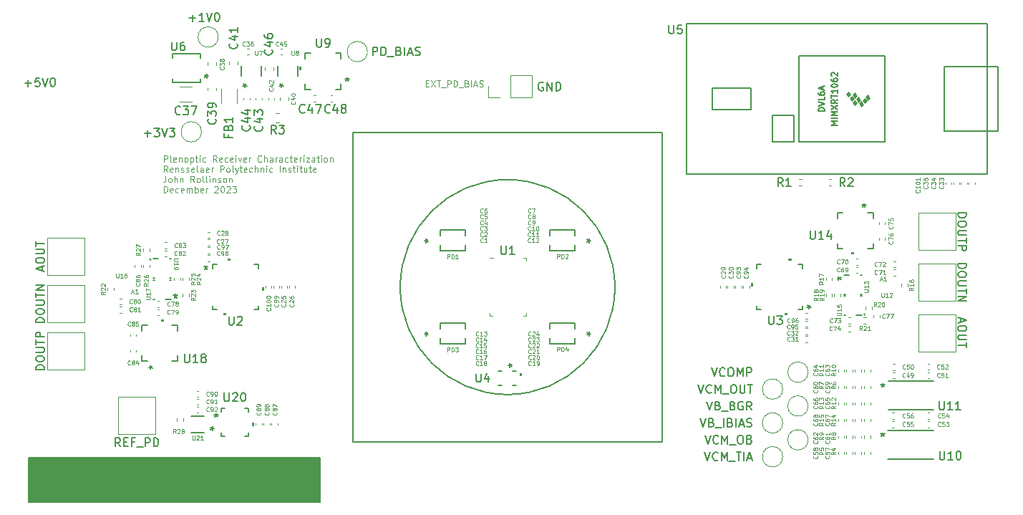
<source format=gbr>
%TF.GenerationSoftware,KiCad,Pcbnew,7.0.9*%
%TF.CreationDate,2023-12-11T14:06:03-05:00*%
%TF.ProjectId,pixel_char_fall2023,70697865-6c5f-4636-9861-725f66616c6c,rev?*%
%TF.SameCoordinates,Original*%
%TF.FileFunction,Legend,Top*%
%TF.FilePolarity,Positive*%
%FSLAX46Y46*%
G04 Gerber Fmt 4.6, Leading zero omitted, Abs format (unit mm)*
G04 Created by KiCad (PCBNEW 7.0.9) date 2023-12-11 14:06:03*
%MOMM*%
%LPD*%
G01*
G04 APERTURE LIST*
%ADD10C,0.150000*%
%ADD11C,0.125000*%
%ADD12C,0.200000*%
%ADD13C,0.100000*%
%ADD14C,0.152400*%
%ADD15C,0.120000*%
%ADD16C,0.170000*%
G04 APERTURE END LIST*
D10*
X91086779Y-78488866D02*
X91848684Y-78488866D01*
X91467731Y-78869819D02*
X91467731Y-78107914D01*
X92801064Y-77869819D02*
X92324874Y-77869819D01*
X92324874Y-77869819D02*
X92277255Y-78346009D01*
X92277255Y-78346009D02*
X92324874Y-78298390D01*
X92324874Y-78298390D02*
X92420112Y-78250771D01*
X92420112Y-78250771D02*
X92658207Y-78250771D01*
X92658207Y-78250771D02*
X92753445Y-78298390D01*
X92753445Y-78298390D02*
X92801064Y-78346009D01*
X92801064Y-78346009D02*
X92848683Y-78441247D01*
X92848683Y-78441247D02*
X92848683Y-78679342D01*
X92848683Y-78679342D02*
X92801064Y-78774580D01*
X92801064Y-78774580D02*
X92753445Y-78822200D01*
X92753445Y-78822200D02*
X92658207Y-78869819D01*
X92658207Y-78869819D02*
X92420112Y-78869819D01*
X92420112Y-78869819D02*
X92324874Y-78822200D01*
X92324874Y-78822200D02*
X92277255Y-78774580D01*
X93134398Y-77869819D02*
X93467731Y-78869819D01*
X93467731Y-78869819D02*
X93801064Y-77869819D01*
X94324874Y-77869819D02*
X94420112Y-77869819D01*
X94420112Y-77869819D02*
X94515350Y-77917438D01*
X94515350Y-77917438D02*
X94562969Y-77965057D01*
X94562969Y-77965057D02*
X94610588Y-78060295D01*
X94610588Y-78060295D02*
X94658207Y-78250771D01*
X94658207Y-78250771D02*
X94658207Y-78488866D01*
X94658207Y-78488866D02*
X94610588Y-78679342D01*
X94610588Y-78679342D02*
X94562969Y-78774580D01*
X94562969Y-78774580D02*
X94515350Y-78822200D01*
X94515350Y-78822200D02*
X94420112Y-78869819D01*
X94420112Y-78869819D02*
X94324874Y-78869819D01*
X94324874Y-78869819D02*
X94229636Y-78822200D01*
X94229636Y-78822200D02*
X94182017Y-78774580D01*
X94182017Y-78774580D02*
X94134398Y-78679342D01*
X94134398Y-78679342D02*
X94086779Y-78488866D01*
X94086779Y-78488866D02*
X94086779Y-78250771D01*
X94086779Y-78250771D02*
X94134398Y-78060295D01*
X94134398Y-78060295D02*
X94182017Y-77965057D01*
X94182017Y-77965057D02*
X94229636Y-77917438D01*
X94229636Y-77917438D02*
X94324874Y-77869819D01*
D11*
X107510807Y-87779214D02*
X107510807Y-87029214D01*
X107510807Y-87029214D02*
X107796521Y-87029214D01*
X107796521Y-87029214D02*
X107867950Y-87064928D01*
X107867950Y-87064928D02*
X107903664Y-87100642D01*
X107903664Y-87100642D02*
X107939378Y-87172071D01*
X107939378Y-87172071D02*
X107939378Y-87279214D01*
X107939378Y-87279214D02*
X107903664Y-87350642D01*
X107903664Y-87350642D02*
X107867950Y-87386357D01*
X107867950Y-87386357D02*
X107796521Y-87422071D01*
X107796521Y-87422071D02*
X107510807Y-87422071D01*
X108367950Y-87779214D02*
X108296521Y-87743500D01*
X108296521Y-87743500D02*
X108260807Y-87672071D01*
X108260807Y-87672071D02*
X108260807Y-87029214D01*
X108939378Y-87743500D02*
X108867950Y-87779214D01*
X108867950Y-87779214D02*
X108725093Y-87779214D01*
X108725093Y-87779214D02*
X108653664Y-87743500D01*
X108653664Y-87743500D02*
X108617950Y-87672071D01*
X108617950Y-87672071D02*
X108617950Y-87386357D01*
X108617950Y-87386357D02*
X108653664Y-87314928D01*
X108653664Y-87314928D02*
X108725093Y-87279214D01*
X108725093Y-87279214D02*
X108867950Y-87279214D01*
X108867950Y-87279214D02*
X108939378Y-87314928D01*
X108939378Y-87314928D02*
X108975093Y-87386357D01*
X108975093Y-87386357D02*
X108975093Y-87457785D01*
X108975093Y-87457785D02*
X108617950Y-87529214D01*
X109296521Y-87279214D02*
X109296521Y-87779214D01*
X109296521Y-87350642D02*
X109332235Y-87314928D01*
X109332235Y-87314928D02*
X109403664Y-87279214D01*
X109403664Y-87279214D02*
X109510807Y-87279214D01*
X109510807Y-87279214D02*
X109582235Y-87314928D01*
X109582235Y-87314928D02*
X109617950Y-87386357D01*
X109617950Y-87386357D02*
X109617950Y-87779214D01*
X110082235Y-87779214D02*
X110010806Y-87743500D01*
X110010806Y-87743500D02*
X109975092Y-87707785D01*
X109975092Y-87707785D02*
X109939378Y-87636357D01*
X109939378Y-87636357D02*
X109939378Y-87422071D01*
X109939378Y-87422071D02*
X109975092Y-87350642D01*
X109975092Y-87350642D02*
X110010806Y-87314928D01*
X110010806Y-87314928D02*
X110082235Y-87279214D01*
X110082235Y-87279214D02*
X110189378Y-87279214D01*
X110189378Y-87279214D02*
X110260806Y-87314928D01*
X110260806Y-87314928D02*
X110296521Y-87350642D01*
X110296521Y-87350642D02*
X110332235Y-87422071D01*
X110332235Y-87422071D02*
X110332235Y-87636357D01*
X110332235Y-87636357D02*
X110296521Y-87707785D01*
X110296521Y-87707785D02*
X110260806Y-87743500D01*
X110260806Y-87743500D02*
X110189378Y-87779214D01*
X110189378Y-87779214D02*
X110082235Y-87779214D01*
X110653663Y-87279214D02*
X110653663Y-88029214D01*
X110653663Y-87314928D02*
X110725092Y-87279214D01*
X110725092Y-87279214D02*
X110867949Y-87279214D01*
X110867949Y-87279214D02*
X110939377Y-87314928D01*
X110939377Y-87314928D02*
X110975092Y-87350642D01*
X110975092Y-87350642D02*
X111010806Y-87422071D01*
X111010806Y-87422071D02*
X111010806Y-87636357D01*
X111010806Y-87636357D02*
X110975092Y-87707785D01*
X110975092Y-87707785D02*
X110939377Y-87743500D01*
X110939377Y-87743500D02*
X110867949Y-87779214D01*
X110867949Y-87779214D02*
X110725092Y-87779214D01*
X110725092Y-87779214D02*
X110653663Y-87743500D01*
X111225091Y-87279214D02*
X111510805Y-87279214D01*
X111332234Y-87029214D02*
X111332234Y-87672071D01*
X111332234Y-87672071D02*
X111367948Y-87743500D01*
X111367948Y-87743500D02*
X111439377Y-87779214D01*
X111439377Y-87779214D02*
X111510805Y-87779214D01*
X111760805Y-87779214D02*
X111760805Y-87279214D01*
X111760805Y-87029214D02*
X111725091Y-87064928D01*
X111725091Y-87064928D02*
X111760805Y-87100642D01*
X111760805Y-87100642D02*
X111796519Y-87064928D01*
X111796519Y-87064928D02*
X111760805Y-87029214D01*
X111760805Y-87029214D02*
X111760805Y-87100642D01*
X112439377Y-87743500D02*
X112367948Y-87779214D01*
X112367948Y-87779214D02*
X112225091Y-87779214D01*
X112225091Y-87779214D02*
X112153662Y-87743500D01*
X112153662Y-87743500D02*
X112117948Y-87707785D01*
X112117948Y-87707785D02*
X112082234Y-87636357D01*
X112082234Y-87636357D02*
X112082234Y-87422071D01*
X112082234Y-87422071D02*
X112117948Y-87350642D01*
X112117948Y-87350642D02*
X112153662Y-87314928D01*
X112153662Y-87314928D02*
X112225091Y-87279214D01*
X112225091Y-87279214D02*
X112367948Y-87279214D01*
X112367948Y-87279214D02*
X112439377Y-87314928D01*
X113760805Y-87779214D02*
X113510805Y-87422071D01*
X113332234Y-87779214D02*
X113332234Y-87029214D01*
X113332234Y-87029214D02*
X113617948Y-87029214D01*
X113617948Y-87029214D02*
X113689377Y-87064928D01*
X113689377Y-87064928D02*
X113725091Y-87100642D01*
X113725091Y-87100642D02*
X113760805Y-87172071D01*
X113760805Y-87172071D02*
X113760805Y-87279214D01*
X113760805Y-87279214D02*
X113725091Y-87350642D01*
X113725091Y-87350642D02*
X113689377Y-87386357D01*
X113689377Y-87386357D02*
X113617948Y-87422071D01*
X113617948Y-87422071D02*
X113332234Y-87422071D01*
X114367948Y-87743500D02*
X114296520Y-87779214D01*
X114296520Y-87779214D02*
X114153663Y-87779214D01*
X114153663Y-87779214D02*
X114082234Y-87743500D01*
X114082234Y-87743500D02*
X114046520Y-87672071D01*
X114046520Y-87672071D02*
X114046520Y-87386357D01*
X114046520Y-87386357D02*
X114082234Y-87314928D01*
X114082234Y-87314928D02*
X114153663Y-87279214D01*
X114153663Y-87279214D02*
X114296520Y-87279214D01*
X114296520Y-87279214D02*
X114367948Y-87314928D01*
X114367948Y-87314928D02*
X114403663Y-87386357D01*
X114403663Y-87386357D02*
X114403663Y-87457785D01*
X114403663Y-87457785D02*
X114046520Y-87529214D01*
X115046520Y-87743500D02*
X114975091Y-87779214D01*
X114975091Y-87779214D02*
X114832234Y-87779214D01*
X114832234Y-87779214D02*
X114760805Y-87743500D01*
X114760805Y-87743500D02*
X114725091Y-87707785D01*
X114725091Y-87707785D02*
X114689377Y-87636357D01*
X114689377Y-87636357D02*
X114689377Y-87422071D01*
X114689377Y-87422071D02*
X114725091Y-87350642D01*
X114725091Y-87350642D02*
X114760805Y-87314928D01*
X114760805Y-87314928D02*
X114832234Y-87279214D01*
X114832234Y-87279214D02*
X114975091Y-87279214D01*
X114975091Y-87279214D02*
X115046520Y-87314928D01*
X115653662Y-87743500D02*
X115582234Y-87779214D01*
X115582234Y-87779214D02*
X115439377Y-87779214D01*
X115439377Y-87779214D02*
X115367948Y-87743500D01*
X115367948Y-87743500D02*
X115332234Y-87672071D01*
X115332234Y-87672071D02*
X115332234Y-87386357D01*
X115332234Y-87386357D02*
X115367948Y-87314928D01*
X115367948Y-87314928D02*
X115439377Y-87279214D01*
X115439377Y-87279214D02*
X115582234Y-87279214D01*
X115582234Y-87279214D02*
X115653662Y-87314928D01*
X115653662Y-87314928D02*
X115689377Y-87386357D01*
X115689377Y-87386357D02*
X115689377Y-87457785D01*
X115689377Y-87457785D02*
X115332234Y-87529214D01*
X116010805Y-87779214D02*
X116010805Y-87279214D01*
X116010805Y-87029214D02*
X115975091Y-87064928D01*
X115975091Y-87064928D02*
X116010805Y-87100642D01*
X116010805Y-87100642D02*
X116046519Y-87064928D01*
X116046519Y-87064928D02*
X116010805Y-87029214D01*
X116010805Y-87029214D02*
X116010805Y-87100642D01*
X116296519Y-87279214D02*
X116475091Y-87779214D01*
X116475091Y-87779214D02*
X116653662Y-87279214D01*
X117225091Y-87743500D02*
X117153663Y-87779214D01*
X117153663Y-87779214D02*
X117010806Y-87779214D01*
X117010806Y-87779214D02*
X116939377Y-87743500D01*
X116939377Y-87743500D02*
X116903663Y-87672071D01*
X116903663Y-87672071D02*
X116903663Y-87386357D01*
X116903663Y-87386357D02*
X116939377Y-87314928D01*
X116939377Y-87314928D02*
X117010806Y-87279214D01*
X117010806Y-87279214D02*
X117153663Y-87279214D01*
X117153663Y-87279214D02*
X117225091Y-87314928D01*
X117225091Y-87314928D02*
X117260806Y-87386357D01*
X117260806Y-87386357D02*
X117260806Y-87457785D01*
X117260806Y-87457785D02*
X116903663Y-87529214D01*
X117582234Y-87779214D02*
X117582234Y-87279214D01*
X117582234Y-87422071D02*
X117617948Y-87350642D01*
X117617948Y-87350642D02*
X117653663Y-87314928D01*
X117653663Y-87314928D02*
X117725091Y-87279214D01*
X117725091Y-87279214D02*
X117796520Y-87279214D01*
X119046520Y-87707785D02*
X119010806Y-87743500D01*
X119010806Y-87743500D02*
X118903663Y-87779214D01*
X118903663Y-87779214D02*
X118832235Y-87779214D01*
X118832235Y-87779214D02*
X118725092Y-87743500D01*
X118725092Y-87743500D02*
X118653663Y-87672071D01*
X118653663Y-87672071D02*
X118617949Y-87600642D01*
X118617949Y-87600642D02*
X118582235Y-87457785D01*
X118582235Y-87457785D02*
X118582235Y-87350642D01*
X118582235Y-87350642D02*
X118617949Y-87207785D01*
X118617949Y-87207785D02*
X118653663Y-87136357D01*
X118653663Y-87136357D02*
X118725092Y-87064928D01*
X118725092Y-87064928D02*
X118832235Y-87029214D01*
X118832235Y-87029214D02*
X118903663Y-87029214D01*
X118903663Y-87029214D02*
X119010806Y-87064928D01*
X119010806Y-87064928D02*
X119046520Y-87100642D01*
X119367949Y-87779214D02*
X119367949Y-87029214D01*
X119689378Y-87779214D02*
X119689378Y-87386357D01*
X119689378Y-87386357D02*
X119653663Y-87314928D01*
X119653663Y-87314928D02*
X119582235Y-87279214D01*
X119582235Y-87279214D02*
X119475092Y-87279214D01*
X119475092Y-87279214D02*
X119403663Y-87314928D01*
X119403663Y-87314928D02*
X119367949Y-87350642D01*
X120367949Y-87779214D02*
X120367949Y-87386357D01*
X120367949Y-87386357D02*
X120332234Y-87314928D01*
X120332234Y-87314928D02*
X120260806Y-87279214D01*
X120260806Y-87279214D02*
X120117949Y-87279214D01*
X120117949Y-87279214D02*
X120046520Y-87314928D01*
X120367949Y-87743500D02*
X120296520Y-87779214D01*
X120296520Y-87779214D02*
X120117949Y-87779214D01*
X120117949Y-87779214D02*
X120046520Y-87743500D01*
X120046520Y-87743500D02*
X120010806Y-87672071D01*
X120010806Y-87672071D02*
X120010806Y-87600642D01*
X120010806Y-87600642D02*
X120046520Y-87529214D01*
X120046520Y-87529214D02*
X120117949Y-87493500D01*
X120117949Y-87493500D02*
X120296520Y-87493500D01*
X120296520Y-87493500D02*
X120367949Y-87457785D01*
X120725091Y-87779214D02*
X120725091Y-87279214D01*
X120725091Y-87422071D02*
X120760805Y-87350642D01*
X120760805Y-87350642D02*
X120796520Y-87314928D01*
X120796520Y-87314928D02*
X120867948Y-87279214D01*
X120867948Y-87279214D02*
X120939377Y-87279214D01*
X121510806Y-87779214D02*
X121510806Y-87386357D01*
X121510806Y-87386357D02*
X121475091Y-87314928D01*
X121475091Y-87314928D02*
X121403663Y-87279214D01*
X121403663Y-87279214D02*
X121260806Y-87279214D01*
X121260806Y-87279214D02*
X121189377Y-87314928D01*
X121510806Y-87743500D02*
X121439377Y-87779214D01*
X121439377Y-87779214D02*
X121260806Y-87779214D01*
X121260806Y-87779214D02*
X121189377Y-87743500D01*
X121189377Y-87743500D02*
X121153663Y-87672071D01*
X121153663Y-87672071D02*
X121153663Y-87600642D01*
X121153663Y-87600642D02*
X121189377Y-87529214D01*
X121189377Y-87529214D02*
X121260806Y-87493500D01*
X121260806Y-87493500D02*
X121439377Y-87493500D01*
X121439377Y-87493500D02*
X121510806Y-87457785D01*
X122189377Y-87743500D02*
X122117948Y-87779214D01*
X122117948Y-87779214D02*
X121975091Y-87779214D01*
X121975091Y-87779214D02*
X121903662Y-87743500D01*
X121903662Y-87743500D02*
X121867948Y-87707785D01*
X121867948Y-87707785D02*
X121832234Y-87636357D01*
X121832234Y-87636357D02*
X121832234Y-87422071D01*
X121832234Y-87422071D02*
X121867948Y-87350642D01*
X121867948Y-87350642D02*
X121903662Y-87314928D01*
X121903662Y-87314928D02*
X121975091Y-87279214D01*
X121975091Y-87279214D02*
X122117948Y-87279214D01*
X122117948Y-87279214D02*
X122189377Y-87314928D01*
X122403662Y-87279214D02*
X122689376Y-87279214D01*
X122510805Y-87029214D02*
X122510805Y-87672071D01*
X122510805Y-87672071D02*
X122546519Y-87743500D01*
X122546519Y-87743500D02*
X122617948Y-87779214D01*
X122617948Y-87779214D02*
X122689376Y-87779214D01*
X123225090Y-87743500D02*
X123153662Y-87779214D01*
X123153662Y-87779214D02*
X123010805Y-87779214D01*
X123010805Y-87779214D02*
X122939376Y-87743500D01*
X122939376Y-87743500D02*
X122903662Y-87672071D01*
X122903662Y-87672071D02*
X122903662Y-87386357D01*
X122903662Y-87386357D02*
X122939376Y-87314928D01*
X122939376Y-87314928D02*
X123010805Y-87279214D01*
X123010805Y-87279214D02*
X123153662Y-87279214D01*
X123153662Y-87279214D02*
X123225090Y-87314928D01*
X123225090Y-87314928D02*
X123260805Y-87386357D01*
X123260805Y-87386357D02*
X123260805Y-87457785D01*
X123260805Y-87457785D02*
X122903662Y-87529214D01*
X123582233Y-87779214D02*
X123582233Y-87279214D01*
X123582233Y-87422071D02*
X123617947Y-87350642D01*
X123617947Y-87350642D02*
X123653662Y-87314928D01*
X123653662Y-87314928D02*
X123725090Y-87279214D01*
X123725090Y-87279214D02*
X123796519Y-87279214D01*
X124046519Y-87779214D02*
X124046519Y-87279214D01*
X124046519Y-87029214D02*
X124010805Y-87064928D01*
X124010805Y-87064928D02*
X124046519Y-87100642D01*
X124046519Y-87100642D02*
X124082233Y-87064928D01*
X124082233Y-87064928D02*
X124046519Y-87029214D01*
X124046519Y-87029214D02*
X124046519Y-87100642D01*
X124332233Y-87279214D02*
X124725091Y-87279214D01*
X124725091Y-87279214D02*
X124332233Y-87779214D01*
X124332233Y-87779214D02*
X124725091Y-87779214D01*
X125332234Y-87779214D02*
X125332234Y-87386357D01*
X125332234Y-87386357D02*
X125296519Y-87314928D01*
X125296519Y-87314928D02*
X125225091Y-87279214D01*
X125225091Y-87279214D02*
X125082234Y-87279214D01*
X125082234Y-87279214D02*
X125010805Y-87314928D01*
X125332234Y-87743500D02*
X125260805Y-87779214D01*
X125260805Y-87779214D02*
X125082234Y-87779214D01*
X125082234Y-87779214D02*
X125010805Y-87743500D01*
X125010805Y-87743500D02*
X124975091Y-87672071D01*
X124975091Y-87672071D02*
X124975091Y-87600642D01*
X124975091Y-87600642D02*
X125010805Y-87529214D01*
X125010805Y-87529214D02*
X125082234Y-87493500D01*
X125082234Y-87493500D02*
X125260805Y-87493500D01*
X125260805Y-87493500D02*
X125332234Y-87457785D01*
X125582233Y-87279214D02*
X125867947Y-87279214D01*
X125689376Y-87029214D02*
X125689376Y-87672071D01*
X125689376Y-87672071D02*
X125725090Y-87743500D01*
X125725090Y-87743500D02*
X125796519Y-87779214D01*
X125796519Y-87779214D02*
X125867947Y-87779214D01*
X126117947Y-87779214D02*
X126117947Y-87279214D01*
X126117947Y-87029214D02*
X126082233Y-87064928D01*
X126082233Y-87064928D02*
X126117947Y-87100642D01*
X126117947Y-87100642D02*
X126153661Y-87064928D01*
X126153661Y-87064928D02*
X126117947Y-87029214D01*
X126117947Y-87029214D02*
X126117947Y-87100642D01*
X126582233Y-87779214D02*
X126510804Y-87743500D01*
X126510804Y-87743500D02*
X126475090Y-87707785D01*
X126475090Y-87707785D02*
X126439376Y-87636357D01*
X126439376Y-87636357D02*
X126439376Y-87422071D01*
X126439376Y-87422071D02*
X126475090Y-87350642D01*
X126475090Y-87350642D02*
X126510804Y-87314928D01*
X126510804Y-87314928D02*
X126582233Y-87279214D01*
X126582233Y-87279214D02*
X126689376Y-87279214D01*
X126689376Y-87279214D02*
X126760804Y-87314928D01*
X126760804Y-87314928D02*
X126796519Y-87350642D01*
X126796519Y-87350642D02*
X126832233Y-87422071D01*
X126832233Y-87422071D02*
X126832233Y-87636357D01*
X126832233Y-87636357D02*
X126796519Y-87707785D01*
X126796519Y-87707785D02*
X126760804Y-87743500D01*
X126760804Y-87743500D02*
X126689376Y-87779214D01*
X126689376Y-87779214D02*
X126582233Y-87779214D01*
X127153661Y-87279214D02*
X127153661Y-87779214D01*
X127153661Y-87350642D02*
X127189375Y-87314928D01*
X127189375Y-87314928D02*
X127260804Y-87279214D01*
X127260804Y-87279214D02*
X127367947Y-87279214D01*
X127367947Y-87279214D02*
X127439375Y-87314928D01*
X127439375Y-87314928D02*
X127475090Y-87386357D01*
X127475090Y-87386357D02*
X127475090Y-87779214D01*
X107939378Y-88986714D02*
X107689378Y-88629571D01*
X107510807Y-88986714D02*
X107510807Y-88236714D01*
X107510807Y-88236714D02*
X107796521Y-88236714D01*
X107796521Y-88236714D02*
X107867950Y-88272428D01*
X107867950Y-88272428D02*
X107903664Y-88308142D01*
X107903664Y-88308142D02*
X107939378Y-88379571D01*
X107939378Y-88379571D02*
X107939378Y-88486714D01*
X107939378Y-88486714D02*
X107903664Y-88558142D01*
X107903664Y-88558142D02*
X107867950Y-88593857D01*
X107867950Y-88593857D02*
X107796521Y-88629571D01*
X107796521Y-88629571D02*
X107510807Y-88629571D01*
X108546521Y-88951000D02*
X108475093Y-88986714D01*
X108475093Y-88986714D02*
X108332236Y-88986714D01*
X108332236Y-88986714D02*
X108260807Y-88951000D01*
X108260807Y-88951000D02*
X108225093Y-88879571D01*
X108225093Y-88879571D02*
X108225093Y-88593857D01*
X108225093Y-88593857D02*
X108260807Y-88522428D01*
X108260807Y-88522428D02*
X108332236Y-88486714D01*
X108332236Y-88486714D02*
X108475093Y-88486714D01*
X108475093Y-88486714D02*
X108546521Y-88522428D01*
X108546521Y-88522428D02*
X108582236Y-88593857D01*
X108582236Y-88593857D02*
X108582236Y-88665285D01*
X108582236Y-88665285D02*
X108225093Y-88736714D01*
X108903664Y-88486714D02*
X108903664Y-88986714D01*
X108903664Y-88558142D02*
X108939378Y-88522428D01*
X108939378Y-88522428D02*
X109010807Y-88486714D01*
X109010807Y-88486714D02*
X109117950Y-88486714D01*
X109117950Y-88486714D02*
X109189378Y-88522428D01*
X109189378Y-88522428D02*
X109225093Y-88593857D01*
X109225093Y-88593857D02*
X109225093Y-88986714D01*
X109546521Y-88951000D02*
X109617949Y-88986714D01*
X109617949Y-88986714D02*
X109760806Y-88986714D01*
X109760806Y-88986714D02*
X109832235Y-88951000D01*
X109832235Y-88951000D02*
X109867949Y-88879571D01*
X109867949Y-88879571D02*
X109867949Y-88843857D01*
X109867949Y-88843857D02*
X109832235Y-88772428D01*
X109832235Y-88772428D02*
X109760806Y-88736714D01*
X109760806Y-88736714D02*
X109653664Y-88736714D01*
X109653664Y-88736714D02*
X109582235Y-88701000D01*
X109582235Y-88701000D02*
X109546521Y-88629571D01*
X109546521Y-88629571D02*
X109546521Y-88593857D01*
X109546521Y-88593857D02*
X109582235Y-88522428D01*
X109582235Y-88522428D02*
X109653664Y-88486714D01*
X109653664Y-88486714D02*
X109760806Y-88486714D01*
X109760806Y-88486714D02*
X109832235Y-88522428D01*
X110153664Y-88951000D02*
X110225092Y-88986714D01*
X110225092Y-88986714D02*
X110367949Y-88986714D01*
X110367949Y-88986714D02*
X110439378Y-88951000D01*
X110439378Y-88951000D02*
X110475092Y-88879571D01*
X110475092Y-88879571D02*
X110475092Y-88843857D01*
X110475092Y-88843857D02*
X110439378Y-88772428D01*
X110439378Y-88772428D02*
X110367949Y-88736714D01*
X110367949Y-88736714D02*
X110260807Y-88736714D01*
X110260807Y-88736714D02*
X110189378Y-88701000D01*
X110189378Y-88701000D02*
X110153664Y-88629571D01*
X110153664Y-88629571D02*
X110153664Y-88593857D01*
X110153664Y-88593857D02*
X110189378Y-88522428D01*
X110189378Y-88522428D02*
X110260807Y-88486714D01*
X110260807Y-88486714D02*
X110367949Y-88486714D01*
X110367949Y-88486714D02*
X110439378Y-88522428D01*
X111082235Y-88951000D02*
X111010807Y-88986714D01*
X111010807Y-88986714D02*
X110867950Y-88986714D01*
X110867950Y-88986714D02*
X110796521Y-88951000D01*
X110796521Y-88951000D02*
X110760807Y-88879571D01*
X110760807Y-88879571D02*
X110760807Y-88593857D01*
X110760807Y-88593857D02*
X110796521Y-88522428D01*
X110796521Y-88522428D02*
X110867950Y-88486714D01*
X110867950Y-88486714D02*
X111010807Y-88486714D01*
X111010807Y-88486714D02*
X111082235Y-88522428D01*
X111082235Y-88522428D02*
X111117950Y-88593857D01*
X111117950Y-88593857D02*
X111117950Y-88665285D01*
X111117950Y-88665285D02*
X110760807Y-88736714D01*
X111546521Y-88986714D02*
X111475092Y-88951000D01*
X111475092Y-88951000D02*
X111439378Y-88879571D01*
X111439378Y-88879571D02*
X111439378Y-88236714D01*
X112153664Y-88986714D02*
X112153664Y-88593857D01*
X112153664Y-88593857D02*
X112117949Y-88522428D01*
X112117949Y-88522428D02*
X112046521Y-88486714D01*
X112046521Y-88486714D02*
X111903664Y-88486714D01*
X111903664Y-88486714D02*
X111832235Y-88522428D01*
X112153664Y-88951000D02*
X112082235Y-88986714D01*
X112082235Y-88986714D02*
X111903664Y-88986714D01*
X111903664Y-88986714D02*
X111832235Y-88951000D01*
X111832235Y-88951000D02*
X111796521Y-88879571D01*
X111796521Y-88879571D02*
X111796521Y-88808142D01*
X111796521Y-88808142D02*
X111832235Y-88736714D01*
X111832235Y-88736714D02*
X111903664Y-88701000D01*
X111903664Y-88701000D02*
X112082235Y-88701000D01*
X112082235Y-88701000D02*
X112153664Y-88665285D01*
X112796520Y-88951000D02*
X112725092Y-88986714D01*
X112725092Y-88986714D02*
X112582235Y-88986714D01*
X112582235Y-88986714D02*
X112510806Y-88951000D01*
X112510806Y-88951000D02*
X112475092Y-88879571D01*
X112475092Y-88879571D02*
X112475092Y-88593857D01*
X112475092Y-88593857D02*
X112510806Y-88522428D01*
X112510806Y-88522428D02*
X112582235Y-88486714D01*
X112582235Y-88486714D02*
X112725092Y-88486714D01*
X112725092Y-88486714D02*
X112796520Y-88522428D01*
X112796520Y-88522428D02*
X112832235Y-88593857D01*
X112832235Y-88593857D02*
X112832235Y-88665285D01*
X112832235Y-88665285D02*
X112475092Y-88736714D01*
X113153663Y-88986714D02*
X113153663Y-88486714D01*
X113153663Y-88629571D02*
X113189377Y-88558142D01*
X113189377Y-88558142D02*
X113225092Y-88522428D01*
X113225092Y-88522428D02*
X113296520Y-88486714D01*
X113296520Y-88486714D02*
X113367949Y-88486714D01*
X114189378Y-88986714D02*
X114189378Y-88236714D01*
X114189378Y-88236714D02*
X114475092Y-88236714D01*
X114475092Y-88236714D02*
X114546521Y-88272428D01*
X114546521Y-88272428D02*
X114582235Y-88308142D01*
X114582235Y-88308142D02*
X114617949Y-88379571D01*
X114617949Y-88379571D02*
X114617949Y-88486714D01*
X114617949Y-88486714D02*
X114582235Y-88558142D01*
X114582235Y-88558142D02*
X114546521Y-88593857D01*
X114546521Y-88593857D02*
X114475092Y-88629571D01*
X114475092Y-88629571D02*
X114189378Y-88629571D01*
X115046521Y-88986714D02*
X114975092Y-88951000D01*
X114975092Y-88951000D02*
X114939378Y-88915285D01*
X114939378Y-88915285D02*
X114903664Y-88843857D01*
X114903664Y-88843857D02*
X114903664Y-88629571D01*
X114903664Y-88629571D02*
X114939378Y-88558142D01*
X114939378Y-88558142D02*
X114975092Y-88522428D01*
X114975092Y-88522428D02*
X115046521Y-88486714D01*
X115046521Y-88486714D02*
X115153664Y-88486714D01*
X115153664Y-88486714D02*
X115225092Y-88522428D01*
X115225092Y-88522428D02*
X115260807Y-88558142D01*
X115260807Y-88558142D02*
X115296521Y-88629571D01*
X115296521Y-88629571D02*
X115296521Y-88843857D01*
X115296521Y-88843857D02*
X115260807Y-88915285D01*
X115260807Y-88915285D02*
X115225092Y-88951000D01*
X115225092Y-88951000D02*
X115153664Y-88986714D01*
X115153664Y-88986714D02*
X115046521Y-88986714D01*
X115725092Y-88986714D02*
X115653663Y-88951000D01*
X115653663Y-88951000D02*
X115617949Y-88879571D01*
X115617949Y-88879571D02*
X115617949Y-88236714D01*
X115939377Y-88486714D02*
X116117949Y-88986714D01*
X116296520Y-88486714D02*
X116117949Y-88986714D01*
X116117949Y-88986714D02*
X116046520Y-89165285D01*
X116046520Y-89165285D02*
X116010806Y-89201000D01*
X116010806Y-89201000D02*
X115939377Y-89236714D01*
X116475092Y-88486714D02*
X116760806Y-88486714D01*
X116582235Y-88236714D02*
X116582235Y-88879571D01*
X116582235Y-88879571D02*
X116617949Y-88951000D01*
X116617949Y-88951000D02*
X116689378Y-88986714D01*
X116689378Y-88986714D02*
X116760806Y-88986714D01*
X117296520Y-88951000D02*
X117225092Y-88986714D01*
X117225092Y-88986714D02*
X117082235Y-88986714D01*
X117082235Y-88986714D02*
X117010806Y-88951000D01*
X117010806Y-88951000D02*
X116975092Y-88879571D01*
X116975092Y-88879571D02*
X116975092Y-88593857D01*
X116975092Y-88593857D02*
X117010806Y-88522428D01*
X117010806Y-88522428D02*
X117082235Y-88486714D01*
X117082235Y-88486714D02*
X117225092Y-88486714D01*
X117225092Y-88486714D02*
X117296520Y-88522428D01*
X117296520Y-88522428D02*
X117332235Y-88593857D01*
X117332235Y-88593857D02*
X117332235Y-88665285D01*
X117332235Y-88665285D02*
X116975092Y-88736714D01*
X117975092Y-88951000D02*
X117903663Y-88986714D01*
X117903663Y-88986714D02*
X117760806Y-88986714D01*
X117760806Y-88986714D02*
X117689377Y-88951000D01*
X117689377Y-88951000D02*
X117653663Y-88915285D01*
X117653663Y-88915285D02*
X117617949Y-88843857D01*
X117617949Y-88843857D02*
X117617949Y-88629571D01*
X117617949Y-88629571D02*
X117653663Y-88558142D01*
X117653663Y-88558142D02*
X117689377Y-88522428D01*
X117689377Y-88522428D02*
X117760806Y-88486714D01*
X117760806Y-88486714D02*
X117903663Y-88486714D01*
X117903663Y-88486714D02*
X117975092Y-88522428D01*
X118296520Y-88986714D02*
X118296520Y-88236714D01*
X118617949Y-88986714D02*
X118617949Y-88593857D01*
X118617949Y-88593857D02*
X118582234Y-88522428D01*
X118582234Y-88522428D02*
X118510806Y-88486714D01*
X118510806Y-88486714D02*
X118403663Y-88486714D01*
X118403663Y-88486714D02*
X118332234Y-88522428D01*
X118332234Y-88522428D02*
X118296520Y-88558142D01*
X118975091Y-88486714D02*
X118975091Y-88986714D01*
X118975091Y-88558142D02*
X119010805Y-88522428D01*
X119010805Y-88522428D02*
X119082234Y-88486714D01*
X119082234Y-88486714D02*
X119189377Y-88486714D01*
X119189377Y-88486714D02*
X119260805Y-88522428D01*
X119260805Y-88522428D02*
X119296520Y-88593857D01*
X119296520Y-88593857D02*
X119296520Y-88986714D01*
X119653662Y-88986714D02*
X119653662Y-88486714D01*
X119653662Y-88236714D02*
X119617948Y-88272428D01*
X119617948Y-88272428D02*
X119653662Y-88308142D01*
X119653662Y-88308142D02*
X119689376Y-88272428D01*
X119689376Y-88272428D02*
X119653662Y-88236714D01*
X119653662Y-88236714D02*
X119653662Y-88308142D01*
X120332234Y-88951000D02*
X120260805Y-88986714D01*
X120260805Y-88986714D02*
X120117948Y-88986714D01*
X120117948Y-88986714D02*
X120046519Y-88951000D01*
X120046519Y-88951000D02*
X120010805Y-88915285D01*
X120010805Y-88915285D02*
X119975091Y-88843857D01*
X119975091Y-88843857D02*
X119975091Y-88629571D01*
X119975091Y-88629571D02*
X120010805Y-88558142D01*
X120010805Y-88558142D02*
X120046519Y-88522428D01*
X120046519Y-88522428D02*
X120117948Y-88486714D01*
X120117948Y-88486714D02*
X120260805Y-88486714D01*
X120260805Y-88486714D02*
X120332234Y-88522428D01*
X121225091Y-88986714D02*
X121225091Y-88236714D01*
X121582234Y-88486714D02*
X121582234Y-88986714D01*
X121582234Y-88558142D02*
X121617948Y-88522428D01*
X121617948Y-88522428D02*
X121689377Y-88486714D01*
X121689377Y-88486714D02*
X121796520Y-88486714D01*
X121796520Y-88486714D02*
X121867948Y-88522428D01*
X121867948Y-88522428D02*
X121903663Y-88593857D01*
X121903663Y-88593857D02*
X121903663Y-88986714D01*
X122225091Y-88951000D02*
X122296519Y-88986714D01*
X122296519Y-88986714D02*
X122439376Y-88986714D01*
X122439376Y-88986714D02*
X122510805Y-88951000D01*
X122510805Y-88951000D02*
X122546519Y-88879571D01*
X122546519Y-88879571D02*
X122546519Y-88843857D01*
X122546519Y-88843857D02*
X122510805Y-88772428D01*
X122510805Y-88772428D02*
X122439376Y-88736714D01*
X122439376Y-88736714D02*
X122332234Y-88736714D01*
X122332234Y-88736714D02*
X122260805Y-88701000D01*
X122260805Y-88701000D02*
X122225091Y-88629571D01*
X122225091Y-88629571D02*
X122225091Y-88593857D01*
X122225091Y-88593857D02*
X122260805Y-88522428D01*
X122260805Y-88522428D02*
X122332234Y-88486714D01*
X122332234Y-88486714D02*
X122439376Y-88486714D01*
X122439376Y-88486714D02*
X122510805Y-88522428D01*
X122760805Y-88486714D02*
X123046519Y-88486714D01*
X122867948Y-88236714D02*
X122867948Y-88879571D01*
X122867948Y-88879571D02*
X122903662Y-88951000D01*
X122903662Y-88951000D02*
X122975091Y-88986714D01*
X122975091Y-88986714D02*
X123046519Y-88986714D01*
X123296519Y-88986714D02*
X123296519Y-88486714D01*
X123296519Y-88236714D02*
X123260805Y-88272428D01*
X123260805Y-88272428D02*
X123296519Y-88308142D01*
X123296519Y-88308142D02*
X123332233Y-88272428D01*
X123332233Y-88272428D02*
X123296519Y-88236714D01*
X123296519Y-88236714D02*
X123296519Y-88308142D01*
X123546519Y-88486714D02*
X123832233Y-88486714D01*
X123653662Y-88236714D02*
X123653662Y-88879571D01*
X123653662Y-88879571D02*
X123689376Y-88951000D01*
X123689376Y-88951000D02*
X123760805Y-88986714D01*
X123760805Y-88986714D02*
X123832233Y-88986714D01*
X124403662Y-88486714D02*
X124403662Y-88986714D01*
X124082233Y-88486714D02*
X124082233Y-88879571D01*
X124082233Y-88879571D02*
X124117947Y-88951000D01*
X124117947Y-88951000D02*
X124189376Y-88986714D01*
X124189376Y-88986714D02*
X124296519Y-88986714D01*
X124296519Y-88986714D02*
X124367947Y-88951000D01*
X124367947Y-88951000D02*
X124403662Y-88915285D01*
X124653661Y-88486714D02*
X124939375Y-88486714D01*
X124760804Y-88236714D02*
X124760804Y-88879571D01*
X124760804Y-88879571D02*
X124796518Y-88951000D01*
X124796518Y-88951000D02*
X124867947Y-88986714D01*
X124867947Y-88986714D02*
X124939375Y-88986714D01*
X125475089Y-88951000D02*
X125403661Y-88986714D01*
X125403661Y-88986714D02*
X125260804Y-88986714D01*
X125260804Y-88986714D02*
X125189375Y-88951000D01*
X125189375Y-88951000D02*
X125153661Y-88879571D01*
X125153661Y-88879571D02*
X125153661Y-88593857D01*
X125153661Y-88593857D02*
X125189375Y-88522428D01*
X125189375Y-88522428D02*
X125260804Y-88486714D01*
X125260804Y-88486714D02*
X125403661Y-88486714D01*
X125403661Y-88486714D02*
X125475089Y-88522428D01*
X125475089Y-88522428D02*
X125510804Y-88593857D01*
X125510804Y-88593857D02*
X125510804Y-88665285D01*
X125510804Y-88665285D02*
X125153661Y-88736714D01*
X107725093Y-89444214D02*
X107725093Y-89979928D01*
X107725093Y-89979928D02*
X107689378Y-90087071D01*
X107689378Y-90087071D02*
X107617950Y-90158500D01*
X107617950Y-90158500D02*
X107510807Y-90194214D01*
X107510807Y-90194214D02*
X107439378Y-90194214D01*
X108189379Y-90194214D02*
X108117950Y-90158500D01*
X108117950Y-90158500D02*
X108082236Y-90122785D01*
X108082236Y-90122785D02*
X108046522Y-90051357D01*
X108046522Y-90051357D02*
X108046522Y-89837071D01*
X108046522Y-89837071D02*
X108082236Y-89765642D01*
X108082236Y-89765642D02*
X108117950Y-89729928D01*
X108117950Y-89729928D02*
X108189379Y-89694214D01*
X108189379Y-89694214D02*
X108296522Y-89694214D01*
X108296522Y-89694214D02*
X108367950Y-89729928D01*
X108367950Y-89729928D02*
X108403665Y-89765642D01*
X108403665Y-89765642D02*
X108439379Y-89837071D01*
X108439379Y-89837071D02*
X108439379Y-90051357D01*
X108439379Y-90051357D02*
X108403665Y-90122785D01*
X108403665Y-90122785D02*
X108367950Y-90158500D01*
X108367950Y-90158500D02*
X108296522Y-90194214D01*
X108296522Y-90194214D02*
X108189379Y-90194214D01*
X108760807Y-90194214D02*
X108760807Y-89444214D01*
X109082236Y-90194214D02*
X109082236Y-89801357D01*
X109082236Y-89801357D02*
X109046521Y-89729928D01*
X109046521Y-89729928D02*
X108975093Y-89694214D01*
X108975093Y-89694214D02*
X108867950Y-89694214D01*
X108867950Y-89694214D02*
X108796521Y-89729928D01*
X108796521Y-89729928D02*
X108760807Y-89765642D01*
X109439378Y-89694214D02*
X109439378Y-90194214D01*
X109439378Y-89765642D02*
X109475092Y-89729928D01*
X109475092Y-89729928D02*
X109546521Y-89694214D01*
X109546521Y-89694214D02*
X109653664Y-89694214D01*
X109653664Y-89694214D02*
X109725092Y-89729928D01*
X109725092Y-89729928D02*
X109760807Y-89801357D01*
X109760807Y-89801357D02*
X109760807Y-90194214D01*
X111117949Y-90194214D02*
X110867949Y-89837071D01*
X110689378Y-90194214D02*
X110689378Y-89444214D01*
X110689378Y-89444214D02*
X110975092Y-89444214D01*
X110975092Y-89444214D02*
X111046521Y-89479928D01*
X111046521Y-89479928D02*
X111082235Y-89515642D01*
X111082235Y-89515642D02*
X111117949Y-89587071D01*
X111117949Y-89587071D02*
X111117949Y-89694214D01*
X111117949Y-89694214D02*
X111082235Y-89765642D01*
X111082235Y-89765642D02*
X111046521Y-89801357D01*
X111046521Y-89801357D02*
X110975092Y-89837071D01*
X110975092Y-89837071D02*
X110689378Y-89837071D01*
X111546521Y-90194214D02*
X111475092Y-90158500D01*
X111475092Y-90158500D02*
X111439378Y-90122785D01*
X111439378Y-90122785D02*
X111403664Y-90051357D01*
X111403664Y-90051357D02*
X111403664Y-89837071D01*
X111403664Y-89837071D02*
X111439378Y-89765642D01*
X111439378Y-89765642D02*
X111475092Y-89729928D01*
X111475092Y-89729928D02*
X111546521Y-89694214D01*
X111546521Y-89694214D02*
X111653664Y-89694214D01*
X111653664Y-89694214D02*
X111725092Y-89729928D01*
X111725092Y-89729928D02*
X111760807Y-89765642D01*
X111760807Y-89765642D02*
X111796521Y-89837071D01*
X111796521Y-89837071D02*
X111796521Y-90051357D01*
X111796521Y-90051357D02*
X111760807Y-90122785D01*
X111760807Y-90122785D02*
X111725092Y-90158500D01*
X111725092Y-90158500D02*
X111653664Y-90194214D01*
X111653664Y-90194214D02*
X111546521Y-90194214D01*
X112225092Y-90194214D02*
X112153663Y-90158500D01*
X112153663Y-90158500D02*
X112117949Y-90087071D01*
X112117949Y-90087071D02*
X112117949Y-89444214D01*
X112617949Y-90194214D02*
X112546520Y-90158500D01*
X112546520Y-90158500D02*
X112510806Y-90087071D01*
X112510806Y-90087071D02*
X112510806Y-89444214D01*
X112903663Y-90194214D02*
X112903663Y-89694214D01*
X112903663Y-89444214D02*
X112867949Y-89479928D01*
X112867949Y-89479928D02*
X112903663Y-89515642D01*
X112903663Y-89515642D02*
X112939377Y-89479928D01*
X112939377Y-89479928D02*
X112903663Y-89444214D01*
X112903663Y-89444214D02*
X112903663Y-89515642D01*
X113260806Y-89694214D02*
X113260806Y-90194214D01*
X113260806Y-89765642D02*
X113296520Y-89729928D01*
X113296520Y-89729928D02*
X113367949Y-89694214D01*
X113367949Y-89694214D02*
X113475092Y-89694214D01*
X113475092Y-89694214D02*
X113546520Y-89729928D01*
X113546520Y-89729928D02*
X113582235Y-89801357D01*
X113582235Y-89801357D02*
X113582235Y-90194214D01*
X113903663Y-90158500D02*
X113975091Y-90194214D01*
X113975091Y-90194214D02*
X114117948Y-90194214D01*
X114117948Y-90194214D02*
X114189377Y-90158500D01*
X114189377Y-90158500D02*
X114225091Y-90087071D01*
X114225091Y-90087071D02*
X114225091Y-90051357D01*
X114225091Y-90051357D02*
X114189377Y-89979928D01*
X114189377Y-89979928D02*
X114117948Y-89944214D01*
X114117948Y-89944214D02*
X114010806Y-89944214D01*
X114010806Y-89944214D02*
X113939377Y-89908500D01*
X113939377Y-89908500D02*
X113903663Y-89837071D01*
X113903663Y-89837071D02*
X113903663Y-89801357D01*
X113903663Y-89801357D02*
X113939377Y-89729928D01*
X113939377Y-89729928D02*
X114010806Y-89694214D01*
X114010806Y-89694214D02*
X114117948Y-89694214D01*
X114117948Y-89694214D02*
X114189377Y-89729928D01*
X114653663Y-90194214D02*
X114582234Y-90158500D01*
X114582234Y-90158500D02*
X114546520Y-90122785D01*
X114546520Y-90122785D02*
X114510806Y-90051357D01*
X114510806Y-90051357D02*
X114510806Y-89837071D01*
X114510806Y-89837071D02*
X114546520Y-89765642D01*
X114546520Y-89765642D02*
X114582234Y-89729928D01*
X114582234Y-89729928D02*
X114653663Y-89694214D01*
X114653663Y-89694214D02*
X114760806Y-89694214D01*
X114760806Y-89694214D02*
X114832234Y-89729928D01*
X114832234Y-89729928D02*
X114867949Y-89765642D01*
X114867949Y-89765642D02*
X114903663Y-89837071D01*
X114903663Y-89837071D02*
X114903663Y-90051357D01*
X114903663Y-90051357D02*
X114867949Y-90122785D01*
X114867949Y-90122785D02*
X114832234Y-90158500D01*
X114832234Y-90158500D02*
X114760806Y-90194214D01*
X114760806Y-90194214D02*
X114653663Y-90194214D01*
X115225091Y-89694214D02*
X115225091Y-90194214D01*
X115225091Y-89765642D02*
X115260805Y-89729928D01*
X115260805Y-89729928D02*
X115332234Y-89694214D01*
X115332234Y-89694214D02*
X115439377Y-89694214D01*
X115439377Y-89694214D02*
X115510805Y-89729928D01*
X115510805Y-89729928D02*
X115546520Y-89801357D01*
X115546520Y-89801357D02*
X115546520Y-90194214D01*
X107510807Y-91401714D02*
X107510807Y-90651714D01*
X107510807Y-90651714D02*
X107689378Y-90651714D01*
X107689378Y-90651714D02*
X107796521Y-90687428D01*
X107796521Y-90687428D02*
X107867950Y-90758857D01*
X107867950Y-90758857D02*
X107903664Y-90830285D01*
X107903664Y-90830285D02*
X107939378Y-90973142D01*
X107939378Y-90973142D02*
X107939378Y-91080285D01*
X107939378Y-91080285D02*
X107903664Y-91223142D01*
X107903664Y-91223142D02*
X107867950Y-91294571D01*
X107867950Y-91294571D02*
X107796521Y-91366000D01*
X107796521Y-91366000D02*
X107689378Y-91401714D01*
X107689378Y-91401714D02*
X107510807Y-91401714D01*
X108546521Y-91366000D02*
X108475093Y-91401714D01*
X108475093Y-91401714D02*
X108332236Y-91401714D01*
X108332236Y-91401714D02*
X108260807Y-91366000D01*
X108260807Y-91366000D02*
X108225093Y-91294571D01*
X108225093Y-91294571D02*
X108225093Y-91008857D01*
X108225093Y-91008857D02*
X108260807Y-90937428D01*
X108260807Y-90937428D02*
X108332236Y-90901714D01*
X108332236Y-90901714D02*
X108475093Y-90901714D01*
X108475093Y-90901714D02*
X108546521Y-90937428D01*
X108546521Y-90937428D02*
X108582236Y-91008857D01*
X108582236Y-91008857D02*
X108582236Y-91080285D01*
X108582236Y-91080285D02*
X108225093Y-91151714D01*
X109225093Y-91366000D02*
X109153664Y-91401714D01*
X109153664Y-91401714D02*
X109010807Y-91401714D01*
X109010807Y-91401714D02*
X108939378Y-91366000D01*
X108939378Y-91366000D02*
X108903664Y-91330285D01*
X108903664Y-91330285D02*
X108867950Y-91258857D01*
X108867950Y-91258857D02*
X108867950Y-91044571D01*
X108867950Y-91044571D02*
X108903664Y-90973142D01*
X108903664Y-90973142D02*
X108939378Y-90937428D01*
X108939378Y-90937428D02*
X109010807Y-90901714D01*
X109010807Y-90901714D02*
X109153664Y-90901714D01*
X109153664Y-90901714D02*
X109225093Y-90937428D01*
X109832235Y-91366000D02*
X109760807Y-91401714D01*
X109760807Y-91401714D02*
X109617950Y-91401714D01*
X109617950Y-91401714D02*
X109546521Y-91366000D01*
X109546521Y-91366000D02*
X109510807Y-91294571D01*
X109510807Y-91294571D02*
X109510807Y-91008857D01*
X109510807Y-91008857D02*
X109546521Y-90937428D01*
X109546521Y-90937428D02*
X109617950Y-90901714D01*
X109617950Y-90901714D02*
X109760807Y-90901714D01*
X109760807Y-90901714D02*
X109832235Y-90937428D01*
X109832235Y-90937428D02*
X109867950Y-91008857D01*
X109867950Y-91008857D02*
X109867950Y-91080285D01*
X109867950Y-91080285D02*
X109510807Y-91151714D01*
X110189378Y-91401714D02*
X110189378Y-90901714D01*
X110189378Y-90973142D02*
X110225092Y-90937428D01*
X110225092Y-90937428D02*
X110296521Y-90901714D01*
X110296521Y-90901714D02*
X110403664Y-90901714D01*
X110403664Y-90901714D02*
X110475092Y-90937428D01*
X110475092Y-90937428D02*
X110510807Y-91008857D01*
X110510807Y-91008857D02*
X110510807Y-91401714D01*
X110510807Y-91008857D02*
X110546521Y-90937428D01*
X110546521Y-90937428D02*
X110617949Y-90901714D01*
X110617949Y-90901714D02*
X110725092Y-90901714D01*
X110725092Y-90901714D02*
X110796521Y-90937428D01*
X110796521Y-90937428D02*
X110832235Y-91008857D01*
X110832235Y-91008857D02*
X110832235Y-91401714D01*
X111189378Y-91401714D02*
X111189378Y-90651714D01*
X111189378Y-90937428D02*
X111260807Y-90901714D01*
X111260807Y-90901714D02*
X111403664Y-90901714D01*
X111403664Y-90901714D02*
X111475092Y-90937428D01*
X111475092Y-90937428D02*
X111510807Y-90973142D01*
X111510807Y-90973142D02*
X111546521Y-91044571D01*
X111546521Y-91044571D02*
X111546521Y-91258857D01*
X111546521Y-91258857D02*
X111510807Y-91330285D01*
X111510807Y-91330285D02*
X111475092Y-91366000D01*
X111475092Y-91366000D02*
X111403664Y-91401714D01*
X111403664Y-91401714D02*
X111260807Y-91401714D01*
X111260807Y-91401714D02*
X111189378Y-91366000D01*
X112153663Y-91366000D02*
X112082235Y-91401714D01*
X112082235Y-91401714D02*
X111939378Y-91401714D01*
X111939378Y-91401714D02*
X111867949Y-91366000D01*
X111867949Y-91366000D02*
X111832235Y-91294571D01*
X111832235Y-91294571D02*
X111832235Y-91008857D01*
X111832235Y-91008857D02*
X111867949Y-90937428D01*
X111867949Y-90937428D02*
X111939378Y-90901714D01*
X111939378Y-90901714D02*
X112082235Y-90901714D01*
X112082235Y-90901714D02*
X112153663Y-90937428D01*
X112153663Y-90937428D02*
X112189378Y-91008857D01*
X112189378Y-91008857D02*
X112189378Y-91080285D01*
X112189378Y-91080285D02*
X111832235Y-91151714D01*
X112510806Y-91401714D02*
X112510806Y-90901714D01*
X112510806Y-91044571D02*
X112546520Y-90973142D01*
X112546520Y-90973142D02*
X112582235Y-90937428D01*
X112582235Y-90937428D02*
X112653663Y-90901714D01*
X112653663Y-90901714D02*
X112725092Y-90901714D01*
X113510807Y-90723142D02*
X113546521Y-90687428D01*
X113546521Y-90687428D02*
X113617950Y-90651714D01*
X113617950Y-90651714D02*
X113796521Y-90651714D01*
X113796521Y-90651714D02*
X113867950Y-90687428D01*
X113867950Y-90687428D02*
X113903664Y-90723142D01*
X113903664Y-90723142D02*
X113939378Y-90794571D01*
X113939378Y-90794571D02*
X113939378Y-90866000D01*
X113939378Y-90866000D02*
X113903664Y-90973142D01*
X113903664Y-90973142D02*
X113475092Y-91401714D01*
X113475092Y-91401714D02*
X113939378Y-91401714D01*
X114403664Y-90651714D02*
X114475093Y-90651714D01*
X114475093Y-90651714D02*
X114546521Y-90687428D01*
X114546521Y-90687428D02*
X114582236Y-90723142D01*
X114582236Y-90723142D02*
X114617950Y-90794571D01*
X114617950Y-90794571D02*
X114653664Y-90937428D01*
X114653664Y-90937428D02*
X114653664Y-91116000D01*
X114653664Y-91116000D02*
X114617950Y-91258857D01*
X114617950Y-91258857D02*
X114582236Y-91330285D01*
X114582236Y-91330285D02*
X114546521Y-91366000D01*
X114546521Y-91366000D02*
X114475093Y-91401714D01*
X114475093Y-91401714D02*
X114403664Y-91401714D01*
X114403664Y-91401714D02*
X114332236Y-91366000D01*
X114332236Y-91366000D02*
X114296521Y-91330285D01*
X114296521Y-91330285D02*
X114260807Y-91258857D01*
X114260807Y-91258857D02*
X114225093Y-91116000D01*
X114225093Y-91116000D02*
X114225093Y-90937428D01*
X114225093Y-90937428D02*
X114260807Y-90794571D01*
X114260807Y-90794571D02*
X114296521Y-90723142D01*
X114296521Y-90723142D02*
X114332236Y-90687428D01*
X114332236Y-90687428D02*
X114403664Y-90651714D01*
X114939379Y-90723142D02*
X114975093Y-90687428D01*
X114975093Y-90687428D02*
X115046522Y-90651714D01*
X115046522Y-90651714D02*
X115225093Y-90651714D01*
X115225093Y-90651714D02*
X115296522Y-90687428D01*
X115296522Y-90687428D02*
X115332236Y-90723142D01*
X115332236Y-90723142D02*
X115367950Y-90794571D01*
X115367950Y-90794571D02*
X115367950Y-90866000D01*
X115367950Y-90866000D02*
X115332236Y-90973142D01*
X115332236Y-90973142D02*
X114903664Y-91401714D01*
X114903664Y-91401714D02*
X115367950Y-91401714D01*
X115617950Y-90651714D02*
X116082236Y-90651714D01*
X116082236Y-90651714D02*
X115832236Y-90937428D01*
X115832236Y-90937428D02*
X115939379Y-90937428D01*
X115939379Y-90937428D02*
X116010808Y-90973142D01*
X116010808Y-90973142D02*
X116046522Y-91008857D01*
X116046522Y-91008857D02*
X116082236Y-91080285D01*
X116082236Y-91080285D02*
X116082236Y-91258857D01*
X116082236Y-91258857D02*
X116046522Y-91330285D01*
X116046522Y-91330285D02*
X116010808Y-91366000D01*
X116010808Y-91366000D02*
X115939379Y-91401714D01*
X115939379Y-91401714D02*
X115725093Y-91401714D01*
X115725093Y-91401714D02*
X115653665Y-91366000D01*
X115653665Y-91366000D02*
X115617950Y-91330285D01*
D10*
X91500000Y-122750000D02*
X126000000Y-122750000D01*
X126000000Y-128000000D01*
X91500000Y-128000000D01*
X91500000Y-122750000D01*
G36*
X91500000Y-122750000D02*
G01*
X126000000Y-122750000D01*
X126000000Y-128000000D01*
X91500000Y-128000000D01*
X91500000Y-122750000D01*
G37*
D12*
X160859500Y-102585000D02*
G75*
G03*
X160859500Y-102585000I-12700000J0D01*
G01*
X129859500Y-84285000D02*
X166459500Y-84285000D01*
X166459500Y-120885000D01*
X129859500Y-120885000D01*
X129859500Y-84285000D01*
D10*
X102347618Y-121419819D02*
X102014285Y-120943628D01*
X101776190Y-121419819D02*
X101776190Y-120419819D01*
X101776190Y-120419819D02*
X102157142Y-120419819D01*
X102157142Y-120419819D02*
X102252380Y-120467438D01*
X102252380Y-120467438D02*
X102299999Y-120515057D01*
X102299999Y-120515057D02*
X102347618Y-120610295D01*
X102347618Y-120610295D02*
X102347618Y-120753152D01*
X102347618Y-120753152D02*
X102299999Y-120848390D01*
X102299999Y-120848390D02*
X102252380Y-120896009D01*
X102252380Y-120896009D02*
X102157142Y-120943628D01*
X102157142Y-120943628D02*
X101776190Y-120943628D01*
X102776190Y-120896009D02*
X103109523Y-120896009D01*
X103252380Y-121419819D02*
X102776190Y-121419819D01*
X102776190Y-121419819D02*
X102776190Y-120419819D01*
X102776190Y-120419819D02*
X103252380Y-120419819D01*
X104014285Y-120896009D02*
X103680952Y-120896009D01*
X103680952Y-121419819D02*
X103680952Y-120419819D01*
X103680952Y-120419819D02*
X104157142Y-120419819D01*
X104300000Y-121515057D02*
X105061904Y-121515057D01*
X105300000Y-121419819D02*
X105300000Y-120419819D01*
X105300000Y-120419819D02*
X105680952Y-120419819D01*
X105680952Y-120419819D02*
X105776190Y-120467438D01*
X105776190Y-120467438D02*
X105823809Y-120515057D01*
X105823809Y-120515057D02*
X105871428Y-120610295D01*
X105871428Y-120610295D02*
X105871428Y-120753152D01*
X105871428Y-120753152D02*
X105823809Y-120848390D01*
X105823809Y-120848390D02*
X105776190Y-120896009D01*
X105776190Y-120896009D02*
X105680952Y-120943628D01*
X105680952Y-120943628D02*
X105300000Y-120943628D01*
X106300000Y-121419819D02*
X106300000Y-120419819D01*
X106300000Y-120419819D02*
X106538095Y-120419819D01*
X106538095Y-120419819D02*
X106680952Y-120467438D01*
X106680952Y-120467438D02*
X106776190Y-120562676D01*
X106776190Y-120562676D02*
X106823809Y-120657914D01*
X106823809Y-120657914D02*
X106871428Y-120848390D01*
X106871428Y-120848390D02*
X106871428Y-120991247D01*
X106871428Y-120991247D02*
X106823809Y-121181723D01*
X106823809Y-121181723D02*
X106776190Y-121276961D01*
X106776190Y-121276961D02*
X106680952Y-121372200D01*
X106680952Y-121372200D02*
X106538095Y-121419819D01*
X106538095Y-121419819D02*
X106300000Y-121419819D01*
X105213095Y-84423866D02*
X105975000Y-84423866D01*
X105594047Y-84804819D02*
X105594047Y-84042914D01*
X106355952Y-83804819D02*
X106974999Y-83804819D01*
X106974999Y-83804819D02*
X106641666Y-84185771D01*
X106641666Y-84185771D02*
X106784523Y-84185771D01*
X106784523Y-84185771D02*
X106879761Y-84233390D01*
X106879761Y-84233390D02*
X106927380Y-84281009D01*
X106927380Y-84281009D02*
X106974999Y-84376247D01*
X106974999Y-84376247D02*
X106974999Y-84614342D01*
X106974999Y-84614342D02*
X106927380Y-84709580D01*
X106927380Y-84709580D02*
X106879761Y-84757200D01*
X106879761Y-84757200D02*
X106784523Y-84804819D01*
X106784523Y-84804819D02*
X106498809Y-84804819D01*
X106498809Y-84804819D02*
X106403571Y-84757200D01*
X106403571Y-84757200D02*
X106355952Y-84709580D01*
X107260714Y-83804819D02*
X107594047Y-84804819D01*
X107594047Y-84804819D02*
X107927380Y-83804819D01*
X108165476Y-83804819D02*
X108784523Y-83804819D01*
X108784523Y-83804819D02*
X108451190Y-84185771D01*
X108451190Y-84185771D02*
X108594047Y-84185771D01*
X108594047Y-84185771D02*
X108689285Y-84233390D01*
X108689285Y-84233390D02*
X108736904Y-84281009D01*
X108736904Y-84281009D02*
X108784523Y-84376247D01*
X108784523Y-84376247D02*
X108784523Y-84614342D01*
X108784523Y-84614342D02*
X108736904Y-84709580D01*
X108736904Y-84709580D02*
X108689285Y-84757200D01*
X108689285Y-84757200D02*
X108594047Y-84804819D01*
X108594047Y-84804819D02*
X108308333Y-84804819D01*
X108308333Y-84804819D02*
X108213095Y-84757200D01*
X108213095Y-84757200D02*
X108165476Y-84709580D01*
D11*
X138510807Y-78508857D02*
X138760807Y-78508857D01*
X138867950Y-78901714D02*
X138510807Y-78901714D01*
X138510807Y-78901714D02*
X138510807Y-78151714D01*
X138510807Y-78151714D02*
X138867950Y-78151714D01*
X139117949Y-78151714D02*
X139617949Y-78901714D01*
X139617949Y-78151714D02*
X139117949Y-78901714D01*
X139796521Y-78151714D02*
X140225093Y-78151714D01*
X140010807Y-78901714D02*
X140010807Y-78151714D01*
X140296522Y-78973142D02*
X140867950Y-78973142D01*
X141046522Y-78901714D02*
X141046522Y-78151714D01*
X141046522Y-78151714D02*
X141332236Y-78151714D01*
X141332236Y-78151714D02*
X141403665Y-78187428D01*
X141403665Y-78187428D02*
X141439379Y-78223142D01*
X141439379Y-78223142D02*
X141475093Y-78294571D01*
X141475093Y-78294571D02*
X141475093Y-78401714D01*
X141475093Y-78401714D02*
X141439379Y-78473142D01*
X141439379Y-78473142D02*
X141403665Y-78508857D01*
X141403665Y-78508857D02*
X141332236Y-78544571D01*
X141332236Y-78544571D02*
X141046522Y-78544571D01*
X141796522Y-78901714D02*
X141796522Y-78151714D01*
X141796522Y-78151714D02*
X141975093Y-78151714D01*
X141975093Y-78151714D02*
X142082236Y-78187428D01*
X142082236Y-78187428D02*
X142153665Y-78258857D01*
X142153665Y-78258857D02*
X142189379Y-78330285D01*
X142189379Y-78330285D02*
X142225093Y-78473142D01*
X142225093Y-78473142D02*
X142225093Y-78580285D01*
X142225093Y-78580285D02*
X142189379Y-78723142D01*
X142189379Y-78723142D02*
X142153665Y-78794571D01*
X142153665Y-78794571D02*
X142082236Y-78866000D01*
X142082236Y-78866000D02*
X141975093Y-78901714D01*
X141975093Y-78901714D02*
X141796522Y-78901714D01*
X142367951Y-78973142D02*
X142939379Y-78973142D01*
X143367951Y-78508857D02*
X143475094Y-78544571D01*
X143475094Y-78544571D02*
X143510808Y-78580285D01*
X143510808Y-78580285D02*
X143546522Y-78651714D01*
X143546522Y-78651714D02*
X143546522Y-78758857D01*
X143546522Y-78758857D02*
X143510808Y-78830285D01*
X143510808Y-78830285D02*
X143475094Y-78866000D01*
X143475094Y-78866000D02*
X143403665Y-78901714D01*
X143403665Y-78901714D02*
X143117951Y-78901714D01*
X143117951Y-78901714D02*
X143117951Y-78151714D01*
X143117951Y-78151714D02*
X143367951Y-78151714D01*
X143367951Y-78151714D02*
X143439380Y-78187428D01*
X143439380Y-78187428D02*
X143475094Y-78223142D01*
X143475094Y-78223142D02*
X143510808Y-78294571D01*
X143510808Y-78294571D02*
X143510808Y-78366000D01*
X143510808Y-78366000D02*
X143475094Y-78437428D01*
X143475094Y-78437428D02*
X143439380Y-78473142D01*
X143439380Y-78473142D02*
X143367951Y-78508857D01*
X143367951Y-78508857D02*
X143117951Y-78508857D01*
X143867951Y-78901714D02*
X143867951Y-78151714D01*
X144189380Y-78687428D02*
X144546523Y-78687428D01*
X144117951Y-78901714D02*
X144367951Y-78151714D01*
X144367951Y-78151714D02*
X144617951Y-78901714D01*
X144832237Y-78866000D02*
X144939380Y-78901714D01*
X144939380Y-78901714D02*
X145117951Y-78901714D01*
X145117951Y-78901714D02*
X145189380Y-78866000D01*
X145189380Y-78866000D02*
X145225094Y-78830285D01*
X145225094Y-78830285D02*
X145260808Y-78758857D01*
X145260808Y-78758857D02*
X145260808Y-78687428D01*
X145260808Y-78687428D02*
X145225094Y-78616000D01*
X145225094Y-78616000D02*
X145189380Y-78580285D01*
X145189380Y-78580285D02*
X145117951Y-78544571D01*
X145117951Y-78544571D02*
X144975094Y-78508857D01*
X144975094Y-78508857D02*
X144903665Y-78473142D01*
X144903665Y-78473142D02*
X144867951Y-78437428D01*
X144867951Y-78437428D02*
X144832237Y-78366000D01*
X144832237Y-78366000D02*
X144832237Y-78294571D01*
X144832237Y-78294571D02*
X144867951Y-78223142D01*
X144867951Y-78223142D02*
X144903665Y-78187428D01*
X144903665Y-78187428D02*
X144975094Y-78151714D01*
X144975094Y-78151714D02*
X145153665Y-78151714D01*
X145153665Y-78151714D02*
X145260808Y-78187428D01*
D10*
X93369819Y-106764285D02*
X92369819Y-106764285D01*
X92369819Y-106764285D02*
X92369819Y-106526190D01*
X92369819Y-106526190D02*
X92417438Y-106383333D01*
X92417438Y-106383333D02*
X92512676Y-106288095D01*
X92512676Y-106288095D02*
X92607914Y-106240476D01*
X92607914Y-106240476D02*
X92798390Y-106192857D01*
X92798390Y-106192857D02*
X92941247Y-106192857D01*
X92941247Y-106192857D02*
X93131723Y-106240476D01*
X93131723Y-106240476D02*
X93226961Y-106288095D01*
X93226961Y-106288095D02*
X93322200Y-106383333D01*
X93322200Y-106383333D02*
X93369819Y-106526190D01*
X93369819Y-106526190D02*
X93369819Y-106764285D01*
X92369819Y-105573809D02*
X92369819Y-105383333D01*
X92369819Y-105383333D02*
X92417438Y-105288095D01*
X92417438Y-105288095D02*
X92512676Y-105192857D01*
X92512676Y-105192857D02*
X92703152Y-105145238D01*
X92703152Y-105145238D02*
X93036485Y-105145238D01*
X93036485Y-105145238D02*
X93226961Y-105192857D01*
X93226961Y-105192857D02*
X93322200Y-105288095D01*
X93322200Y-105288095D02*
X93369819Y-105383333D01*
X93369819Y-105383333D02*
X93369819Y-105573809D01*
X93369819Y-105573809D02*
X93322200Y-105669047D01*
X93322200Y-105669047D02*
X93226961Y-105764285D01*
X93226961Y-105764285D02*
X93036485Y-105811904D01*
X93036485Y-105811904D02*
X92703152Y-105811904D01*
X92703152Y-105811904D02*
X92512676Y-105764285D01*
X92512676Y-105764285D02*
X92417438Y-105669047D01*
X92417438Y-105669047D02*
X92369819Y-105573809D01*
X92369819Y-104716666D02*
X93179342Y-104716666D01*
X93179342Y-104716666D02*
X93274580Y-104669047D01*
X93274580Y-104669047D02*
X93322200Y-104621428D01*
X93322200Y-104621428D02*
X93369819Y-104526190D01*
X93369819Y-104526190D02*
X93369819Y-104335714D01*
X93369819Y-104335714D02*
X93322200Y-104240476D01*
X93322200Y-104240476D02*
X93274580Y-104192857D01*
X93274580Y-104192857D02*
X93179342Y-104145238D01*
X93179342Y-104145238D02*
X92369819Y-104145238D01*
X92369819Y-103811904D02*
X92369819Y-103240476D01*
X93369819Y-103526190D02*
X92369819Y-103526190D01*
X93369819Y-102907142D02*
X92369819Y-102907142D01*
X92369819Y-102907142D02*
X93369819Y-102335714D01*
X93369819Y-102335714D02*
X92369819Y-102335714D01*
X108899999Y-103404819D02*
X108899999Y-103642914D01*
X109138094Y-103547676D02*
X108899999Y-103642914D01*
X108899999Y-103642914D02*
X108661904Y-103547676D01*
X109042856Y-103833390D02*
X108899999Y-103642914D01*
X108899999Y-103642914D02*
X108757142Y-103833390D01*
X187154819Y-101549999D02*
X187392914Y-101549999D01*
X187297676Y-101788094D02*
X187392914Y-101549999D01*
X187392914Y-101549999D02*
X187297676Y-101311904D01*
X187583390Y-101692856D02*
X187392914Y-101549999D01*
X187392914Y-101549999D02*
X187583390Y-101407142D01*
X132214286Y-75204819D02*
X132214286Y-74204819D01*
X132214286Y-74204819D02*
X132595238Y-74204819D01*
X132595238Y-74204819D02*
X132690476Y-74252438D01*
X132690476Y-74252438D02*
X132738095Y-74300057D01*
X132738095Y-74300057D02*
X132785714Y-74395295D01*
X132785714Y-74395295D02*
X132785714Y-74538152D01*
X132785714Y-74538152D02*
X132738095Y-74633390D01*
X132738095Y-74633390D02*
X132690476Y-74681009D01*
X132690476Y-74681009D02*
X132595238Y-74728628D01*
X132595238Y-74728628D02*
X132214286Y-74728628D01*
X133214286Y-75204819D02*
X133214286Y-74204819D01*
X133214286Y-74204819D02*
X133452381Y-74204819D01*
X133452381Y-74204819D02*
X133595238Y-74252438D01*
X133595238Y-74252438D02*
X133690476Y-74347676D01*
X133690476Y-74347676D02*
X133738095Y-74442914D01*
X133738095Y-74442914D02*
X133785714Y-74633390D01*
X133785714Y-74633390D02*
X133785714Y-74776247D01*
X133785714Y-74776247D02*
X133738095Y-74966723D01*
X133738095Y-74966723D02*
X133690476Y-75061961D01*
X133690476Y-75061961D02*
X133595238Y-75157200D01*
X133595238Y-75157200D02*
X133452381Y-75204819D01*
X133452381Y-75204819D02*
X133214286Y-75204819D01*
X133976191Y-75300057D02*
X134738095Y-75300057D01*
X135309524Y-74681009D02*
X135452381Y-74728628D01*
X135452381Y-74728628D02*
X135500000Y-74776247D01*
X135500000Y-74776247D02*
X135547619Y-74871485D01*
X135547619Y-74871485D02*
X135547619Y-75014342D01*
X135547619Y-75014342D02*
X135500000Y-75109580D01*
X135500000Y-75109580D02*
X135452381Y-75157200D01*
X135452381Y-75157200D02*
X135357143Y-75204819D01*
X135357143Y-75204819D02*
X134976191Y-75204819D01*
X134976191Y-75204819D02*
X134976191Y-74204819D01*
X134976191Y-74204819D02*
X135309524Y-74204819D01*
X135309524Y-74204819D02*
X135404762Y-74252438D01*
X135404762Y-74252438D02*
X135452381Y-74300057D01*
X135452381Y-74300057D02*
X135500000Y-74395295D01*
X135500000Y-74395295D02*
X135500000Y-74490533D01*
X135500000Y-74490533D02*
X135452381Y-74585771D01*
X135452381Y-74585771D02*
X135404762Y-74633390D01*
X135404762Y-74633390D02*
X135309524Y-74681009D01*
X135309524Y-74681009D02*
X134976191Y-74681009D01*
X135976191Y-75204819D02*
X135976191Y-74204819D01*
X136404762Y-74919104D02*
X136880952Y-74919104D01*
X136309524Y-75204819D02*
X136642857Y-74204819D01*
X136642857Y-74204819D02*
X136976190Y-75204819D01*
X137261905Y-75157200D02*
X137404762Y-75204819D01*
X137404762Y-75204819D02*
X137642857Y-75204819D01*
X137642857Y-75204819D02*
X137738095Y-75157200D01*
X137738095Y-75157200D02*
X137785714Y-75109580D01*
X137785714Y-75109580D02*
X137833333Y-75014342D01*
X137833333Y-75014342D02*
X137833333Y-74919104D01*
X137833333Y-74919104D02*
X137785714Y-74823866D01*
X137785714Y-74823866D02*
X137738095Y-74776247D01*
X137738095Y-74776247D02*
X137642857Y-74728628D01*
X137642857Y-74728628D02*
X137452381Y-74681009D01*
X137452381Y-74681009D02*
X137357143Y-74633390D01*
X137357143Y-74633390D02*
X137309524Y-74585771D01*
X137309524Y-74585771D02*
X137261905Y-74490533D01*
X137261905Y-74490533D02*
X137261905Y-74395295D01*
X137261905Y-74395295D02*
X137309524Y-74300057D01*
X137309524Y-74300057D02*
X137357143Y-74252438D01*
X137357143Y-74252438D02*
X137452381Y-74204819D01*
X137452381Y-74204819D02*
X137690476Y-74204819D01*
X137690476Y-74204819D02*
X137833333Y-74252438D01*
X93369819Y-112340475D02*
X92369819Y-112340475D01*
X92369819Y-112340475D02*
X92369819Y-112102380D01*
X92369819Y-112102380D02*
X92417438Y-111959523D01*
X92417438Y-111959523D02*
X92512676Y-111864285D01*
X92512676Y-111864285D02*
X92607914Y-111816666D01*
X92607914Y-111816666D02*
X92798390Y-111769047D01*
X92798390Y-111769047D02*
X92941247Y-111769047D01*
X92941247Y-111769047D02*
X93131723Y-111816666D01*
X93131723Y-111816666D02*
X93226961Y-111864285D01*
X93226961Y-111864285D02*
X93322200Y-111959523D01*
X93322200Y-111959523D02*
X93369819Y-112102380D01*
X93369819Y-112102380D02*
X93369819Y-112340475D01*
X92369819Y-111149999D02*
X92369819Y-110959523D01*
X92369819Y-110959523D02*
X92417438Y-110864285D01*
X92417438Y-110864285D02*
X92512676Y-110769047D01*
X92512676Y-110769047D02*
X92703152Y-110721428D01*
X92703152Y-110721428D02*
X93036485Y-110721428D01*
X93036485Y-110721428D02*
X93226961Y-110769047D01*
X93226961Y-110769047D02*
X93322200Y-110864285D01*
X93322200Y-110864285D02*
X93369819Y-110959523D01*
X93369819Y-110959523D02*
X93369819Y-111149999D01*
X93369819Y-111149999D02*
X93322200Y-111245237D01*
X93322200Y-111245237D02*
X93226961Y-111340475D01*
X93226961Y-111340475D02*
X93036485Y-111388094D01*
X93036485Y-111388094D02*
X92703152Y-111388094D01*
X92703152Y-111388094D02*
X92512676Y-111340475D01*
X92512676Y-111340475D02*
X92417438Y-111245237D01*
X92417438Y-111245237D02*
X92369819Y-111149999D01*
X92369819Y-110292856D02*
X93179342Y-110292856D01*
X93179342Y-110292856D02*
X93274580Y-110245237D01*
X93274580Y-110245237D02*
X93322200Y-110197618D01*
X93322200Y-110197618D02*
X93369819Y-110102380D01*
X93369819Y-110102380D02*
X93369819Y-109911904D01*
X93369819Y-109911904D02*
X93322200Y-109816666D01*
X93322200Y-109816666D02*
X93274580Y-109769047D01*
X93274580Y-109769047D02*
X93179342Y-109721428D01*
X93179342Y-109721428D02*
X92369819Y-109721428D01*
X92369819Y-109388094D02*
X92369819Y-108816666D01*
X93369819Y-109102380D02*
X92369819Y-109102380D01*
X93369819Y-108483332D02*
X92369819Y-108483332D01*
X92369819Y-108483332D02*
X92369819Y-108102380D01*
X92369819Y-108102380D02*
X92417438Y-108007142D01*
X92417438Y-108007142D02*
X92465057Y-107959523D01*
X92465057Y-107959523D02*
X92560295Y-107911904D01*
X92560295Y-107911904D02*
X92703152Y-107911904D01*
X92703152Y-107911904D02*
X92798390Y-107959523D01*
X92798390Y-107959523D02*
X92846009Y-108007142D01*
X92846009Y-108007142D02*
X92893628Y-108102380D01*
X92893628Y-108102380D02*
X92893628Y-108483332D01*
X110513095Y-70773866D02*
X111275000Y-70773866D01*
X110894047Y-71154819D02*
X110894047Y-70392914D01*
X112274999Y-71154819D02*
X111703571Y-71154819D01*
X111989285Y-71154819D02*
X111989285Y-70154819D01*
X111989285Y-70154819D02*
X111894047Y-70297676D01*
X111894047Y-70297676D02*
X111798809Y-70392914D01*
X111798809Y-70392914D02*
X111703571Y-70440533D01*
X112560714Y-70154819D02*
X112894047Y-71154819D01*
X112894047Y-71154819D02*
X113227380Y-70154819D01*
X113751190Y-70154819D02*
X113846428Y-70154819D01*
X113846428Y-70154819D02*
X113941666Y-70202438D01*
X113941666Y-70202438D02*
X113989285Y-70250057D01*
X113989285Y-70250057D02*
X114036904Y-70345295D01*
X114036904Y-70345295D02*
X114084523Y-70535771D01*
X114084523Y-70535771D02*
X114084523Y-70773866D01*
X114084523Y-70773866D02*
X114036904Y-70964342D01*
X114036904Y-70964342D02*
X113989285Y-71059580D01*
X113989285Y-71059580D02*
X113941666Y-71107200D01*
X113941666Y-71107200D02*
X113846428Y-71154819D01*
X113846428Y-71154819D02*
X113751190Y-71154819D01*
X113751190Y-71154819D02*
X113655952Y-71107200D01*
X113655952Y-71107200D02*
X113608333Y-71059580D01*
X113608333Y-71059580D02*
X113560714Y-70964342D01*
X113560714Y-70964342D02*
X113513095Y-70773866D01*
X113513095Y-70773866D02*
X113513095Y-70535771D01*
X113513095Y-70535771D02*
X113560714Y-70345295D01*
X113560714Y-70345295D02*
X113608333Y-70250057D01*
X113608333Y-70250057D02*
X113655952Y-70202438D01*
X113655952Y-70202438D02*
X113751190Y-70154819D01*
D13*
X190226109Y-105749999D02*
X190345157Y-105749999D01*
X190297538Y-105869047D02*
X190345157Y-105749999D01*
X190345157Y-105749999D02*
X190297538Y-105630952D01*
X190440395Y-105821428D02*
X190345157Y-105749999D01*
X190345157Y-105749999D02*
X190440395Y-105678571D01*
X105899999Y-99176109D02*
X105899999Y-99295157D01*
X106019047Y-99247538D02*
X105899999Y-99295157D01*
X105899999Y-99295157D02*
X105780952Y-99247538D01*
X105971428Y-99390395D02*
X105899999Y-99295157D01*
X105899999Y-99295157D02*
X105828571Y-99390395D01*
D10*
X152360588Y-78417438D02*
X152265350Y-78369819D01*
X152265350Y-78369819D02*
X152122493Y-78369819D01*
X152122493Y-78369819D02*
X151979636Y-78417438D01*
X151979636Y-78417438D02*
X151884398Y-78512676D01*
X151884398Y-78512676D02*
X151836779Y-78607914D01*
X151836779Y-78607914D02*
X151789160Y-78798390D01*
X151789160Y-78798390D02*
X151789160Y-78941247D01*
X151789160Y-78941247D02*
X151836779Y-79131723D01*
X151836779Y-79131723D02*
X151884398Y-79226961D01*
X151884398Y-79226961D02*
X151979636Y-79322200D01*
X151979636Y-79322200D02*
X152122493Y-79369819D01*
X152122493Y-79369819D02*
X152217731Y-79369819D01*
X152217731Y-79369819D02*
X152360588Y-79322200D01*
X152360588Y-79322200D02*
X152408207Y-79274580D01*
X152408207Y-79274580D02*
X152408207Y-78941247D01*
X152408207Y-78941247D02*
X152217731Y-78941247D01*
X152836779Y-79369819D02*
X152836779Y-78369819D01*
X152836779Y-78369819D02*
X153408207Y-79369819D01*
X153408207Y-79369819D02*
X153408207Y-78369819D01*
X153884398Y-79369819D02*
X153884398Y-78369819D01*
X153884398Y-78369819D02*
X154122493Y-78369819D01*
X154122493Y-78369819D02*
X154265350Y-78417438D01*
X154265350Y-78417438D02*
X154360588Y-78512676D01*
X154360588Y-78512676D02*
X154408207Y-78607914D01*
X154408207Y-78607914D02*
X154455826Y-78798390D01*
X154455826Y-78798390D02*
X154455826Y-78941247D01*
X154455826Y-78941247D02*
X154408207Y-79131723D01*
X154408207Y-79131723D02*
X154360588Y-79226961D01*
X154360588Y-79226961D02*
X154265350Y-79322200D01*
X154265350Y-79322200D02*
X154122493Y-79369819D01*
X154122493Y-79369819D02*
X153884398Y-79369819D01*
X201715895Y-106283333D02*
X201715895Y-106759523D01*
X201430180Y-106188095D02*
X202430180Y-106521428D01*
X202430180Y-106521428D02*
X201430180Y-106854761D01*
X202430180Y-107378571D02*
X202430180Y-107569047D01*
X202430180Y-107569047D02*
X202382561Y-107664285D01*
X202382561Y-107664285D02*
X202287323Y-107759523D01*
X202287323Y-107759523D02*
X202096847Y-107807142D01*
X202096847Y-107807142D02*
X201763514Y-107807142D01*
X201763514Y-107807142D02*
X201573038Y-107759523D01*
X201573038Y-107759523D02*
X201477800Y-107664285D01*
X201477800Y-107664285D02*
X201430180Y-107569047D01*
X201430180Y-107569047D02*
X201430180Y-107378571D01*
X201430180Y-107378571D02*
X201477800Y-107283333D01*
X201477800Y-107283333D02*
X201573038Y-107188095D01*
X201573038Y-107188095D02*
X201763514Y-107140476D01*
X201763514Y-107140476D02*
X202096847Y-107140476D01*
X202096847Y-107140476D02*
X202287323Y-107188095D01*
X202287323Y-107188095D02*
X202382561Y-107283333D01*
X202382561Y-107283333D02*
X202430180Y-107378571D01*
X202430180Y-108235714D02*
X201620657Y-108235714D01*
X201620657Y-108235714D02*
X201525419Y-108283333D01*
X201525419Y-108283333D02*
X201477800Y-108330952D01*
X201477800Y-108330952D02*
X201430180Y-108426190D01*
X201430180Y-108426190D02*
X201430180Y-108616666D01*
X201430180Y-108616666D02*
X201477800Y-108711904D01*
X201477800Y-108711904D02*
X201525419Y-108759523D01*
X201525419Y-108759523D02*
X201620657Y-108807142D01*
X201620657Y-108807142D02*
X202430180Y-108807142D01*
X202430180Y-109140476D02*
X202430180Y-109711904D01*
X201430180Y-109426190D02*
X202430180Y-109426190D01*
X201430180Y-99810714D02*
X202430180Y-99810714D01*
X202430180Y-99810714D02*
X202430180Y-100048809D01*
X202430180Y-100048809D02*
X202382561Y-100191666D01*
X202382561Y-100191666D02*
X202287323Y-100286904D01*
X202287323Y-100286904D02*
X202192085Y-100334523D01*
X202192085Y-100334523D02*
X202001609Y-100382142D01*
X202001609Y-100382142D02*
X201858752Y-100382142D01*
X201858752Y-100382142D02*
X201668276Y-100334523D01*
X201668276Y-100334523D02*
X201573038Y-100286904D01*
X201573038Y-100286904D02*
X201477800Y-100191666D01*
X201477800Y-100191666D02*
X201430180Y-100048809D01*
X201430180Y-100048809D02*
X201430180Y-99810714D01*
X202430180Y-101001190D02*
X202430180Y-101191666D01*
X202430180Y-101191666D02*
X202382561Y-101286904D01*
X202382561Y-101286904D02*
X202287323Y-101382142D01*
X202287323Y-101382142D02*
X202096847Y-101429761D01*
X202096847Y-101429761D02*
X201763514Y-101429761D01*
X201763514Y-101429761D02*
X201573038Y-101382142D01*
X201573038Y-101382142D02*
X201477800Y-101286904D01*
X201477800Y-101286904D02*
X201430180Y-101191666D01*
X201430180Y-101191666D02*
X201430180Y-101001190D01*
X201430180Y-101001190D02*
X201477800Y-100905952D01*
X201477800Y-100905952D02*
X201573038Y-100810714D01*
X201573038Y-100810714D02*
X201763514Y-100763095D01*
X201763514Y-100763095D02*
X202096847Y-100763095D01*
X202096847Y-100763095D02*
X202287323Y-100810714D01*
X202287323Y-100810714D02*
X202382561Y-100905952D01*
X202382561Y-100905952D02*
X202430180Y-101001190D01*
X202430180Y-101858333D02*
X201620657Y-101858333D01*
X201620657Y-101858333D02*
X201525419Y-101905952D01*
X201525419Y-101905952D02*
X201477800Y-101953571D01*
X201477800Y-101953571D02*
X201430180Y-102048809D01*
X201430180Y-102048809D02*
X201430180Y-102239285D01*
X201430180Y-102239285D02*
X201477800Y-102334523D01*
X201477800Y-102334523D02*
X201525419Y-102382142D01*
X201525419Y-102382142D02*
X201620657Y-102429761D01*
X201620657Y-102429761D02*
X202430180Y-102429761D01*
X202430180Y-102763095D02*
X202430180Y-103334523D01*
X201430180Y-103048809D02*
X202430180Y-103048809D01*
X201430180Y-103667857D02*
X202430180Y-103667857D01*
X202430180Y-103667857D02*
X201430180Y-104239285D01*
X201430180Y-104239285D02*
X202430180Y-104239285D01*
X93084104Y-100616666D02*
X93084104Y-100140476D01*
X93369819Y-100711904D02*
X92369819Y-100378571D01*
X92369819Y-100378571D02*
X93369819Y-100045238D01*
X92369819Y-99521428D02*
X92369819Y-99330952D01*
X92369819Y-99330952D02*
X92417438Y-99235714D01*
X92417438Y-99235714D02*
X92512676Y-99140476D01*
X92512676Y-99140476D02*
X92703152Y-99092857D01*
X92703152Y-99092857D02*
X93036485Y-99092857D01*
X93036485Y-99092857D02*
X93226961Y-99140476D01*
X93226961Y-99140476D02*
X93322200Y-99235714D01*
X93322200Y-99235714D02*
X93369819Y-99330952D01*
X93369819Y-99330952D02*
X93369819Y-99521428D01*
X93369819Y-99521428D02*
X93322200Y-99616666D01*
X93322200Y-99616666D02*
X93226961Y-99711904D01*
X93226961Y-99711904D02*
X93036485Y-99759523D01*
X93036485Y-99759523D02*
X92703152Y-99759523D01*
X92703152Y-99759523D02*
X92512676Y-99711904D01*
X92512676Y-99711904D02*
X92417438Y-99616666D01*
X92417438Y-99616666D02*
X92369819Y-99521428D01*
X92369819Y-98664285D02*
X93179342Y-98664285D01*
X93179342Y-98664285D02*
X93274580Y-98616666D01*
X93274580Y-98616666D02*
X93322200Y-98569047D01*
X93322200Y-98569047D02*
X93369819Y-98473809D01*
X93369819Y-98473809D02*
X93369819Y-98283333D01*
X93369819Y-98283333D02*
X93322200Y-98188095D01*
X93322200Y-98188095D02*
X93274580Y-98140476D01*
X93274580Y-98140476D02*
X93179342Y-98092857D01*
X93179342Y-98092857D02*
X92369819Y-98092857D01*
X92369819Y-97759523D02*
X92369819Y-97188095D01*
X93369819Y-97473809D02*
X92369819Y-97473809D01*
X201430180Y-93834524D02*
X202430180Y-93834524D01*
X202430180Y-93834524D02*
X202430180Y-94072619D01*
X202430180Y-94072619D02*
X202382561Y-94215476D01*
X202382561Y-94215476D02*
X202287323Y-94310714D01*
X202287323Y-94310714D02*
X202192085Y-94358333D01*
X202192085Y-94358333D02*
X202001609Y-94405952D01*
X202001609Y-94405952D02*
X201858752Y-94405952D01*
X201858752Y-94405952D02*
X201668276Y-94358333D01*
X201668276Y-94358333D02*
X201573038Y-94310714D01*
X201573038Y-94310714D02*
X201477800Y-94215476D01*
X201477800Y-94215476D02*
X201430180Y-94072619D01*
X201430180Y-94072619D02*
X201430180Y-93834524D01*
X202430180Y-95025000D02*
X202430180Y-95215476D01*
X202430180Y-95215476D02*
X202382561Y-95310714D01*
X202382561Y-95310714D02*
X202287323Y-95405952D01*
X202287323Y-95405952D02*
X202096847Y-95453571D01*
X202096847Y-95453571D02*
X201763514Y-95453571D01*
X201763514Y-95453571D02*
X201573038Y-95405952D01*
X201573038Y-95405952D02*
X201477800Y-95310714D01*
X201477800Y-95310714D02*
X201430180Y-95215476D01*
X201430180Y-95215476D02*
X201430180Y-95025000D01*
X201430180Y-95025000D02*
X201477800Y-94929762D01*
X201477800Y-94929762D02*
X201573038Y-94834524D01*
X201573038Y-94834524D02*
X201763514Y-94786905D01*
X201763514Y-94786905D02*
X202096847Y-94786905D01*
X202096847Y-94786905D02*
X202287323Y-94834524D01*
X202287323Y-94834524D02*
X202382561Y-94929762D01*
X202382561Y-94929762D02*
X202430180Y-95025000D01*
X202430180Y-95882143D02*
X201620657Y-95882143D01*
X201620657Y-95882143D02*
X201525419Y-95929762D01*
X201525419Y-95929762D02*
X201477800Y-95977381D01*
X201477800Y-95977381D02*
X201430180Y-96072619D01*
X201430180Y-96072619D02*
X201430180Y-96263095D01*
X201430180Y-96263095D02*
X201477800Y-96358333D01*
X201477800Y-96358333D02*
X201525419Y-96405952D01*
X201525419Y-96405952D02*
X201620657Y-96453571D01*
X201620657Y-96453571D02*
X202430180Y-96453571D01*
X202430180Y-96786905D02*
X202430180Y-97358333D01*
X201430180Y-97072619D02*
X202430180Y-97072619D01*
X201430180Y-97691667D02*
X202430180Y-97691667D01*
X202430180Y-97691667D02*
X202430180Y-98072619D01*
X202430180Y-98072619D02*
X202382561Y-98167857D01*
X202382561Y-98167857D02*
X202334942Y-98215476D01*
X202334942Y-98215476D02*
X202239704Y-98263095D01*
X202239704Y-98263095D02*
X202096847Y-98263095D01*
X202096847Y-98263095D02*
X202001609Y-98215476D01*
X202001609Y-98215476D02*
X201953990Y-98167857D01*
X201953990Y-98167857D02*
X201906371Y-98072619D01*
X201906371Y-98072619D02*
X201906371Y-97691667D01*
X199211905Y-116104819D02*
X199211905Y-116914342D01*
X199211905Y-116914342D02*
X199259524Y-117009580D01*
X199259524Y-117009580D02*
X199307143Y-117057200D01*
X199307143Y-117057200D02*
X199402381Y-117104819D01*
X199402381Y-117104819D02*
X199592857Y-117104819D01*
X199592857Y-117104819D02*
X199688095Y-117057200D01*
X199688095Y-117057200D02*
X199735714Y-117009580D01*
X199735714Y-117009580D02*
X199783333Y-116914342D01*
X199783333Y-116914342D02*
X199783333Y-116104819D01*
X200783333Y-117104819D02*
X200211905Y-117104819D01*
X200497619Y-117104819D02*
X200497619Y-116104819D01*
X200497619Y-116104819D02*
X200402381Y-116247676D01*
X200402381Y-116247676D02*
X200307143Y-116342914D01*
X200307143Y-116342914D02*
X200211905Y-116390533D01*
X201735714Y-117104819D02*
X201164286Y-117104819D01*
X201450000Y-117104819D02*
X201450000Y-116104819D01*
X201450000Y-116104819D02*
X201354762Y-116247676D01*
X201354762Y-116247676D02*
X201259524Y-116342914D01*
X201259524Y-116342914D02*
X201164286Y-116390533D01*
X192550000Y-113964819D02*
X192550000Y-114202914D01*
X192311905Y-114107676D02*
X192550000Y-114202914D01*
X192550000Y-114202914D02*
X192788095Y-114107676D01*
X192407143Y-114393390D02*
X192550000Y-114202914D01*
X192550000Y-114202914D02*
X192692857Y-114393390D01*
X199261905Y-121979819D02*
X199261905Y-122789342D01*
X199261905Y-122789342D02*
X199309524Y-122884580D01*
X199309524Y-122884580D02*
X199357143Y-122932200D01*
X199357143Y-122932200D02*
X199452381Y-122979819D01*
X199452381Y-122979819D02*
X199642857Y-122979819D01*
X199642857Y-122979819D02*
X199738095Y-122932200D01*
X199738095Y-122932200D02*
X199785714Y-122884580D01*
X199785714Y-122884580D02*
X199833333Y-122789342D01*
X199833333Y-122789342D02*
X199833333Y-121979819D01*
X200833333Y-122979819D02*
X200261905Y-122979819D01*
X200547619Y-122979819D02*
X200547619Y-121979819D01*
X200547619Y-121979819D02*
X200452381Y-122122676D01*
X200452381Y-122122676D02*
X200357143Y-122217914D01*
X200357143Y-122217914D02*
X200261905Y-122265533D01*
X201452381Y-121979819D02*
X201547619Y-121979819D01*
X201547619Y-121979819D02*
X201642857Y-122027438D01*
X201642857Y-122027438D02*
X201690476Y-122075057D01*
X201690476Y-122075057D02*
X201738095Y-122170295D01*
X201738095Y-122170295D02*
X201785714Y-122360771D01*
X201785714Y-122360771D02*
X201785714Y-122598866D01*
X201785714Y-122598866D02*
X201738095Y-122789342D01*
X201738095Y-122789342D02*
X201690476Y-122884580D01*
X201690476Y-122884580D02*
X201642857Y-122932200D01*
X201642857Y-122932200D02*
X201547619Y-122979819D01*
X201547619Y-122979819D02*
X201452381Y-122979819D01*
X201452381Y-122979819D02*
X201357143Y-122932200D01*
X201357143Y-122932200D02*
X201309524Y-122884580D01*
X201309524Y-122884580D02*
X201261905Y-122789342D01*
X201261905Y-122789342D02*
X201214286Y-122598866D01*
X201214286Y-122598866D02*
X201214286Y-122360771D01*
X201214286Y-122360771D02*
X201261905Y-122170295D01*
X201261905Y-122170295D02*
X201309524Y-122075057D01*
X201309524Y-122075057D02*
X201357143Y-122027438D01*
X201357143Y-122027438D02*
X201452381Y-121979819D01*
X192539050Y-119764819D02*
X192539050Y-120002914D01*
X192300955Y-119907676D02*
X192539050Y-120002914D01*
X192539050Y-120002914D02*
X192777145Y-119907676D01*
X192396193Y-120193390D02*
X192539050Y-120002914D01*
X192539050Y-120002914D02*
X192681907Y-120193390D01*
X179063095Y-106004819D02*
X179063095Y-106814342D01*
X179063095Y-106814342D02*
X179110714Y-106909580D01*
X179110714Y-106909580D02*
X179158333Y-106957200D01*
X179158333Y-106957200D02*
X179253571Y-107004819D01*
X179253571Y-107004819D02*
X179444047Y-107004819D01*
X179444047Y-107004819D02*
X179539285Y-106957200D01*
X179539285Y-106957200D02*
X179586904Y-106909580D01*
X179586904Y-106909580D02*
X179634523Y-106814342D01*
X179634523Y-106814342D02*
X179634523Y-106004819D01*
X180015476Y-106004819D02*
X180634523Y-106004819D01*
X180634523Y-106004819D02*
X180301190Y-106385771D01*
X180301190Y-106385771D02*
X180444047Y-106385771D01*
X180444047Y-106385771D02*
X180539285Y-106433390D01*
X180539285Y-106433390D02*
X180586904Y-106481009D01*
X180586904Y-106481009D02*
X180634523Y-106576247D01*
X180634523Y-106576247D02*
X180634523Y-106814342D01*
X180634523Y-106814342D02*
X180586904Y-106909580D01*
X180586904Y-106909580D02*
X180539285Y-106957200D01*
X180539285Y-106957200D02*
X180444047Y-107004819D01*
X180444047Y-107004819D02*
X180158333Y-107004819D01*
X180158333Y-107004819D02*
X180063095Y-106957200D01*
X180063095Y-106957200D02*
X180015476Y-106909580D01*
X183817499Y-105120180D02*
X183817499Y-104882085D01*
X184055594Y-104977323D02*
X183817499Y-104882085D01*
X183817499Y-104882085D02*
X183579404Y-104977323D01*
X183960356Y-104691609D02*
X183817499Y-104882085D01*
X183817499Y-104882085D02*
X183674642Y-104691609D01*
X115213095Y-106054819D02*
X115213095Y-106864342D01*
X115213095Y-106864342D02*
X115260714Y-106959580D01*
X115260714Y-106959580D02*
X115308333Y-107007200D01*
X115308333Y-107007200D02*
X115403571Y-107054819D01*
X115403571Y-107054819D02*
X115594047Y-107054819D01*
X115594047Y-107054819D02*
X115689285Y-107007200D01*
X115689285Y-107007200D02*
X115736904Y-106959580D01*
X115736904Y-106959580D02*
X115784523Y-106864342D01*
X115784523Y-106864342D02*
X115784523Y-106054819D01*
X116213095Y-106150057D02*
X116260714Y-106102438D01*
X116260714Y-106102438D02*
X116355952Y-106054819D01*
X116355952Y-106054819D02*
X116594047Y-106054819D01*
X116594047Y-106054819D02*
X116689285Y-106102438D01*
X116689285Y-106102438D02*
X116736904Y-106150057D01*
X116736904Y-106150057D02*
X116784523Y-106245295D01*
X116784523Y-106245295D02*
X116784523Y-106340533D01*
X116784523Y-106340533D02*
X116736904Y-106483390D01*
X116736904Y-106483390D02*
X116165476Y-107054819D01*
X116165476Y-107054819D02*
X116784523Y-107054819D01*
X112482500Y-100029819D02*
X112482500Y-100267914D01*
X112244405Y-100172676D02*
X112482500Y-100267914D01*
X112482500Y-100267914D02*
X112720595Y-100172676D01*
X112339643Y-100458390D02*
X112482500Y-100267914D01*
X112482500Y-100267914D02*
X112625357Y-100458390D01*
D13*
X104628490Y-102121428D02*
X104652300Y-102145237D01*
X104652300Y-102145237D02*
X104676109Y-102216666D01*
X104676109Y-102216666D02*
X104676109Y-102264285D01*
X104676109Y-102264285D02*
X104652300Y-102335713D01*
X104652300Y-102335713D02*
X104604680Y-102383332D01*
X104604680Y-102383332D02*
X104557061Y-102407142D01*
X104557061Y-102407142D02*
X104461823Y-102430951D01*
X104461823Y-102430951D02*
X104390395Y-102430951D01*
X104390395Y-102430951D02*
X104295157Y-102407142D01*
X104295157Y-102407142D02*
X104247538Y-102383332D01*
X104247538Y-102383332D02*
X104199919Y-102335713D01*
X104199919Y-102335713D02*
X104176109Y-102264285D01*
X104176109Y-102264285D02*
X104176109Y-102216666D01*
X104176109Y-102216666D02*
X104199919Y-102145237D01*
X104199919Y-102145237D02*
X104223728Y-102121428D01*
X104390395Y-101835713D02*
X104366585Y-101883332D01*
X104366585Y-101883332D02*
X104342776Y-101907142D01*
X104342776Y-101907142D02*
X104295157Y-101930951D01*
X104295157Y-101930951D02*
X104271347Y-101930951D01*
X104271347Y-101930951D02*
X104223728Y-101907142D01*
X104223728Y-101907142D02*
X104199919Y-101883332D01*
X104199919Y-101883332D02*
X104176109Y-101835713D01*
X104176109Y-101835713D02*
X104176109Y-101740475D01*
X104176109Y-101740475D02*
X104199919Y-101692856D01*
X104199919Y-101692856D02*
X104223728Y-101669047D01*
X104223728Y-101669047D02*
X104271347Y-101645237D01*
X104271347Y-101645237D02*
X104295157Y-101645237D01*
X104295157Y-101645237D02*
X104342776Y-101669047D01*
X104342776Y-101669047D02*
X104366585Y-101692856D01*
X104366585Y-101692856D02*
X104390395Y-101740475D01*
X104390395Y-101740475D02*
X104390395Y-101835713D01*
X104390395Y-101835713D02*
X104414204Y-101883332D01*
X104414204Y-101883332D02*
X104438014Y-101907142D01*
X104438014Y-101907142D02*
X104485633Y-101930951D01*
X104485633Y-101930951D02*
X104580871Y-101930951D01*
X104580871Y-101930951D02*
X104628490Y-101907142D01*
X104628490Y-101907142D02*
X104652300Y-101883332D01*
X104652300Y-101883332D02*
X104676109Y-101835713D01*
X104676109Y-101835713D02*
X104676109Y-101740475D01*
X104676109Y-101740475D02*
X104652300Y-101692856D01*
X104652300Y-101692856D02*
X104628490Y-101669047D01*
X104628490Y-101669047D02*
X104580871Y-101645237D01*
X104580871Y-101645237D02*
X104485633Y-101645237D01*
X104485633Y-101645237D02*
X104438014Y-101669047D01*
X104438014Y-101669047D02*
X104414204Y-101692856D01*
X104414204Y-101692856D02*
X104390395Y-101740475D01*
X104176109Y-101216666D02*
X104176109Y-101311904D01*
X104176109Y-101311904D02*
X104199919Y-101359523D01*
X104199919Y-101359523D02*
X104223728Y-101383333D01*
X104223728Y-101383333D02*
X104295157Y-101430952D01*
X104295157Y-101430952D02*
X104390395Y-101454761D01*
X104390395Y-101454761D02*
X104580871Y-101454761D01*
X104580871Y-101454761D02*
X104628490Y-101430952D01*
X104628490Y-101430952D02*
X104652300Y-101407142D01*
X104652300Y-101407142D02*
X104676109Y-101359523D01*
X104676109Y-101359523D02*
X104676109Y-101264285D01*
X104676109Y-101264285D02*
X104652300Y-101216666D01*
X104652300Y-101216666D02*
X104628490Y-101192857D01*
X104628490Y-101192857D02*
X104580871Y-101169047D01*
X104580871Y-101169047D02*
X104461823Y-101169047D01*
X104461823Y-101169047D02*
X104414204Y-101192857D01*
X104414204Y-101192857D02*
X104390395Y-101216666D01*
X104390395Y-101216666D02*
X104366585Y-101264285D01*
X104366585Y-101264285D02*
X104366585Y-101359523D01*
X104366585Y-101359523D02*
X104390395Y-101407142D01*
X104390395Y-101407142D02*
X104414204Y-101430952D01*
X104414204Y-101430952D02*
X104461823Y-101454761D01*
X191778571Y-104876109D02*
X191611905Y-104638014D01*
X191492857Y-104876109D02*
X191492857Y-104376109D01*
X191492857Y-104376109D02*
X191683333Y-104376109D01*
X191683333Y-104376109D02*
X191730952Y-104399919D01*
X191730952Y-104399919D02*
X191754762Y-104423728D01*
X191754762Y-104423728D02*
X191778571Y-104471347D01*
X191778571Y-104471347D02*
X191778571Y-104542776D01*
X191778571Y-104542776D02*
X191754762Y-104590395D01*
X191754762Y-104590395D02*
X191730952Y-104614204D01*
X191730952Y-104614204D02*
X191683333Y-104638014D01*
X191683333Y-104638014D02*
X191492857Y-104638014D01*
X191969048Y-104423728D02*
X191992857Y-104399919D01*
X191992857Y-104399919D02*
X192040476Y-104376109D01*
X192040476Y-104376109D02*
X192159524Y-104376109D01*
X192159524Y-104376109D02*
X192207143Y-104399919D01*
X192207143Y-104399919D02*
X192230952Y-104423728D01*
X192230952Y-104423728D02*
X192254762Y-104471347D01*
X192254762Y-104471347D02*
X192254762Y-104518966D01*
X192254762Y-104518966D02*
X192230952Y-104590395D01*
X192230952Y-104590395D02*
X191945238Y-104876109D01*
X191945238Y-104876109D02*
X192254762Y-104876109D01*
X192564285Y-104376109D02*
X192611904Y-104376109D01*
X192611904Y-104376109D02*
X192659523Y-104399919D01*
X192659523Y-104399919D02*
X192683333Y-104423728D01*
X192683333Y-104423728D02*
X192707142Y-104471347D01*
X192707142Y-104471347D02*
X192730952Y-104566585D01*
X192730952Y-104566585D02*
X192730952Y-104685633D01*
X192730952Y-104685633D02*
X192707142Y-104780871D01*
X192707142Y-104780871D02*
X192683333Y-104828490D01*
X192683333Y-104828490D02*
X192659523Y-104852300D01*
X192659523Y-104852300D02*
X192611904Y-104876109D01*
X192611904Y-104876109D02*
X192564285Y-104876109D01*
X192564285Y-104876109D02*
X192516666Y-104852300D01*
X192516666Y-104852300D02*
X192492857Y-104828490D01*
X192492857Y-104828490D02*
X192469047Y-104780871D01*
X192469047Y-104780871D02*
X192445238Y-104685633D01*
X192445238Y-104685633D02*
X192445238Y-104566585D01*
X192445238Y-104566585D02*
X192469047Y-104471347D01*
X192469047Y-104471347D02*
X192492857Y-104423728D01*
X192492857Y-104423728D02*
X192516666Y-104399919D01*
X192516666Y-104399919D02*
X192564285Y-104376109D01*
X112848571Y-116308490D02*
X112824762Y-116332300D01*
X112824762Y-116332300D02*
X112753333Y-116356109D01*
X112753333Y-116356109D02*
X112705714Y-116356109D01*
X112705714Y-116356109D02*
X112634286Y-116332300D01*
X112634286Y-116332300D02*
X112586667Y-116284680D01*
X112586667Y-116284680D02*
X112562857Y-116237061D01*
X112562857Y-116237061D02*
X112539048Y-116141823D01*
X112539048Y-116141823D02*
X112539048Y-116070395D01*
X112539048Y-116070395D02*
X112562857Y-115975157D01*
X112562857Y-115975157D02*
X112586667Y-115927538D01*
X112586667Y-115927538D02*
X112634286Y-115879919D01*
X112634286Y-115879919D02*
X112705714Y-115856109D01*
X112705714Y-115856109D02*
X112753333Y-115856109D01*
X112753333Y-115856109D02*
X112824762Y-115879919D01*
X112824762Y-115879919D02*
X112848571Y-115903728D01*
X113086667Y-116356109D02*
X113181905Y-116356109D01*
X113181905Y-116356109D02*
X113229524Y-116332300D01*
X113229524Y-116332300D02*
X113253333Y-116308490D01*
X113253333Y-116308490D02*
X113300952Y-116237061D01*
X113300952Y-116237061D02*
X113324762Y-116141823D01*
X113324762Y-116141823D02*
X113324762Y-115951347D01*
X113324762Y-115951347D02*
X113300952Y-115903728D01*
X113300952Y-115903728D02*
X113277143Y-115879919D01*
X113277143Y-115879919D02*
X113229524Y-115856109D01*
X113229524Y-115856109D02*
X113134286Y-115856109D01*
X113134286Y-115856109D02*
X113086667Y-115879919D01*
X113086667Y-115879919D02*
X113062857Y-115903728D01*
X113062857Y-115903728D02*
X113039048Y-115951347D01*
X113039048Y-115951347D02*
X113039048Y-116070395D01*
X113039048Y-116070395D02*
X113062857Y-116118014D01*
X113062857Y-116118014D02*
X113086667Y-116141823D01*
X113086667Y-116141823D02*
X113134286Y-116165633D01*
X113134286Y-116165633D02*
X113229524Y-116165633D01*
X113229524Y-116165633D02*
X113277143Y-116141823D01*
X113277143Y-116141823D02*
X113300952Y-116118014D01*
X113300952Y-116118014D02*
X113324762Y-116070395D01*
X113800952Y-116356109D02*
X113515238Y-116356109D01*
X113658095Y-116356109D02*
X113658095Y-115856109D01*
X113658095Y-115856109D02*
X113610476Y-115927538D01*
X113610476Y-115927538D02*
X113562857Y-115975157D01*
X113562857Y-115975157D02*
X113515238Y-115998966D01*
X186178490Y-122531428D02*
X186202300Y-122555237D01*
X186202300Y-122555237D02*
X186226109Y-122626666D01*
X186226109Y-122626666D02*
X186226109Y-122674285D01*
X186226109Y-122674285D02*
X186202300Y-122745713D01*
X186202300Y-122745713D02*
X186154680Y-122793332D01*
X186154680Y-122793332D02*
X186107061Y-122817142D01*
X186107061Y-122817142D02*
X186011823Y-122840951D01*
X186011823Y-122840951D02*
X185940395Y-122840951D01*
X185940395Y-122840951D02*
X185845157Y-122817142D01*
X185845157Y-122817142D02*
X185797538Y-122793332D01*
X185797538Y-122793332D02*
X185749919Y-122745713D01*
X185749919Y-122745713D02*
X185726109Y-122674285D01*
X185726109Y-122674285D02*
X185726109Y-122626666D01*
X185726109Y-122626666D02*
X185749919Y-122555237D01*
X185749919Y-122555237D02*
X185773728Y-122531428D01*
X185726109Y-122079047D02*
X185726109Y-122317142D01*
X185726109Y-122317142D02*
X185964204Y-122340951D01*
X185964204Y-122340951D02*
X185940395Y-122317142D01*
X185940395Y-122317142D02*
X185916585Y-122269523D01*
X185916585Y-122269523D02*
X185916585Y-122150475D01*
X185916585Y-122150475D02*
X185940395Y-122102856D01*
X185940395Y-122102856D02*
X185964204Y-122079047D01*
X185964204Y-122079047D02*
X186011823Y-122055237D01*
X186011823Y-122055237D02*
X186130871Y-122055237D01*
X186130871Y-122055237D02*
X186178490Y-122079047D01*
X186178490Y-122079047D02*
X186202300Y-122102856D01*
X186202300Y-122102856D02*
X186226109Y-122150475D01*
X186226109Y-122150475D02*
X186226109Y-122269523D01*
X186226109Y-122269523D02*
X186202300Y-122317142D01*
X186202300Y-122317142D02*
X186178490Y-122340951D01*
X185726109Y-121888571D02*
X185726109Y-121555238D01*
X185726109Y-121555238D02*
X186226109Y-121769523D01*
X119875991Y-117393428D02*
X119899801Y-117417237D01*
X119899801Y-117417237D02*
X119923610Y-117488666D01*
X119923610Y-117488666D02*
X119923610Y-117536285D01*
X119923610Y-117536285D02*
X119899801Y-117607713D01*
X119899801Y-117607713D02*
X119852181Y-117655332D01*
X119852181Y-117655332D02*
X119804562Y-117679142D01*
X119804562Y-117679142D02*
X119709324Y-117702951D01*
X119709324Y-117702951D02*
X119637896Y-117702951D01*
X119637896Y-117702951D02*
X119542658Y-117679142D01*
X119542658Y-117679142D02*
X119495039Y-117655332D01*
X119495039Y-117655332D02*
X119447420Y-117607713D01*
X119447420Y-117607713D02*
X119423610Y-117536285D01*
X119423610Y-117536285D02*
X119423610Y-117488666D01*
X119423610Y-117488666D02*
X119447420Y-117417237D01*
X119447420Y-117417237D02*
X119471229Y-117393428D01*
X119637896Y-117107713D02*
X119614086Y-117155332D01*
X119614086Y-117155332D02*
X119590277Y-117179142D01*
X119590277Y-117179142D02*
X119542658Y-117202951D01*
X119542658Y-117202951D02*
X119518848Y-117202951D01*
X119518848Y-117202951D02*
X119471229Y-117179142D01*
X119471229Y-117179142D02*
X119447420Y-117155332D01*
X119447420Y-117155332D02*
X119423610Y-117107713D01*
X119423610Y-117107713D02*
X119423610Y-117012475D01*
X119423610Y-117012475D02*
X119447420Y-116964856D01*
X119447420Y-116964856D02*
X119471229Y-116941047D01*
X119471229Y-116941047D02*
X119518848Y-116917237D01*
X119518848Y-116917237D02*
X119542658Y-116917237D01*
X119542658Y-116917237D02*
X119590277Y-116941047D01*
X119590277Y-116941047D02*
X119614086Y-116964856D01*
X119614086Y-116964856D02*
X119637896Y-117012475D01*
X119637896Y-117012475D02*
X119637896Y-117107713D01*
X119637896Y-117107713D02*
X119661705Y-117155332D01*
X119661705Y-117155332D02*
X119685515Y-117179142D01*
X119685515Y-117179142D02*
X119733134Y-117202951D01*
X119733134Y-117202951D02*
X119828372Y-117202951D01*
X119828372Y-117202951D02*
X119875991Y-117179142D01*
X119875991Y-117179142D02*
X119899801Y-117155332D01*
X119899801Y-117155332D02*
X119923610Y-117107713D01*
X119923610Y-117107713D02*
X119923610Y-117012475D01*
X119923610Y-117012475D02*
X119899801Y-116964856D01*
X119899801Y-116964856D02*
X119875991Y-116941047D01*
X119875991Y-116941047D02*
X119828372Y-116917237D01*
X119828372Y-116917237D02*
X119733134Y-116917237D01*
X119733134Y-116917237D02*
X119685515Y-116941047D01*
X119685515Y-116941047D02*
X119661705Y-116964856D01*
X119661705Y-116964856D02*
X119637896Y-117012475D01*
X119637896Y-116631523D02*
X119614086Y-116679142D01*
X119614086Y-116679142D02*
X119590277Y-116702952D01*
X119590277Y-116702952D02*
X119542658Y-116726761D01*
X119542658Y-116726761D02*
X119518848Y-116726761D01*
X119518848Y-116726761D02*
X119471229Y-116702952D01*
X119471229Y-116702952D02*
X119447420Y-116679142D01*
X119447420Y-116679142D02*
X119423610Y-116631523D01*
X119423610Y-116631523D02*
X119423610Y-116536285D01*
X119423610Y-116536285D02*
X119447420Y-116488666D01*
X119447420Y-116488666D02*
X119471229Y-116464857D01*
X119471229Y-116464857D02*
X119518848Y-116441047D01*
X119518848Y-116441047D02*
X119542658Y-116441047D01*
X119542658Y-116441047D02*
X119590277Y-116464857D01*
X119590277Y-116464857D02*
X119614086Y-116488666D01*
X119614086Y-116488666D02*
X119637896Y-116536285D01*
X119637896Y-116536285D02*
X119637896Y-116631523D01*
X119637896Y-116631523D02*
X119661705Y-116679142D01*
X119661705Y-116679142D02*
X119685515Y-116702952D01*
X119685515Y-116702952D02*
X119733134Y-116726761D01*
X119733134Y-116726761D02*
X119828372Y-116726761D01*
X119828372Y-116726761D02*
X119875991Y-116702952D01*
X119875991Y-116702952D02*
X119899801Y-116679142D01*
X119899801Y-116679142D02*
X119923610Y-116631523D01*
X119923610Y-116631523D02*
X119923610Y-116536285D01*
X119923610Y-116536285D02*
X119899801Y-116488666D01*
X119899801Y-116488666D02*
X119875991Y-116464857D01*
X119875991Y-116464857D02*
X119828372Y-116441047D01*
X119828372Y-116441047D02*
X119733134Y-116441047D01*
X119733134Y-116441047D02*
X119685515Y-116464857D01*
X119685515Y-116464857D02*
X119661705Y-116488666D01*
X119661705Y-116488666D02*
X119637896Y-116536285D01*
X191903571Y-101028490D02*
X191879762Y-101052300D01*
X191879762Y-101052300D02*
X191808333Y-101076109D01*
X191808333Y-101076109D02*
X191760714Y-101076109D01*
X191760714Y-101076109D02*
X191689286Y-101052300D01*
X191689286Y-101052300D02*
X191641667Y-101004680D01*
X191641667Y-101004680D02*
X191617857Y-100957061D01*
X191617857Y-100957061D02*
X191594048Y-100861823D01*
X191594048Y-100861823D02*
X191594048Y-100790395D01*
X191594048Y-100790395D02*
X191617857Y-100695157D01*
X191617857Y-100695157D02*
X191641667Y-100647538D01*
X191641667Y-100647538D02*
X191689286Y-100599919D01*
X191689286Y-100599919D02*
X191760714Y-100576109D01*
X191760714Y-100576109D02*
X191808333Y-100576109D01*
X191808333Y-100576109D02*
X191879762Y-100599919D01*
X191879762Y-100599919D02*
X191903571Y-100623728D01*
X192070238Y-100576109D02*
X192403571Y-100576109D01*
X192403571Y-100576109D02*
X192189286Y-101076109D01*
X192855952Y-101076109D02*
X192570238Y-101076109D01*
X192713095Y-101076109D02*
X192713095Y-100576109D01*
X192713095Y-100576109D02*
X192665476Y-100647538D01*
X192665476Y-100647538D02*
X192617857Y-100695157D01*
X192617857Y-100695157D02*
X192570238Y-100718966D01*
D10*
X188068333Y-90679819D02*
X187735000Y-90203628D01*
X187496905Y-90679819D02*
X187496905Y-89679819D01*
X187496905Y-89679819D02*
X187877857Y-89679819D01*
X187877857Y-89679819D02*
X187973095Y-89727438D01*
X187973095Y-89727438D02*
X188020714Y-89775057D01*
X188020714Y-89775057D02*
X188068333Y-89870295D01*
X188068333Y-89870295D02*
X188068333Y-90013152D01*
X188068333Y-90013152D02*
X188020714Y-90108390D01*
X188020714Y-90108390D02*
X187973095Y-90156009D01*
X187973095Y-90156009D02*
X187877857Y-90203628D01*
X187877857Y-90203628D02*
X187496905Y-90203628D01*
X188449286Y-89775057D02*
X188496905Y-89727438D01*
X188496905Y-89727438D02*
X188592143Y-89679819D01*
X188592143Y-89679819D02*
X188830238Y-89679819D01*
X188830238Y-89679819D02*
X188925476Y-89727438D01*
X188925476Y-89727438D02*
X188973095Y-89775057D01*
X188973095Y-89775057D02*
X189020714Y-89870295D01*
X189020714Y-89870295D02*
X189020714Y-89965533D01*
X189020714Y-89965533D02*
X188973095Y-90108390D01*
X188973095Y-90108390D02*
X188401667Y-90679819D01*
X188401667Y-90679819D02*
X189020714Y-90679819D01*
D13*
X184778490Y-118631428D02*
X184802300Y-118655237D01*
X184802300Y-118655237D02*
X184826109Y-118726666D01*
X184826109Y-118726666D02*
X184826109Y-118774285D01*
X184826109Y-118774285D02*
X184802300Y-118845713D01*
X184802300Y-118845713D02*
X184754680Y-118893332D01*
X184754680Y-118893332D02*
X184707061Y-118917142D01*
X184707061Y-118917142D02*
X184611823Y-118940951D01*
X184611823Y-118940951D02*
X184540395Y-118940951D01*
X184540395Y-118940951D02*
X184445157Y-118917142D01*
X184445157Y-118917142D02*
X184397538Y-118893332D01*
X184397538Y-118893332D02*
X184349919Y-118845713D01*
X184349919Y-118845713D02*
X184326109Y-118774285D01*
X184326109Y-118774285D02*
X184326109Y-118726666D01*
X184326109Y-118726666D02*
X184349919Y-118655237D01*
X184349919Y-118655237D02*
X184373728Y-118631428D01*
X184326109Y-118202856D02*
X184326109Y-118298094D01*
X184326109Y-118298094D02*
X184349919Y-118345713D01*
X184349919Y-118345713D02*
X184373728Y-118369523D01*
X184373728Y-118369523D02*
X184445157Y-118417142D01*
X184445157Y-118417142D02*
X184540395Y-118440951D01*
X184540395Y-118440951D02*
X184730871Y-118440951D01*
X184730871Y-118440951D02*
X184778490Y-118417142D01*
X184778490Y-118417142D02*
X184802300Y-118393332D01*
X184802300Y-118393332D02*
X184826109Y-118345713D01*
X184826109Y-118345713D02*
X184826109Y-118250475D01*
X184826109Y-118250475D02*
X184802300Y-118202856D01*
X184802300Y-118202856D02*
X184778490Y-118179047D01*
X184778490Y-118179047D02*
X184730871Y-118155237D01*
X184730871Y-118155237D02*
X184611823Y-118155237D01*
X184611823Y-118155237D02*
X184564204Y-118179047D01*
X184564204Y-118179047D02*
X184540395Y-118202856D01*
X184540395Y-118202856D02*
X184516585Y-118250475D01*
X184516585Y-118250475D02*
X184516585Y-118345713D01*
X184516585Y-118345713D02*
X184540395Y-118393332D01*
X184540395Y-118393332D02*
X184564204Y-118417142D01*
X184564204Y-118417142D02*
X184611823Y-118440951D01*
X184540395Y-117869523D02*
X184516585Y-117917142D01*
X184516585Y-117917142D02*
X184492776Y-117940952D01*
X184492776Y-117940952D02*
X184445157Y-117964761D01*
X184445157Y-117964761D02*
X184421347Y-117964761D01*
X184421347Y-117964761D02*
X184373728Y-117940952D01*
X184373728Y-117940952D02*
X184349919Y-117917142D01*
X184349919Y-117917142D02*
X184326109Y-117869523D01*
X184326109Y-117869523D02*
X184326109Y-117774285D01*
X184326109Y-117774285D02*
X184349919Y-117726666D01*
X184349919Y-117726666D02*
X184373728Y-117702857D01*
X184373728Y-117702857D02*
X184421347Y-117679047D01*
X184421347Y-117679047D02*
X184445157Y-117679047D01*
X184445157Y-117679047D02*
X184492776Y-117702857D01*
X184492776Y-117702857D02*
X184516585Y-117726666D01*
X184516585Y-117726666D02*
X184540395Y-117774285D01*
X184540395Y-117774285D02*
X184540395Y-117869523D01*
X184540395Y-117869523D02*
X184564204Y-117917142D01*
X184564204Y-117917142D02*
X184588014Y-117940952D01*
X184588014Y-117940952D02*
X184635633Y-117964761D01*
X184635633Y-117964761D02*
X184730871Y-117964761D01*
X184730871Y-117964761D02*
X184778490Y-117940952D01*
X184778490Y-117940952D02*
X184802300Y-117917142D01*
X184802300Y-117917142D02*
X184826109Y-117869523D01*
X184826109Y-117869523D02*
X184826109Y-117774285D01*
X184826109Y-117774285D02*
X184802300Y-117726666D01*
X184802300Y-117726666D02*
X184778490Y-117702857D01*
X184778490Y-117702857D02*
X184730871Y-117679047D01*
X184730871Y-117679047D02*
X184635633Y-117679047D01*
X184635633Y-117679047D02*
X184588014Y-117702857D01*
X184588014Y-117702857D02*
X184564204Y-117726666D01*
X184564204Y-117726666D02*
X184540395Y-117774285D01*
X150928571Y-111075990D02*
X150904762Y-111099800D01*
X150904762Y-111099800D02*
X150833333Y-111123609D01*
X150833333Y-111123609D02*
X150785714Y-111123609D01*
X150785714Y-111123609D02*
X150714286Y-111099800D01*
X150714286Y-111099800D02*
X150666667Y-111052180D01*
X150666667Y-111052180D02*
X150642857Y-111004561D01*
X150642857Y-111004561D02*
X150619048Y-110909323D01*
X150619048Y-110909323D02*
X150619048Y-110837895D01*
X150619048Y-110837895D02*
X150642857Y-110742657D01*
X150642857Y-110742657D02*
X150666667Y-110695038D01*
X150666667Y-110695038D02*
X150714286Y-110647419D01*
X150714286Y-110647419D02*
X150785714Y-110623609D01*
X150785714Y-110623609D02*
X150833333Y-110623609D01*
X150833333Y-110623609D02*
X150904762Y-110647419D01*
X150904762Y-110647419D02*
X150928571Y-110671228D01*
X151119048Y-110671228D02*
X151142857Y-110647419D01*
X151142857Y-110647419D02*
X151190476Y-110623609D01*
X151190476Y-110623609D02*
X151309524Y-110623609D01*
X151309524Y-110623609D02*
X151357143Y-110647419D01*
X151357143Y-110647419D02*
X151380952Y-110671228D01*
X151380952Y-110671228D02*
X151404762Y-110718847D01*
X151404762Y-110718847D02*
X151404762Y-110766466D01*
X151404762Y-110766466D02*
X151380952Y-110837895D01*
X151380952Y-110837895D02*
X151095238Y-111123609D01*
X151095238Y-111123609D02*
X151404762Y-111123609D01*
X151714285Y-110623609D02*
X151761904Y-110623609D01*
X151761904Y-110623609D02*
X151809523Y-110647419D01*
X151809523Y-110647419D02*
X151833333Y-110671228D01*
X151833333Y-110671228D02*
X151857142Y-110718847D01*
X151857142Y-110718847D02*
X151880952Y-110814085D01*
X151880952Y-110814085D02*
X151880952Y-110933133D01*
X151880952Y-110933133D02*
X151857142Y-111028371D01*
X151857142Y-111028371D02*
X151833333Y-111075990D01*
X151833333Y-111075990D02*
X151809523Y-111099800D01*
X151809523Y-111099800D02*
X151761904Y-111123609D01*
X151761904Y-111123609D02*
X151714285Y-111123609D01*
X151714285Y-111123609D02*
X151666666Y-111099800D01*
X151666666Y-111099800D02*
X151642857Y-111075990D01*
X151642857Y-111075990D02*
X151619047Y-111028371D01*
X151619047Y-111028371D02*
X151595238Y-110933133D01*
X151595238Y-110933133D02*
X151595238Y-110814085D01*
X151595238Y-110814085D02*
X151619047Y-110718847D01*
X151619047Y-110718847D02*
X151642857Y-110671228D01*
X151642857Y-110671228D02*
X151666666Y-110647419D01*
X151666666Y-110647419D02*
X151714285Y-110623609D01*
X185526109Y-122055238D02*
X185288014Y-122221904D01*
X185526109Y-122340952D02*
X185026109Y-122340952D01*
X185026109Y-122340952D02*
X185026109Y-122150476D01*
X185026109Y-122150476D02*
X185049919Y-122102857D01*
X185049919Y-122102857D02*
X185073728Y-122079047D01*
X185073728Y-122079047D02*
X185121347Y-122055238D01*
X185121347Y-122055238D02*
X185192776Y-122055238D01*
X185192776Y-122055238D02*
X185240395Y-122079047D01*
X185240395Y-122079047D02*
X185264204Y-122102857D01*
X185264204Y-122102857D02*
X185288014Y-122150476D01*
X185288014Y-122150476D02*
X185288014Y-122340952D01*
X185026109Y-121602857D02*
X185026109Y-121840952D01*
X185026109Y-121840952D02*
X185264204Y-121864761D01*
X185264204Y-121864761D02*
X185240395Y-121840952D01*
X185240395Y-121840952D02*
X185216585Y-121793333D01*
X185216585Y-121793333D02*
X185216585Y-121674285D01*
X185216585Y-121674285D02*
X185240395Y-121626666D01*
X185240395Y-121626666D02*
X185264204Y-121602857D01*
X185264204Y-121602857D02*
X185311823Y-121579047D01*
X185311823Y-121579047D02*
X185430871Y-121579047D01*
X185430871Y-121579047D02*
X185478490Y-121602857D01*
X185478490Y-121602857D02*
X185502300Y-121626666D01*
X185502300Y-121626666D02*
X185526109Y-121674285D01*
X185526109Y-121674285D02*
X185526109Y-121793333D01*
X185526109Y-121793333D02*
X185502300Y-121840952D01*
X185502300Y-121840952D02*
X185478490Y-121864761D01*
X199378571Y-117988490D02*
X199354762Y-118012300D01*
X199354762Y-118012300D02*
X199283333Y-118036109D01*
X199283333Y-118036109D02*
X199235714Y-118036109D01*
X199235714Y-118036109D02*
X199164286Y-118012300D01*
X199164286Y-118012300D02*
X199116667Y-117964680D01*
X199116667Y-117964680D02*
X199092857Y-117917061D01*
X199092857Y-117917061D02*
X199069048Y-117821823D01*
X199069048Y-117821823D02*
X199069048Y-117750395D01*
X199069048Y-117750395D02*
X199092857Y-117655157D01*
X199092857Y-117655157D02*
X199116667Y-117607538D01*
X199116667Y-117607538D02*
X199164286Y-117559919D01*
X199164286Y-117559919D02*
X199235714Y-117536109D01*
X199235714Y-117536109D02*
X199283333Y-117536109D01*
X199283333Y-117536109D02*
X199354762Y-117559919D01*
X199354762Y-117559919D02*
X199378571Y-117583728D01*
X199830952Y-117536109D02*
X199592857Y-117536109D01*
X199592857Y-117536109D02*
X199569048Y-117774204D01*
X199569048Y-117774204D02*
X199592857Y-117750395D01*
X199592857Y-117750395D02*
X199640476Y-117726585D01*
X199640476Y-117726585D02*
X199759524Y-117726585D01*
X199759524Y-117726585D02*
X199807143Y-117750395D01*
X199807143Y-117750395D02*
X199830952Y-117774204D01*
X199830952Y-117774204D02*
X199854762Y-117821823D01*
X199854762Y-117821823D02*
X199854762Y-117940871D01*
X199854762Y-117940871D02*
X199830952Y-117988490D01*
X199830952Y-117988490D02*
X199807143Y-118012300D01*
X199807143Y-118012300D02*
X199759524Y-118036109D01*
X199759524Y-118036109D02*
X199640476Y-118036109D01*
X199640476Y-118036109D02*
X199592857Y-118012300D01*
X199592857Y-118012300D02*
X199569048Y-117988490D01*
X200283333Y-117702776D02*
X200283333Y-118036109D01*
X200164285Y-117512300D02*
X200045238Y-117869442D01*
X200045238Y-117869442D02*
X200354761Y-117869442D01*
X185526109Y-112731428D02*
X185288014Y-112898094D01*
X185526109Y-113017142D02*
X185026109Y-113017142D01*
X185026109Y-113017142D02*
X185026109Y-112826666D01*
X185026109Y-112826666D02*
X185049919Y-112779047D01*
X185049919Y-112779047D02*
X185073728Y-112755237D01*
X185073728Y-112755237D02*
X185121347Y-112731428D01*
X185121347Y-112731428D02*
X185192776Y-112731428D01*
X185192776Y-112731428D02*
X185240395Y-112755237D01*
X185240395Y-112755237D02*
X185264204Y-112779047D01*
X185264204Y-112779047D02*
X185288014Y-112826666D01*
X185288014Y-112826666D02*
X185288014Y-113017142D01*
X185526109Y-112255237D02*
X185526109Y-112540951D01*
X185526109Y-112398094D02*
X185026109Y-112398094D01*
X185026109Y-112398094D02*
X185097538Y-112445713D01*
X185097538Y-112445713D02*
X185145157Y-112493332D01*
X185145157Y-112493332D02*
X185168966Y-112540951D01*
X185526109Y-111779047D02*
X185526109Y-112064761D01*
X185526109Y-111921904D02*
X185026109Y-111921904D01*
X185026109Y-111921904D02*
X185097538Y-111969523D01*
X185097538Y-111969523D02*
X185145157Y-112017142D01*
X185145157Y-112017142D02*
X185168966Y-112064761D01*
X109173890Y-99230952D02*
X108769128Y-99230952D01*
X108769128Y-99230952D02*
X108721509Y-99254762D01*
X108721509Y-99254762D02*
X108697700Y-99278571D01*
X108697700Y-99278571D02*
X108673890Y-99326190D01*
X108673890Y-99326190D02*
X108673890Y-99421428D01*
X108673890Y-99421428D02*
X108697700Y-99469047D01*
X108697700Y-99469047D02*
X108721509Y-99492857D01*
X108721509Y-99492857D02*
X108769128Y-99516666D01*
X108769128Y-99516666D02*
X109173890Y-99516666D01*
X108673890Y-100016667D02*
X108673890Y-99730953D01*
X108673890Y-99873810D02*
X109173890Y-99873810D01*
X109173890Y-99873810D02*
X109102461Y-99826191D01*
X109102461Y-99826191D02*
X109054842Y-99778572D01*
X109054842Y-99778572D02*
X109031033Y-99730953D01*
X108673890Y-100254762D02*
X108673890Y-100350000D01*
X108673890Y-100350000D02*
X108697700Y-100397619D01*
X108697700Y-100397619D02*
X108721509Y-100421428D01*
X108721509Y-100421428D02*
X108792938Y-100469047D01*
X108792938Y-100469047D02*
X108888176Y-100492857D01*
X108888176Y-100492857D02*
X109078652Y-100492857D01*
X109078652Y-100492857D02*
X109126271Y-100469047D01*
X109126271Y-100469047D02*
X109150080Y-100445238D01*
X109150080Y-100445238D02*
X109173890Y-100397619D01*
X109173890Y-100397619D02*
X109173890Y-100302381D01*
X109173890Y-100302381D02*
X109150080Y-100254762D01*
X109150080Y-100254762D02*
X109126271Y-100230952D01*
X109126271Y-100230952D02*
X109078652Y-100207143D01*
X109078652Y-100207143D02*
X108959604Y-100207143D01*
X108959604Y-100207143D02*
X108911985Y-100230952D01*
X108911985Y-100230952D02*
X108888176Y-100254762D01*
X108888176Y-100254762D02*
X108864366Y-100302381D01*
X108864366Y-100302381D02*
X108864366Y-100397619D01*
X108864366Y-100397619D02*
X108888176Y-100445238D01*
X108888176Y-100445238D02*
X108911985Y-100469047D01*
X108911985Y-100469047D02*
X108959604Y-100492857D01*
D10*
X114661905Y-115083819D02*
X114661905Y-115893342D01*
X114661905Y-115893342D02*
X114709524Y-115988580D01*
X114709524Y-115988580D02*
X114757143Y-116036200D01*
X114757143Y-116036200D02*
X114852381Y-116083819D01*
X114852381Y-116083819D02*
X115042857Y-116083819D01*
X115042857Y-116083819D02*
X115138095Y-116036200D01*
X115138095Y-116036200D02*
X115185714Y-115988580D01*
X115185714Y-115988580D02*
X115233333Y-115893342D01*
X115233333Y-115893342D02*
X115233333Y-115083819D01*
X115661905Y-115179057D02*
X115709524Y-115131438D01*
X115709524Y-115131438D02*
X115804762Y-115083819D01*
X115804762Y-115083819D02*
X116042857Y-115083819D01*
X116042857Y-115083819D02*
X116138095Y-115131438D01*
X116138095Y-115131438D02*
X116185714Y-115179057D01*
X116185714Y-115179057D02*
X116233333Y-115274295D01*
X116233333Y-115274295D02*
X116233333Y-115369533D01*
X116233333Y-115369533D02*
X116185714Y-115512390D01*
X116185714Y-115512390D02*
X115614286Y-116083819D01*
X115614286Y-116083819D02*
X116233333Y-116083819D01*
X116852381Y-115083819D02*
X116947619Y-115083819D01*
X116947619Y-115083819D02*
X117042857Y-115131438D01*
X117042857Y-115131438D02*
X117090476Y-115179057D01*
X117090476Y-115179057D02*
X117138095Y-115274295D01*
X117138095Y-115274295D02*
X117185714Y-115464771D01*
X117185714Y-115464771D02*
X117185714Y-115702866D01*
X117185714Y-115702866D02*
X117138095Y-115893342D01*
X117138095Y-115893342D02*
X117090476Y-115988580D01*
X117090476Y-115988580D02*
X117042857Y-116036200D01*
X117042857Y-116036200D02*
X116947619Y-116083819D01*
X116947619Y-116083819D02*
X116852381Y-116083819D01*
X116852381Y-116083819D02*
X116757143Y-116036200D01*
X116757143Y-116036200D02*
X116709524Y-115988580D01*
X116709524Y-115988580D02*
X116661905Y-115893342D01*
X116661905Y-115893342D02*
X116614286Y-115702866D01*
X116614286Y-115702866D02*
X116614286Y-115464771D01*
X116614286Y-115464771D02*
X116661905Y-115274295D01*
X116661905Y-115274295D02*
X116709524Y-115179057D01*
X116709524Y-115179057D02*
X116757143Y-115131438D01*
X116757143Y-115131438D02*
X116852381Y-115083819D01*
X113700000Y-117504819D02*
X113700000Y-117742914D01*
X113461905Y-117647676D02*
X113700000Y-117742914D01*
X113700000Y-117742914D02*
X113938095Y-117647676D01*
X113557143Y-117933390D02*
X113700000Y-117742914D01*
X113700000Y-117742914D02*
X113842857Y-117933390D01*
D13*
X112848571Y-117228490D02*
X112824762Y-117252300D01*
X112824762Y-117252300D02*
X112753333Y-117276109D01*
X112753333Y-117276109D02*
X112705714Y-117276109D01*
X112705714Y-117276109D02*
X112634286Y-117252300D01*
X112634286Y-117252300D02*
X112586667Y-117204680D01*
X112586667Y-117204680D02*
X112562857Y-117157061D01*
X112562857Y-117157061D02*
X112539048Y-117061823D01*
X112539048Y-117061823D02*
X112539048Y-116990395D01*
X112539048Y-116990395D02*
X112562857Y-116895157D01*
X112562857Y-116895157D02*
X112586667Y-116847538D01*
X112586667Y-116847538D02*
X112634286Y-116799919D01*
X112634286Y-116799919D02*
X112705714Y-116776109D01*
X112705714Y-116776109D02*
X112753333Y-116776109D01*
X112753333Y-116776109D02*
X112824762Y-116799919D01*
X112824762Y-116799919D02*
X112848571Y-116823728D01*
X113086667Y-117276109D02*
X113181905Y-117276109D01*
X113181905Y-117276109D02*
X113229524Y-117252300D01*
X113229524Y-117252300D02*
X113253333Y-117228490D01*
X113253333Y-117228490D02*
X113300952Y-117157061D01*
X113300952Y-117157061D02*
X113324762Y-117061823D01*
X113324762Y-117061823D02*
X113324762Y-116871347D01*
X113324762Y-116871347D02*
X113300952Y-116823728D01*
X113300952Y-116823728D02*
X113277143Y-116799919D01*
X113277143Y-116799919D02*
X113229524Y-116776109D01*
X113229524Y-116776109D02*
X113134286Y-116776109D01*
X113134286Y-116776109D02*
X113086667Y-116799919D01*
X113086667Y-116799919D02*
X113062857Y-116823728D01*
X113062857Y-116823728D02*
X113039048Y-116871347D01*
X113039048Y-116871347D02*
X113039048Y-116990395D01*
X113039048Y-116990395D02*
X113062857Y-117038014D01*
X113062857Y-117038014D02*
X113086667Y-117061823D01*
X113086667Y-117061823D02*
X113134286Y-117085633D01*
X113134286Y-117085633D02*
X113229524Y-117085633D01*
X113229524Y-117085633D02*
X113277143Y-117061823D01*
X113277143Y-117061823D02*
X113300952Y-117038014D01*
X113300952Y-117038014D02*
X113324762Y-116990395D01*
X113515238Y-116823728D02*
X113539047Y-116799919D01*
X113539047Y-116799919D02*
X113586666Y-116776109D01*
X113586666Y-116776109D02*
X113705714Y-116776109D01*
X113705714Y-116776109D02*
X113753333Y-116799919D01*
X113753333Y-116799919D02*
X113777142Y-116823728D01*
X113777142Y-116823728D02*
X113800952Y-116871347D01*
X113800952Y-116871347D02*
X113800952Y-116918966D01*
X113800952Y-116918966D02*
X113777142Y-116990395D01*
X113777142Y-116990395D02*
X113491428Y-117276109D01*
X113491428Y-117276109D02*
X113800952Y-117276109D01*
X199278571Y-113188490D02*
X199254762Y-113212300D01*
X199254762Y-113212300D02*
X199183333Y-113236109D01*
X199183333Y-113236109D02*
X199135714Y-113236109D01*
X199135714Y-113236109D02*
X199064286Y-113212300D01*
X199064286Y-113212300D02*
X199016667Y-113164680D01*
X199016667Y-113164680D02*
X198992857Y-113117061D01*
X198992857Y-113117061D02*
X198969048Y-113021823D01*
X198969048Y-113021823D02*
X198969048Y-112950395D01*
X198969048Y-112950395D02*
X198992857Y-112855157D01*
X198992857Y-112855157D02*
X199016667Y-112807538D01*
X199016667Y-112807538D02*
X199064286Y-112759919D01*
X199064286Y-112759919D02*
X199135714Y-112736109D01*
X199135714Y-112736109D02*
X199183333Y-112736109D01*
X199183333Y-112736109D02*
X199254762Y-112759919D01*
X199254762Y-112759919D02*
X199278571Y-112783728D01*
X199730952Y-112736109D02*
X199492857Y-112736109D01*
X199492857Y-112736109D02*
X199469048Y-112974204D01*
X199469048Y-112974204D02*
X199492857Y-112950395D01*
X199492857Y-112950395D02*
X199540476Y-112926585D01*
X199540476Y-112926585D02*
X199659524Y-112926585D01*
X199659524Y-112926585D02*
X199707143Y-112950395D01*
X199707143Y-112950395D02*
X199730952Y-112974204D01*
X199730952Y-112974204D02*
X199754762Y-113021823D01*
X199754762Y-113021823D02*
X199754762Y-113140871D01*
X199754762Y-113140871D02*
X199730952Y-113188490D01*
X199730952Y-113188490D02*
X199707143Y-113212300D01*
X199707143Y-113212300D02*
X199659524Y-113236109D01*
X199659524Y-113236109D02*
X199540476Y-113236109D01*
X199540476Y-113236109D02*
X199492857Y-113212300D01*
X199492857Y-113212300D02*
X199469048Y-113188490D01*
X200230952Y-113236109D02*
X199945238Y-113236109D01*
X200088095Y-113236109D02*
X200088095Y-112736109D01*
X200088095Y-112736109D02*
X200040476Y-112807538D01*
X200040476Y-112807538D02*
X199992857Y-112855157D01*
X199992857Y-112855157D02*
X199945238Y-112878966D01*
X186959442Y-122055238D02*
X186721347Y-122221904D01*
X186959442Y-122340952D02*
X186459442Y-122340952D01*
X186459442Y-122340952D02*
X186459442Y-122150476D01*
X186459442Y-122150476D02*
X186483252Y-122102857D01*
X186483252Y-122102857D02*
X186507061Y-122079047D01*
X186507061Y-122079047D02*
X186554680Y-122055238D01*
X186554680Y-122055238D02*
X186626109Y-122055238D01*
X186626109Y-122055238D02*
X186673728Y-122079047D01*
X186673728Y-122079047D02*
X186697537Y-122102857D01*
X186697537Y-122102857D02*
X186721347Y-122150476D01*
X186721347Y-122150476D02*
X186721347Y-122340952D01*
X186626109Y-121626666D02*
X186959442Y-121626666D01*
X186435633Y-121745714D02*
X186792775Y-121864761D01*
X186792775Y-121864761D02*
X186792775Y-121555238D01*
X199378571Y-118988490D02*
X199354762Y-119012300D01*
X199354762Y-119012300D02*
X199283333Y-119036109D01*
X199283333Y-119036109D02*
X199235714Y-119036109D01*
X199235714Y-119036109D02*
X199164286Y-119012300D01*
X199164286Y-119012300D02*
X199116667Y-118964680D01*
X199116667Y-118964680D02*
X199092857Y-118917061D01*
X199092857Y-118917061D02*
X199069048Y-118821823D01*
X199069048Y-118821823D02*
X199069048Y-118750395D01*
X199069048Y-118750395D02*
X199092857Y-118655157D01*
X199092857Y-118655157D02*
X199116667Y-118607538D01*
X199116667Y-118607538D02*
X199164286Y-118559919D01*
X199164286Y-118559919D02*
X199235714Y-118536109D01*
X199235714Y-118536109D02*
X199283333Y-118536109D01*
X199283333Y-118536109D02*
X199354762Y-118559919D01*
X199354762Y-118559919D02*
X199378571Y-118583728D01*
X199830952Y-118536109D02*
X199592857Y-118536109D01*
X199592857Y-118536109D02*
X199569048Y-118774204D01*
X199569048Y-118774204D02*
X199592857Y-118750395D01*
X199592857Y-118750395D02*
X199640476Y-118726585D01*
X199640476Y-118726585D02*
X199759524Y-118726585D01*
X199759524Y-118726585D02*
X199807143Y-118750395D01*
X199807143Y-118750395D02*
X199830952Y-118774204D01*
X199830952Y-118774204D02*
X199854762Y-118821823D01*
X199854762Y-118821823D02*
X199854762Y-118940871D01*
X199854762Y-118940871D02*
X199830952Y-118988490D01*
X199830952Y-118988490D02*
X199807143Y-119012300D01*
X199807143Y-119012300D02*
X199759524Y-119036109D01*
X199759524Y-119036109D02*
X199640476Y-119036109D01*
X199640476Y-119036109D02*
X199592857Y-119012300D01*
X199592857Y-119012300D02*
X199569048Y-118988490D01*
X200021428Y-118536109D02*
X200330952Y-118536109D01*
X200330952Y-118536109D02*
X200164285Y-118726585D01*
X200164285Y-118726585D02*
X200235714Y-118726585D01*
X200235714Y-118726585D02*
X200283333Y-118750395D01*
X200283333Y-118750395D02*
X200307142Y-118774204D01*
X200307142Y-118774204D02*
X200330952Y-118821823D01*
X200330952Y-118821823D02*
X200330952Y-118940871D01*
X200330952Y-118940871D02*
X200307142Y-118988490D01*
X200307142Y-118988490D02*
X200283333Y-119012300D01*
X200283333Y-119012300D02*
X200235714Y-119036109D01*
X200235714Y-119036109D02*
X200092857Y-119036109D01*
X200092857Y-119036109D02*
X200045238Y-119012300D01*
X200045238Y-119012300D02*
X200021428Y-118988490D01*
D10*
X119109580Y-83542857D02*
X119157200Y-83590476D01*
X119157200Y-83590476D02*
X119204819Y-83733333D01*
X119204819Y-83733333D02*
X119204819Y-83828571D01*
X119204819Y-83828571D02*
X119157200Y-83971428D01*
X119157200Y-83971428D02*
X119061961Y-84066666D01*
X119061961Y-84066666D02*
X118966723Y-84114285D01*
X118966723Y-84114285D02*
X118776247Y-84161904D01*
X118776247Y-84161904D02*
X118633390Y-84161904D01*
X118633390Y-84161904D02*
X118442914Y-84114285D01*
X118442914Y-84114285D02*
X118347676Y-84066666D01*
X118347676Y-84066666D02*
X118252438Y-83971428D01*
X118252438Y-83971428D02*
X118204819Y-83828571D01*
X118204819Y-83828571D02*
X118204819Y-83733333D01*
X118204819Y-83733333D02*
X118252438Y-83590476D01*
X118252438Y-83590476D02*
X118300057Y-83542857D01*
X118538152Y-82685714D02*
X119204819Y-82685714D01*
X118157200Y-82923809D02*
X118871485Y-83161904D01*
X118871485Y-83161904D02*
X118871485Y-82542857D01*
X118204819Y-82257142D02*
X118204819Y-81638095D01*
X118204819Y-81638095D02*
X118585771Y-81971428D01*
X118585771Y-81971428D02*
X118585771Y-81828571D01*
X118585771Y-81828571D02*
X118633390Y-81733333D01*
X118633390Y-81733333D02*
X118681009Y-81685714D01*
X118681009Y-81685714D02*
X118776247Y-81638095D01*
X118776247Y-81638095D02*
X119014342Y-81638095D01*
X119014342Y-81638095D02*
X119109580Y-81685714D01*
X119109580Y-81685714D02*
X119157200Y-81733333D01*
X119157200Y-81733333D02*
X119204819Y-81828571D01*
X119204819Y-81828571D02*
X119204819Y-82114285D01*
X119204819Y-82114285D02*
X119157200Y-82209523D01*
X119157200Y-82209523D02*
X119109580Y-82257142D01*
D13*
X100576109Y-103146428D02*
X100338014Y-103313094D01*
X100576109Y-103432142D02*
X100076109Y-103432142D01*
X100076109Y-103432142D02*
X100076109Y-103241666D01*
X100076109Y-103241666D02*
X100099919Y-103194047D01*
X100099919Y-103194047D02*
X100123728Y-103170237D01*
X100123728Y-103170237D02*
X100171347Y-103146428D01*
X100171347Y-103146428D02*
X100242776Y-103146428D01*
X100242776Y-103146428D02*
X100290395Y-103170237D01*
X100290395Y-103170237D02*
X100314204Y-103194047D01*
X100314204Y-103194047D02*
X100338014Y-103241666D01*
X100338014Y-103241666D02*
X100338014Y-103432142D01*
X100123728Y-102955951D02*
X100099919Y-102932142D01*
X100099919Y-102932142D02*
X100076109Y-102884523D01*
X100076109Y-102884523D02*
X100076109Y-102765475D01*
X100076109Y-102765475D02*
X100099919Y-102717856D01*
X100099919Y-102717856D02*
X100123728Y-102694047D01*
X100123728Y-102694047D02*
X100171347Y-102670237D01*
X100171347Y-102670237D02*
X100218966Y-102670237D01*
X100218966Y-102670237D02*
X100290395Y-102694047D01*
X100290395Y-102694047D02*
X100576109Y-102979761D01*
X100576109Y-102979761D02*
X100576109Y-102670237D01*
X100123728Y-102479761D02*
X100099919Y-102455952D01*
X100099919Y-102455952D02*
X100076109Y-102408333D01*
X100076109Y-102408333D02*
X100076109Y-102289285D01*
X100076109Y-102289285D02*
X100099919Y-102241666D01*
X100099919Y-102241666D02*
X100123728Y-102217857D01*
X100123728Y-102217857D02*
X100171347Y-102194047D01*
X100171347Y-102194047D02*
X100218966Y-102194047D01*
X100218966Y-102194047D02*
X100290395Y-102217857D01*
X100290395Y-102217857D02*
X100576109Y-102503571D01*
X100576109Y-102503571D02*
X100576109Y-102194047D01*
X111876109Y-101946428D02*
X111638014Y-102113094D01*
X111876109Y-102232142D02*
X111376109Y-102232142D01*
X111376109Y-102232142D02*
X111376109Y-102041666D01*
X111376109Y-102041666D02*
X111399919Y-101994047D01*
X111399919Y-101994047D02*
X111423728Y-101970237D01*
X111423728Y-101970237D02*
X111471347Y-101946428D01*
X111471347Y-101946428D02*
X111542776Y-101946428D01*
X111542776Y-101946428D02*
X111590395Y-101970237D01*
X111590395Y-101970237D02*
X111614204Y-101994047D01*
X111614204Y-101994047D02*
X111638014Y-102041666D01*
X111638014Y-102041666D02*
X111638014Y-102232142D01*
X111423728Y-101755951D02*
X111399919Y-101732142D01*
X111399919Y-101732142D02*
X111376109Y-101684523D01*
X111376109Y-101684523D02*
X111376109Y-101565475D01*
X111376109Y-101565475D02*
X111399919Y-101517856D01*
X111399919Y-101517856D02*
X111423728Y-101494047D01*
X111423728Y-101494047D02*
X111471347Y-101470237D01*
X111471347Y-101470237D02*
X111518966Y-101470237D01*
X111518966Y-101470237D02*
X111590395Y-101494047D01*
X111590395Y-101494047D02*
X111876109Y-101779761D01*
X111876109Y-101779761D02*
X111876109Y-101470237D01*
X111542776Y-101041666D02*
X111876109Y-101041666D01*
X111352300Y-101160714D02*
X111709442Y-101279761D01*
X111709442Y-101279761D02*
X111709442Y-100970238D01*
X150878571Y-95850990D02*
X150854762Y-95874800D01*
X150854762Y-95874800D02*
X150783333Y-95898609D01*
X150783333Y-95898609D02*
X150735714Y-95898609D01*
X150735714Y-95898609D02*
X150664286Y-95874800D01*
X150664286Y-95874800D02*
X150616667Y-95827180D01*
X150616667Y-95827180D02*
X150592857Y-95779561D01*
X150592857Y-95779561D02*
X150569048Y-95684323D01*
X150569048Y-95684323D02*
X150569048Y-95612895D01*
X150569048Y-95612895D02*
X150592857Y-95517657D01*
X150592857Y-95517657D02*
X150616667Y-95470038D01*
X150616667Y-95470038D02*
X150664286Y-95422419D01*
X150664286Y-95422419D02*
X150735714Y-95398609D01*
X150735714Y-95398609D02*
X150783333Y-95398609D01*
X150783333Y-95398609D02*
X150854762Y-95422419D01*
X150854762Y-95422419D02*
X150878571Y-95446228D01*
X151354762Y-95898609D02*
X151069048Y-95898609D01*
X151211905Y-95898609D02*
X151211905Y-95398609D01*
X151211905Y-95398609D02*
X151164286Y-95470038D01*
X151164286Y-95470038D02*
X151116667Y-95517657D01*
X151116667Y-95517657D02*
X151069048Y-95541466D01*
X151664285Y-95398609D02*
X151711904Y-95398609D01*
X151711904Y-95398609D02*
X151759523Y-95422419D01*
X151759523Y-95422419D02*
X151783333Y-95446228D01*
X151783333Y-95446228D02*
X151807142Y-95493847D01*
X151807142Y-95493847D02*
X151830952Y-95589085D01*
X151830952Y-95589085D02*
X151830952Y-95708133D01*
X151830952Y-95708133D02*
X151807142Y-95803371D01*
X151807142Y-95803371D02*
X151783333Y-95850990D01*
X151783333Y-95850990D02*
X151759523Y-95874800D01*
X151759523Y-95874800D02*
X151711904Y-95898609D01*
X151711904Y-95898609D02*
X151664285Y-95898609D01*
X151664285Y-95898609D02*
X151616666Y-95874800D01*
X151616666Y-95874800D02*
X151592857Y-95850990D01*
X151592857Y-95850990D02*
X151569047Y-95803371D01*
X151569047Y-95803371D02*
X151545238Y-95708133D01*
X151545238Y-95708133D02*
X151545238Y-95589085D01*
X151545238Y-95589085D02*
X151569047Y-95493847D01*
X151569047Y-95493847D02*
X151592857Y-95446228D01*
X151592857Y-95446228D02*
X151616666Y-95422419D01*
X151616666Y-95422419D02*
X151664285Y-95398609D01*
X181553571Y-106728490D02*
X181529762Y-106752300D01*
X181529762Y-106752300D02*
X181458333Y-106776109D01*
X181458333Y-106776109D02*
X181410714Y-106776109D01*
X181410714Y-106776109D02*
X181339286Y-106752300D01*
X181339286Y-106752300D02*
X181291667Y-106704680D01*
X181291667Y-106704680D02*
X181267857Y-106657061D01*
X181267857Y-106657061D02*
X181244048Y-106561823D01*
X181244048Y-106561823D02*
X181244048Y-106490395D01*
X181244048Y-106490395D02*
X181267857Y-106395157D01*
X181267857Y-106395157D02*
X181291667Y-106347538D01*
X181291667Y-106347538D02*
X181339286Y-106299919D01*
X181339286Y-106299919D02*
X181410714Y-106276109D01*
X181410714Y-106276109D02*
X181458333Y-106276109D01*
X181458333Y-106276109D02*
X181529762Y-106299919D01*
X181529762Y-106299919D02*
X181553571Y-106323728D01*
X181791667Y-106776109D02*
X181886905Y-106776109D01*
X181886905Y-106776109D02*
X181934524Y-106752300D01*
X181934524Y-106752300D02*
X181958333Y-106728490D01*
X181958333Y-106728490D02*
X182005952Y-106657061D01*
X182005952Y-106657061D02*
X182029762Y-106561823D01*
X182029762Y-106561823D02*
X182029762Y-106371347D01*
X182029762Y-106371347D02*
X182005952Y-106323728D01*
X182005952Y-106323728D02*
X181982143Y-106299919D01*
X181982143Y-106299919D02*
X181934524Y-106276109D01*
X181934524Y-106276109D02*
X181839286Y-106276109D01*
X181839286Y-106276109D02*
X181791667Y-106299919D01*
X181791667Y-106299919D02*
X181767857Y-106323728D01*
X181767857Y-106323728D02*
X181744048Y-106371347D01*
X181744048Y-106371347D02*
X181744048Y-106490395D01*
X181744048Y-106490395D02*
X181767857Y-106538014D01*
X181767857Y-106538014D02*
X181791667Y-106561823D01*
X181791667Y-106561823D02*
X181839286Y-106585633D01*
X181839286Y-106585633D02*
X181934524Y-106585633D01*
X181934524Y-106585633D02*
X181982143Y-106561823D01*
X181982143Y-106561823D02*
X182005952Y-106538014D01*
X182005952Y-106538014D02*
X182029762Y-106490395D01*
X182458333Y-106276109D02*
X182363095Y-106276109D01*
X182363095Y-106276109D02*
X182315476Y-106299919D01*
X182315476Y-106299919D02*
X182291666Y-106323728D01*
X182291666Y-106323728D02*
X182244047Y-106395157D01*
X182244047Y-106395157D02*
X182220238Y-106490395D01*
X182220238Y-106490395D02*
X182220238Y-106680871D01*
X182220238Y-106680871D02*
X182244047Y-106728490D01*
X182244047Y-106728490D02*
X182267857Y-106752300D01*
X182267857Y-106752300D02*
X182315476Y-106776109D01*
X182315476Y-106776109D02*
X182410714Y-106776109D01*
X182410714Y-106776109D02*
X182458333Y-106752300D01*
X182458333Y-106752300D02*
X182482142Y-106728490D01*
X182482142Y-106728490D02*
X182505952Y-106680871D01*
X182505952Y-106680871D02*
X182505952Y-106561823D01*
X182505952Y-106561823D02*
X182482142Y-106514204D01*
X182482142Y-106514204D02*
X182458333Y-106490395D01*
X182458333Y-106490395D02*
X182410714Y-106466585D01*
X182410714Y-106466585D02*
X182315476Y-106466585D01*
X182315476Y-106466585D02*
X182267857Y-106490395D01*
X182267857Y-106490395D02*
X182244047Y-106514204D01*
X182244047Y-106514204D02*
X182220238Y-106561823D01*
X120403490Y-79096428D02*
X120427300Y-79120237D01*
X120427300Y-79120237D02*
X120451109Y-79191666D01*
X120451109Y-79191666D02*
X120451109Y-79239285D01*
X120451109Y-79239285D02*
X120427300Y-79310713D01*
X120427300Y-79310713D02*
X120379680Y-79358332D01*
X120379680Y-79358332D02*
X120332061Y-79382142D01*
X120332061Y-79382142D02*
X120236823Y-79405951D01*
X120236823Y-79405951D02*
X120165395Y-79405951D01*
X120165395Y-79405951D02*
X120070157Y-79382142D01*
X120070157Y-79382142D02*
X120022538Y-79358332D01*
X120022538Y-79358332D02*
X119974919Y-79310713D01*
X119974919Y-79310713D02*
X119951109Y-79239285D01*
X119951109Y-79239285D02*
X119951109Y-79191666D01*
X119951109Y-79191666D02*
X119974919Y-79120237D01*
X119974919Y-79120237D02*
X119998728Y-79096428D01*
X120117776Y-78667856D02*
X120451109Y-78667856D01*
X119927300Y-78786904D02*
X120284442Y-78905951D01*
X120284442Y-78905951D02*
X120284442Y-78596428D01*
X119998728Y-78429761D02*
X119974919Y-78405952D01*
X119974919Y-78405952D02*
X119951109Y-78358333D01*
X119951109Y-78358333D02*
X119951109Y-78239285D01*
X119951109Y-78239285D02*
X119974919Y-78191666D01*
X119974919Y-78191666D02*
X119998728Y-78167857D01*
X119998728Y-78167857D02*
X120046347Y-78144047D01*
X120046347Y-78144047D02*
X120093966Y-78144047D01*
X120093966Y-78144047D02*
X120165395Y-78167857D01*
X120165395Y-78167857D02*
X120451109Y-78453571D01*
X120451109Y-78453571D02*
X120451109Y-78144047D01*
X112848571Y-115388490D02*
X112824762Y-115412300D01*
X112824762Y-115412300D02*
X112753333Y-115436109D01*
X112753333Y-115436109D02*
X112705714Y-115436109D01*
X112705714Y-115436109D02*
X112634286Y-115412300D01*
X112634286Y-115412300D02*
X112586667Y-115364680D01*
X112586667Y-115364680D02*
X112562857Y-115317061D01*
X112562857Y-115317061D02*
X112539048Y-115221823D01*
X112539048Y-115221823D02*
X112539048Y-115150395D01*
X112539048Y-115150395D02*
X112562857Y-115055157D01*
X112562857Y-115055157D02*
X112586667Y-115007538D01*
X112586667Y-115007538D02*
X112634286Y-114959919D01*
X112634286Y-114959919D02*
X112705714Y-114936109D01*
X112705714Y-114936109D02*
X112753333Y-114936109D01*
X112753333Y-114936109D02*
X112824762Y-114959919D01*
X112824762Y-114959919D02*
X112848571Y-114983728D01*
X113086667Y-115436109D02*
X113181905Y-115436109D01*
X113181905Y-115436109D02*
X113229524Y-115412300D01*
X113229524Y-115412300D02*
X113253333Y-115388490D01*
X113253333Y-115388490D02*
X113300952Y-115317061D01*
X113300952Y-115317061D02*
X113324762Y-115221823D01*
X113324762Y-115221823D02*
X113324762Y-115031347D01*
X113324762Y-115031347D02*
X113300952Y-114983728D01*
X113300952Y-114983728D02*
X113277143Y-114959919D01*
X113277143Y-114959919D02*
X113229524Y-114936109D01*
X113229524Y-114936109D02*
X113134286Y-114936109D01*
X113134286Y-114936109D02*
X113086667Y-114959919D01*
X113086667Y-114959919D02*
X113062857Y-114983728D01*
X113062857Y-114983728D02*
X113039048Y-115031347D01*
X113039048Y-115031347D02*
X113039048Y-115150395D01*
X113039048Y-115150395D02*
X113062857Y-115198014D01*
X113062857Y-115198014D02*
X113086667Y-115221823D01*
X113086667Y-115221823D02*
X113134286Y-115245633D01*
X113134286Y-115245633D02*
X113229524Y-115245633D01*
X113229524Y-115245633D02*
X113277143Y-115221823D01*
X113277143Y-115221823D02*
X113300952Y-115198014D01*
X113300952Y-115198014D02*
X113324762Y-115150395D01*
X113634285Y-114936109D02*
X113681904Y-114936109D01*
X113681904Y-114936109D02*
X113729523Y-114959919D01*
X113729523Y-114959919D02*
X113753333Y-114983728D01*
X113753333Y-114983728D02*
X113777142Y-115031347D01*
X113777142Y-115031347D02*
X113800952Y-115126585D01*
X113800952Y-115126585D02*
X113800952Y-115245633D01*
X113800952Y-115245633D02*
X113777142Y-115340871D01*
X113777142Y-115340871D02*
X113753333Y-115388490D01*
X113753333Y-115388490D02*
X113729523Y-115412300D01*
X113729523Y-115412300D02*
X113681904Y-115436109D01*
X113681904Y-115436109D02*
X113634285Y-115436109D01*
X113634285Y-115436109D02*
X113586666Y-115412300D01*
X113586666Y-115412300D02*
X113562857Y-115388490D01*
X113562857Y-115388490D02*
X113539047Y-115340871D01*
X113539047Y-115340871D02*
X113515238Y-115245633D01*
X113515238Y-115245633D02*
X113515238Y-115126585D01*
X113515238Y-115126585D02*
X113539047Y-115031347D01*
X113539047Y-115031347D02*
X113562857Y-114983728D01*
X113562857Y-114983728D02*
X113586666Y-114959919D01*
X113586666Y-114959919D02*
X113634285Y-114936109D01*
X144703571Y-109675990D02*
X144679762Y-109699800D01*
X144679762Y-109699800D02*
X144608333Y-109723609D01*
X144608333Y-109723609D02*
X144560714Y-109723609D01*
X144560714Y-109723609D02*
X144489286Y-109699800D01*
X144489286Y-109699800D02*
X144441667Y-109652180D01*
X144441667Y-109652180D02*
X144417857Y-109604561D01*
X144417857Y-109604561D02*
X144394048Y-109509323D01*
X144394048Y-109509323D02*
X144394048Y-109437895D01*
X144394048Y-109437895D02*
X144417857Y-109342657D01*
X144417857Y-109342657D02*
X144441667Y-109295038D01*
X144441667Y-109295038D02*
X144489286Y-109247419D01*
X144489286Y-109247419D02*
X144560714Y-109223609D01*
X144560714Y-109223609D02*
X144608333Y-109223609D01*
X144608333Y-109223609D02*
X144679762Y-109247419D01*
X144679762Y-109247419D02*
X144703571Y-109271228D01*
X145179762Y-109723609D02*
X144894048Y-109723609D01*
X145036905Y-109723609D02*
X145036905Y-109223609D01*
X145036905Y-109223609D02*
X144989286Y-109295038D01*
X144989286Y-109295038D02*
X144941667Y-109342657D01*
X144941667Y-109342657D02*
X144894048Y-109366466D01*
X145632142Y-109223609D02*
X145394047Y-109223609D01*
X145394047Y-109223609D02*
X145370238Y-109461704D01*
X145370238Y-109461704D02*
X145394047Y-109437895D01*
X145394047Y-109437895D02*
X145441666Y-109414085D01*
X145441666Y-109414085D02*
X145560714Y-109414085D01*
X145560714Y-109414085D02*
X145608333Y-109437895D01*
X145608333Y-109437895D02*
X145632142Y-109461704D01*
X145632142Y-109461704D02*
X145655952Y-109509323D01*
X145655952Y-109509323D02*
X145655952Y-109628371D01*
X145655952Y-109628371D02*
X145632142Y-109675990D01*
X145632142Y-109675990D02*
X145608333Y-109699800D01*
X145608333Y-109699800D02*
X145560714Y-109723609D01*
X145560714Y-109723609D02*
X145441666Y-109723609D01*
X145441666Y-109723609D02*
X145394047Y-109699800D01*
X145394047Y-109699800D02*
X145370238Y-109675990D01*
X144703571Y-110375990D02*
X144679762Y-110399800D01*
X144679762Y-110399800D02*
X144608333Y-110423609D01*
X144608333Y-110423609D02*
X144560714Y-110423609D01*
X144560714Y-110423609D02*
X144489286Y-110399800D01*
X144489286Y-110399800D02*
X144441667Y-110352180D01*
X144441667Y-110352180D02*
X144417857Y-110304561D01*
X144417857Y-110304561D02*
X144394048Y-110209323D01*
X144394048Y-110209323D02*
X144394048Y-110137895D01*
X144394048Y-110137895D02*
X144417857Y-110042657D01*
X144417857Y-110042657D02*
X144441667Y-109995038D01*
X144441667Y-109995038D02*
X144489286Y-109947419D01*
X144489286Y-109947419D02*
X144560714Y-109923609D01*
X144560714Y-109923609D02*
X144608333Y-109923609D01*
X144608333Y-109923609D02*
X144679762Y-109947419D01*
X144679762Y-109947419D02*
X144703571Y-109971228D01*
X145179762Y-110423609D02*
X144894048Y-110423609D01*
X145036905Y-110423609D02*
X145036905Y-109923609D01*
X145036905Y-109923609D02*
X144989286Y-109995038D01*
X144989286Y-109995038D02*
X144941667Y-110042657D01*
X144941667Y-110042657D02*
X144894048Y-110066466D01*
X145608333Y-109923609D02*
X145513095Y-109923609D01*
X145513095Y-109923609D02*
X145465476Y-109947419D01*
X145465476Y-109947419D02*
X145441666Y-109971228D01*
X145441666Y-109971228D02*
X145394047Y-110042657D01*
X145394047Y-110042657D02*
X145370238Y-110137895D01*
X145370238Y-110137895D02*
X145370238Y-110328371D01*
X145370238Y-110328371D02*
X145394047Y-110375990D01*
X145394047Y-110375990D02*
X145417857Y-110399800D01*
X145417857Y-110399800D02*
X145465476Y-110423609D01*
X145465476Y-110423609D02*
X145560714Y-110423609D01*
X145560714Y-110423609D02*
X145608333Y-110399800D01*
X145608333Y-110399800D02*
X145632142Y-110375990D01*
X145632142Y-110375990D02*
X145655952Y-110328371D01*
X145655952Y-110328371D02*
X145655952Y-110209323D01*
X145655952Y-110209323D02*
X145632142Y-110161704D01*
X145632142Y-110161704D02*
X145608333Y-110137895D01*
X145608333Y-110137895D02*
X145560714Y-110114085D01*
X145560714Y-110114085D02*
X145465476Y-110114085D01*
X145465476Y-110114085D02*
X145417857Y-110137895D01*
X145417857Y-110137895D02*
X145394047Y-110161704D01*
X145394047Y-110161704D02*
X145370238Y-110209323D01*
X185551109Y-103846428D02*
X185313014Y-104013094D01*
X185551109Y-104132142D02*
X185051109Y-104132142D01*
X185051109Y-104132142D02*
X185051109Y-103941666D01*
X185051109Y-103941666D02*
X185074919Y-103894047D01*
X185074919Y-103894047D02*
X185098728Y-103870237D01*
X185098728Y-103870237D02*
X185146347Y-103846428D01*
X185146347Y-103846428D02*
X185217776Y-103846428D01*
X185217776Y-103846428D02*
X185265395Y-103870237D01*
X185265395Y-103870237D02*
X185289204Y-103894047D01*
X185289204Y-103894047D02*
X185313014Y-103941666D01*
X185313014Y-103941666D02*
X185313014Y-104132142D01*
X185551109Y-103370237D02*
X185551109Y-103655951D01*
X185551109Y-103513094D02*
X185051109Y-103513094D01*
X185051109Y-103513094D02*
X185122538Y-103560713D01*
X185122538Y-103560713D02*
X185170157Y-103608332D01*
X185170157Y-103608332D02*
X185193966Y-103655951D01*
X185551109Y-103132142D02*
X185551109Y-103036904D01*
X185551109Y-103036904D02*
X185527300Y-102989285D01*
X185527300Y-102989285D02*
X185503490Y-102965476D01*
X185503490Y-102965476D02*
X185432061Y-102917857D01*
X185432061Y-102917857D02*
X185336823Y-102894047D01*
X185336823Y-102894047D02*
X185146347Y-102894047D01*
X185146347Y-102894047D02*
X185098728Y-102917857D01*
X185098728Y-102917857D02*
X185074919Y-102941666D01*
X185074919Y-102941666D02*
X185051109Y-102989285D01*
X185051109Y-102989285D02*
X185051109Y-103084523D01*
X185051109Y-103084523D02*
X185074919Y-103132142D01*
X185074919Y-103132142D02*
X185098728Y-103155952D01*
X185098728Y-103155952D02*
X185146347Y-103179761D01*
X185146347Y-103179761D02*
X185265395Y-103179761D01*
X185265395Y-103179761D02*
X185313014Y-103155952D01*
X185313014Y-103155952D02*
X185336823Y-103132142D01*
X185336823Y-103132142D02*
X185360633Y-103084523D01*
X185360633Y-103084523D02*
X185360633Y-102989285D01*
X185360633Y-102989285D02*
X185336823Y-102941666D01*
X185336823Y-102941666D02*
X185313014Y-102917857D01*
X185313014Y-102917857D02*
X185265395Y-102894047D01*
X197793490Y-90628333D02*
X197817300Y-90652142D01*
X197817300Y-90652142D02*
X197841109Y-90723571D01*
X197841109Y-90723571D02*
X197841109Y-90771190D01*
X197841109Y-90771190D02*
X197817300Y-90842618D01*
X197817300Y-90842618D02*
X197769680Y-90890237D01*
X197769680Y-90890237D02*
X197722061Y-90914047D01*
X197722061Y-90914047D02*
X197626823Y-90937856D01*
X197626823Y-90937856D02*
X197555395Y-90937856D01*
X197555395Y-90937856D02*
X197460157Y-90914047D01*
X197460157Y-90914047D02*
X197412538Y-90890237D01*
X197412538Y-90890237D02*
X197364919Y-90842618D01*
X197364919Y-90842618D02*
X197341109Y-90771190D01*
X197341109Y-90771190D02*
X197341109Y-90723571D01*
X197341109Y-90723571D02*
X197364919Y-90652142D01*
X197364919Y-90652142D02*
X197388728Y-90628333D01*
X197341109Y-90461666D02*
X197341109Y-90152142D01*
X197341109Y-90152142D02*
X197531585Y-90318809D01*
X197531585Y-90318809D02*
X197531585Y-90247380D01*
X197531585Y-90247380D02*
X197555395Y-90199761D01*
X197555395Y-90199761D02*
X197579204Y-90175952D01*
X197579204Y-90175952D02*
X197626823Y-90152142D01*
X197626823Y-90152142D02*
X197745871Y-90152142D01*
X197745871Y-90152142D02*
X197793490Y-90175952D01*
X197793490Y-90175952D02*
X197817300Y-90199761D01*
X197817300Y-90199761D02*
X197841109Y-90247380D01*
X197841109Y-90247380D02*
X197841109Y-90390237D01*
X197841109Y-90390237D02*
X197817300Y-90437856D01*
X197817300Y-90437856D02*
X197793490Y-90461666D01*
X197341109Y-89699762D02*
X197341109Y-89937857D01*
X197341109Y-89937857D02*
X197579204Y-89961666D01*
X197579204Y-89961666D02*
X197555395Y-89937857D01*
X197555395Y-89937857D02*
X197531585Y-89890238D01*
X197531585Y-89890238D02*
X197531585Y-89771190D01*
X197531585Y-89771190D02*
X197555395Y-89723571D01*
X197555395Y-89723571D02*
X197579204Y-89699762D01*
X197579204Y-89699762D02*
X197626823Y-89675952D01*
X197626823Y-89675952D02*
X197745871Y-89675952D01*
X197745871Y-89675952D02*
X197793490Y-89699762D01*
X197793490Y-89699762D02*
X197817300Y-89723571D01*
X197817300Y-89723571D02*
X197841109Y-89771190D01*
X197841109Y-89771190D02*
X197841109Y-89890238D01*
X197841109Y-89890238D02*
X197817300Y-89937857D01*
X197817300Y-89937857D02*
X197793490Y-89961666D01*
X193678490Y-97171428D02*
X193702300Y-97195237D01*
X193702300Y-97195237D02*
X193726109Y-97266666D01*
X193726109Y-97266666D02*
X193726109Y-97314285D01*
X193726109Y-97314285D02*
X193702300Y-97385713D01*
X193702300Y-97385713D02*
X193654680Y-97433332D01*
X193654680Y-97433332D02*
X193607061Y-97457142D01*
X193607061Y-97457142D02*
X193511823Y-97480951D01*
X193511823Y-97480951D02*
X193440395Y-97480951D01*
X193440395Y-97480951D02*
X193345157Y-97457142D01*
X193345157Y-97457142D02*
X193297538Y-97433332D01*
X193297538Y-97433332D02*
X193249919Y-97385713D01*
X193249919Y-97385713D02*
X193226109Y-97314285D01*
X193226109Y-97314285D02*
X193226109Y-97266666D01*
X193226109Y-97266666D02*
X193249919Y-97195237D01*
X193249919Y-97195237D02*
X193273728Y-97171428D01*
X193226109Y-97004761D02*
X193226109Y-96671428D01*
X193226109Y-96671428D02*
X193726109Y-96885713D01*
X193226109Y-96266666D02*
X193226109Y-96361904D01*
X193226109Y-96361904D02*
X193249919Y-96409523D01*
X193249919Y-96409523D02*
X193273728Y-96433333D01*
X193273728Y-96433333D02*
X193345157Y-96480952D01*
X193345157Y-96480952D02*
X193440395Y-96504761D01*
X193440395Y-96504761D02*
X193630871Y-96504761D01*
X193630871Y-96504761D02*
X193678490Y-96480952D01*
X193678490Y-96480952D02*
X193702300Y-96457142D01*
X193702300Y-96457142D02*
X193726109Y-96409523D01*
X193726109Y-96409523D02*
X193726109Y-96314285D01*
X193726109Y-96314285D02*
X193702300Y-96266666D01*
X193702300Y-96266666D02*
X193678490Y-96242857D01*
X193678490Y-96242857D02*
X193630871Y-96219047D01*
X193630871Y-96219047D02*
X193511823Y-96219047D01*
X193511823Y-96219047D02*
X193464204Y-96242857D01*
X193464204Y-96242857D02*
X193440395Y-96266666D01*
X193440395Y-96266666D02*
X193416585Y-96314285D01*
X193416585Y-96314285D02*
X193416585Y-96409523D01*
X193416585Y-96409523D02*
X193440395Y-96457142D01*
X193440395Y-96457142D02*
X193464204Y-96480952D01*
X193464204Y-96480952D02*
X193511823Y-96504761D01*
X150911166Y-93750990D02*
X150887357Y-93774800D01*
X150887357Y-93774800D02*
X150815928Y-93798609D01*
X150815928Y-93798609D02*
X150768309Y-93798609D01*
X150768309Y-93798609D02*
X150696881Y-93774800D01*
X150696881Y-93774800D02*
X150649262Y-93727180D01*
X150649262Y-93727180D02*
X150625452Y-93679561D01*
X150625452Y-93679561D02*
X150601643Y-93584323D01*
X150601643Y-93584323D02*
X150601643Y-93512895D01*
X150601643Y-93512895D02*
X150625452Y-93417657D01*
X150625452Y-93417657D02*
X150649262Y-93370038D01*
X150649262Y-93370038D02*
X150696881Y-93322419D01*
X150696881Y-93322419D02*
X150768309Y-93298609D01*
X150768309Y-93298609D02*
X150815928Y-93298609D01*
X150815928Y-93298609D02*
X150887357Y-93322419D01*
X150887357Y-93322419D02*
X150911166Y-93346228D01*
X151077833Y-93298609D02*
X151411166Y-93298609D01*
X151411166Y-93298609D02*
X151196881Y-93798609D01*
X181553571Y-108928489D02*
X181529762Y-108952299D01*
X181529762Y-108952299D02*
X181458333Y-108976108D01*
X181458333Y-108976108D02*
X181410714Y-108976108D01*
X181410714Y-108976108D02*
X181339286Y-108952299D01*
X181339286Y-108952299D02*
X181291667Y-108904679D01*
X181291667Y-108904679D02*
X181267857Y-108857060D01*
X181267857Y-108857060D02*
X181244048Y-108761822D01*
X181244048Y-108761822D02*
X181244048Y-108690394D01*
X181244048Y-108690394D02*
X181267857Y-108595156D01*
X181267857Y-108595156D02*
X181291667Y-108547537D01*
X181291667Y-108547537D02*
X181339286Y-108499918D01*
X181339286Y-108499918D02*
X181410714Y-108476108D01*
X181410714Y-108476108D02*
X181458333Y-108476108D01*
X181458333Y-108476108D02*
X181529762Y-108499918D01*
X181529762Y-108499918D02*
X181553571Y-108523727D01*
X181720238Y-108476108D02*
X182029762Y-108476108D01*
X182029762Y-108476108D02*
X181863095Y-108666584D01*
X181863095Y-108666584D02*
X181934524Y-108666584D01*
X181934524Y-108666584D02*
X181982143Y-108690394D01*
X181982143Y-108690394D02*
X182005952Y-108714203D01*
X182005952Y-108714203D02*
X182029762Y-108761822D01*
X182029762Y-108761822D02*
X182029762Y-108880870D01*
X182029762Y-108880870D02*
X182005952Y-108928489D01*
X182005952Y-108928489D02*
X181982143Y-108952299D01*
X181982143Y-108952299D02*
X181934524Y-108976108D01*
X181934524Y-108976108D02*
X181791667Y-108976108D01*
X181791667Y-108976108D02*
X181744048Y-108952299D01*
X181744048Y-108952299D02*
X181720238Y-108928489D01*
X182505952Y-108976108D02*
X182220238Y-108976108D01*
X182363095Y-108976108D02*
X182363095Y-108476108D01*
X182363095Y-108476108D02*
X182315476Y-108547537D01*
X182315476Y-108547537D02*
X182267857Y-108595156D01*
X182267857Y-108595156D02*
X182220238Y-108618965D01*
X103778571Y-105428490D02*
X103754762Y-105452300D01*
X103754762Y-105452300D02*
X103683333Y-105476109D01*
X103683333Y-105476109D02*
X103635714Y-105476109D01*
X103635714Y-105476109D02*
X103564286Y-105452300D01*
X103564286Y-105452300D02*
X103516667Y-105404680D01*
X103516667Y-105404680D02*
X103492857Y-105357061D01*
X103492857Y-105357061D02*
X103469048Y-105261823D01*
X103469048Y-105261823D02*
X103469048Y-105190395D01*
X103469048Y-105190395D02*
X103492857Y-105095157D01*
X103492857Y-105095157D02*
X103516667Y-105047538D01*
X103516667Y-105047538D02*
X103564286Y-104999919D01*
X103564286Y-104999919D02*
X103635714Y-104976109D01*
X103635714Y-104976109D02*
X103683333Y-104976109D01*
X103683333Y-104976109D02*
X103754762Y-104999919D01*
X103754762Y-104999919D02*
X103778571Y-105023728D01*
X104064286Y-105190395D02*
X104016667Y-105166585D01*
X104016667Y-105166585D02*
X103992857Y-105142776D01*
X103992857Y-105142776D02*
X103969048Y-105095157D01*
X103969048Y-105095157D02*
X103969048Y-105071347D01*
X103969048Y-105071347D02*
X103992857Y-105023728D01*
X103992857Y-105023728D02*
X104016667Y-104999919D01*
X104016667Y-104999919D02*
X104064286Y-104976109D01*
X104064286Y-104976109D02*
X104159524Y-104976109D01*
X104159524Y-104976109D02*
X104207143Y-104999919D01*
X104207143Y-104999919D02*
X104230952Y-105023728D01*
X104230952Y-105023728D02*
X104254762Y-105071347D01*
X104254762Y-105071347D02*
X104254762Y-105095157D01*
X104254762Y-105095157D02*
X104230952Y-105142776D01*
X104230952Y-105142776D02*
X104207143Y-105166585D01*
X104207143Y-105166585D02*
X104159524Y-105190395D01*
X104159524Y-105190395D02*
X104064286Y-105190395D01*
X104064286Y-105190395D02*
X104016667Y-105214204D01*
X104016667Y-105214204D02*
X103992857Y-105238014D01*
X103992857Y-105238014D02*
X103969048Y-105285633D01*
X103969048Y-105285633D02*
X103969048Y-105380871D01*
X103969048Y-105380871D02*
X103992857Y-105428490D01*
X103992857Y-105428490D02*
X104016667Y-105452300D01*
X104016667Y-105452300D02*
X104064286Y-105476109D01*
X104064286Y-105476109D02*
X104159524Y-105476109D01*
X104159524Y-105476109D02*
X104207143Y-105452300D01*
X104207143Y-105452300D02*
X104230952Y-105428490D01*
X104230952Y-105428490D02*
X104254762Y-105380871D01*
X104254762Y-105380871D02*
X104254762Y-105285633D01*
X104254762Y-105285633D02*
X104230952Y-105238014D01*
X104230952Y-105238014D02*
X104207143Y-105214204D01*
X104207143Y-105214204D02*
X104159524Y-105190395D01*
X104730952Y-105476109D02*
X104445238Y-105476109D01*
X104588095Y-105476109D02*
X104588095Y-104976109D01*
X104588095Y-104976109D02*
X104540476Y-105047538D01*
X104540476Y-105047538D02*
X104492857Y-105095157D01*
X104492857Y-105095157D02*
X104445238Y-105118966D01*
X121078571Y-74040990D02*
X121054762Y-74064800D01*
X121054762Y-74064800D02*
X120983333Y-74088609D01*
X120983333Y-74088609D02*
X120935714Y-74088609D01*
X120935714Y-74088609D02*
X120864286Y-74064800D01*
X120864286Y-74064800D02*
X120816667Y-74017180D01*
X120816667Y-74017180D02*
X120792857Y-73969561D01*
X120792857Y-73969561D02*
X120769048Y-73874323D01*
X120769048Y-73874323D02*
X120769048Y-73802895D01*
X120769048Y-73802895D02*
X120792857Y-73707657D01*
X120792857Y-73707657D02*
X120816667Y-73660038D01*
X120816667Y-73660038D02*
X120864286Y-73612419D01*
X120864286Y-73612419D02*
X120935714Y-73588609D01*
X120935714Y-73588609D02*
X120983333Y-73588609D01*
X120983333Y-73588609D02*
X121054762Y-73612419D01*
X121054762Y-73612419D02*
X121078571Y-73636228D01*
X121507143Y-73755276D02*
X121507143Y-74088609D01*
X121388095Y-73564800D02*
X121269048Y-73921942D01*
X121269048Y-73921942D02*
X121578571Y-73921942D01*
X122007142Y-73588609D02*
X121769047Y-73588609D01*
X121769047Y-73588609D02*
X121745238Y-73826704D01*
X121745238Y-73826704D02*
X121769047Y-73802895D01*
X121769047Y-73802895D02*
X121816666Y-73779085D01*
X121816666Y-73779085D02*
X121935714Y-73779085D01*
X121935714Y-73779085D02*
X121983333Y-73802895D01*
X121983333Y-73802895D02*
X122007142Y-73826704D01*
X122007142Y-73826704D02*
X122030952Y-73874323D01*
X122030952Y-73874323D02*
X122030952Y-73993371D01*
X122030952Y-73993371D02*
X122007142Y-74040990D01*
X122007142Y-74040990D02*
X121983333Y-74064800D01*
X121983333Y-74064800D02*
X121935714Y-74088609D01*
X121935714Y-74088609D02*
X121816666Y-74088609D01*
X121816666Y-74088609D02*
X121769047Y-74064800D01*
X121769047Y-74064800D02*
X121745238Y-74040990D01*
X150911166Y-94450990D02*
X150887357Y-94474800D01*
X150887357Y-94474800D02*
X150815928Y-94498609D01*
X150815928Y-94498609D02*
X150768309Y-94498609D01*
X150768309Y-94498609D02*
X150696881Y-94474800D01*
X150696881Y-94474800D02*
X150649262Y-94427180D01*
X150649262Y-94427180D02*
X150625452Y-94379561D01*
X150625452Y-94379561D02*
X150601643Y-94284323D01*
X150601643Y-94284323D02*
X150601643Y-94212895D01*
X150601643Y-94212895D02*
X150625452Y-94117657D01*
X150625452Y-94117657D02*
X150649262Y-94070038D01*
X150649262Y-94070038D02*
X150696881Y-94022419D01*
X150696881Y-94022419D02*
X150768309Y-93998609D01*
X150768309Y-93998609D02*
X150815928Y-93998609D01*
X150815928Y-93998609D02*
X150887357Y-94022419D01*
X150887357Y-94022419D02*
X150911166Y-94046228D01*
X151196881Y-94212895D02*
X151149262Y-94189085D01*
X151149262Y-94189085D02*
X151125452Y-94165276D01*
X151125452Y-94165276D02*
X151101643Y-94117657D01*
X151101643Y-94117657D02*
X151101643Y-94093847D01*
X151101643Y-94093847D02*
X151125452Y-94046228D01*
X151125452Y-94046228D02*
X151149262Y-94022419D01*
X151149262Y-94022419D02*
X151196881Y-93998609D01*
X151196881Y-93998609D02*
X151292119Y-93998609D01*
X151292119Y-93998609D02*
X151339738Y-94022419D01*
X151339738Y-94022419D02*
X151363547Y-94046228D01*
X151363547Y-94046228D02*
X151387357Y-94093847D01*
X151387357Y-94093847D02*
X151387357Y-94117657D01*
X151387357Y-94117657D02*
X151363547Y-94165276D01*
X151363547Y-94165276D02*
X151339738Y-94189085D01*
X151339738Y-94189085D02*
X151292119Y-94212895D01*
X151292119Y-94212895D02*
X151196881Y-94212895D01*
X151196881Y-94212895D02*
X151149262Y-94236704D01*
X151149262Y-94236704D02*
X151125452Y-94260514D01*
X151125452Y-94260514D02*
X151101643Y-94308133D01*
X151101643Y-94308133D02*
X151101643Y-94403371D01*
X151101643Y-94403371D02*
X151125452Y-94450990D01*
X151125452Y-94450990D02*
X151149262Y-94474800D01*
X151149262Y-94474800D02*
X151196881Y-94498609D01*
X151196881Y-94498609D02*
X151292119Y-94498609D01*
X151292119Y-94498609D02*
X151339738Y-94474800D01*
X151339738Y-94474800D02*
X151363547Y-94450990D01*
X151363547Y-94450990D02*
X151387357Y-94403371D01*
X151387357Y-94403371D02*
X151387357Y-94308133D01*
X151387357Y-94308133D02*
X151363547Y-94260514D01*
X151363547Y-94260514D02*
X151339738Y-94236704D01*
X151339738Y-94236704D02*
X151292119Y-94212895D01*
X111201109Y-101946428D02*
X110963014Y-102113094D01*
X111201109Y-102232142D02*
X110701109Y-102232142D01*
X110701109Y-102232142D02*
X110701109Y-102041666D01*
X110701109Y-102041666D02*
X110724919Y-101994047D01*
X110724919Y-101994047D02*
X110748728Y-101970237D01*
X110748728Y-101970237D02*
X110796347Y-101946428D01*
X110796347Y-101946428D02*
X110867776Y-101946428D01*
X110867776Y-101946428D02*
X110915395Y-101970237D01*
X110915395Y-101970237D02*
X110939204Y-101994047D01*
X110939204Y-101994047D02*
X110963014Y-102041666D01*
X110963014Y-102041666D02*
X110963014Y-102232142D01*
X110748728Y-101755951D02*
X110724919Y-101732142D01*
X110724919Y-101732142D02*
X110701109Y-101684523D01*
X110701109Y-101684523D02*
X110701109Y-101565475D01*
X110701109Y-101565475D02*
X110724919Y-101517856D01*
X110724919Y-101517856D02*
X110748728Y-101494047D01*
X110748728Y-101494047D02*
X110796347Y-101470237D01*
X110796347Y-101470237D02*
X110843966Y-101470237D01*
X110843966Y-101470237D02*
X110915395Y-101494047D01*
X110915395Y-101494047D02*
X111201109Y-101779761D01*
X111201109Y-101779761D02*
X111201109Y-101470237D01*
X110701109Y-101017857D02*
X110701109Y-101255952D01*
X110701109Y-101255952D02*
X110939204Y-101279761D01*
X110939204Y-101279761D02*
X110915395Y-101255952D01*
X110915395Y-101255952D02*
X110891585Y-101208333D01*
X110891585Y-101208333D02*
X110891585Y-101089285D01*
X110891585Y-101089285D02*
X110915395Y-101041666D01*
X110915395Y-101041666D02*
X110939204Y-101017857D01*
X110939204Y-101017857D02*
X110986823Y-100994047D01*
X110986823Y-100994047D02*
X111105871Y-100994047D01*
X111105871Y-100994047D02*
X111153490Y-101017857D01*
X111153490Y-101017857D02*
X111177300Y-101041666D01*
X111177300Y-101041666D02*
X111201109Y-101089285D01*
X111201109Y-101089285D02*
X111201109Y-101208333D01*
X111201109Y-101208333D02*
X111177300Y-101255952D01*
X111177300Y-101255952D02*
X111153490Y-101279761D01*
X108931571Y-119876109D02*
X108764905Y-119638014D01*
X108645857Y-119876109D02*
X108645857Y-119376109D01*
X108645857Y-119376109D02*
X108836333Y-119376109D01*
X108836333Y-119376109D02*
X108883952Y-119399919D01*
X108883952Y-119399919D02*
X108907762Y-119423728D01*
X108907762Y-119423728D02*
X108931571Y-119471347D01*
X108931571Y-119471347D02*
X108931571Y-119542776D01*
X108931571Y-119542776D02*
X108907762Y-119590395D01*
X108907762Y-119590395D02*
X108883952Y-119614204D01*
X108883952Y-119614204D02*
X108836333Y-119638014D01*
X108836333Y-119638014D02*
X108645857Y-119638014D01*
X109122048Y-119423728D02*
X109145857Y-119399919D01*
X109145857Y-119399919D02*
X109193476Y-119376109D01*
X109193476Y-119376109D02*
X109312524Y-119376109D01*
X109312524Y-119376109D02*
X109360143Y-119399919D01*
X109360143Y-119399919D02*
X109383952Y-119423728D01*
X109383952Y-119423728D02*
X109407762Y-119471347D01*
X109407762Y-119471347D02*
X109407762Y-119518966D01*
X109407762Y-119518966D02*
X109383952Y-119590395D01*
X109383952Y-119590395D02*
X109098238Y-119876109D01*
X109098238Y-119876109D02*
X109407762Y-119876109D01*
X109693476Y-119590395D02*
X109645857Y-119566585D01*
X109645857Y-119566585D02*
X109622047Y-119542776D01*
X109622047Y-119542776D02*
X109598238Y-119495157D01*
X109598238Y-119495157D02*
X109598238Y-119471347D01*
X109598238Y-119471347D02*
X109622047Y-119423728D01*
X109622047Y-119423728D02*
X109645857Y-119399919D01*
X109645857Y-119399919D02*
X109693476Y-119376109D01*
X109693476Y-119376109D02*
X109788714Y-119376109D01*
X109788714Y-119376109D02*
X109836333Y-119399919D01*
X109836333Y-119399919D02*
X109860142Y-119423728D01*
X109860142Y-119423728D02*
X109883952Y-119471347D01*
X109883952Y-119471347D02*
X109883952Y-119495157D01*
X109883952Y-119495157D02*
X109860142Y-119542776D01*
X109860142Y-119542776D02*
X109836333Y-119566585D01*
X109836333Y-119566585D02*
X109788714Y-119590395D01*
X109788714Y-119590395D02*
X109693476Y-119590395D01*
X109693476Y-119590395D02*
X109645857Y-119614204D01*
X109645857Y-119614204D02*
X109622047Y-119638014D01*
X109622047Y-119638014D02*
X109598238Y-119685633D01*
X109598238Y-119685633D02*
X109598238Y-119780871D01*
X109598238Y-119780871D02*
X109622047Y-119828490D01*
X109622047Y-119828490D02*
X109645857Y-119852300D01*
X109645857Y-119852300D02*
X109693476Y-119876109D01*
X109693476Y-119876109D02*
X109788714Y-119876109D01*
X109788714Y-119876109D02*
X109836333Y-119852300D01*
X109836333Y-119852300D02*
X109860142Y-119828490D01*
X109860142Y-119828490D02*
X109883952Y-119780871D01*
X109883952Y-119780871D02*
X109883952Y-119685633D01*
X109883952Y-119685633D02*
X109860142Y-119638014D01*
X109860142Y-119638014D02*
X109836333Y-119614204D01*
X109836333Y-119614204D02*
X109788714Y-119590395D01*
X184778490Y-120731428D02*
X184802300Y-120755237D01*
X184802300Y-120755237D02*
X184826109Y-120826666D01*
X184826109Y-120826666D02*
X184826109Y-120874285D01*
X184826109Y-120874285D02*
X184802300Y-120945713D01*
X184802300Y-120945713D02*
X184754680Y-120993332D01*
X184754680Y-120993332D02*
X184707061Y-121017142D01*
X184707061Y-121017142D02*
X184611823Y-121040951D01*
X184611823Y-121040951D02*
X184540395Y-121040951D01*
X184540395Y-121040951D02*
X184445157Y-121017142D01*
X184445157Y-121017142D02*
X184397538Y-120993332D01*
X184397538Y-120993332D02*
X184349919Y-120945713D01*
X184349919Y-120945713D02*
X184326109Y-120874285D01*
X184326109Y-120874285D02*
X184326109Y-120826666D01*
X184326109Y-120826666D02*
X184349919Y-120755237D01*
X184349919Y-120755237D02*
X184373728Y-120731428D01*
X184326109Y-120302856D02*
X184326109Y-120398094D01*
X184326109Y-120398094D02*
X184349919Y-120445713D01*
X184349919Y-120445713D02*
X184373728Y-120469523D01*
X184373728Y-120469523D02*
X184445157Y-120517142D01*
X184445157Y-120517142D02*
X184540395Y-120540951D01*
X184540395Y-120540951D02*
X184730871Y-120540951D01*
X184730871Y-120540951D02*
X184778490Y-120517142D01*
X184778490Y-120517142D02*
X184802300Y-120493332D01*
X184802300Y-120493332D02*
X184826109Y-120445713D01*
X184826109Y-120445713D02*
X184826109Y-120350475D01*
X184826109Y-120350475D02*
X184802300Y-120302856D01*
X184802300Y-120302856D02*
X184778490Y-120279047D01*
X184778490Y-120279047D02*
X184730871Y-120255237D01*
X184730871Y-120255237D02*
X184611823Y-120255237D01*
X184611823Y-120255237D02*
X184564204Y-120279047D01*
X184564204Y-120279047D02*
X184540395Y-120302856D01*
X184540395Y-120302856D02*
X184516585Y-120350475D01*
X184516585Y-120350475D02*
X184516585Y-120445713D01*
X184516585Y-120445713D02*
X184540395Y-120493332D01*
X184540395Y-120493332D02*
X184564204Y-120517142D01*
X184564204Y-120517142D02*
X184611823Y-120540951D01*
X184373728Y-120064761D02*
X184349919Y-120040952D01*
X184349919Y-120040952D02*
X184326109Y-119993333D01*
X184326109Y-119993333D02*
X184326109Y-119874285D01*
X184326109Y-119874285D02*
X184349919Y-119826666D01*
X184349919Y-119826666D02*
X184373728Y-119802857D01*
X184373728Y-119802857D02*
X184421347Y-119779047D01*
X184421347Y-119779047D02*
X184468966Y-119779047D01*
X184468966Y-119779047D02*
X184540395Y-119802857D01*
X184540395Y-119802857D02*
X184826109Y-120088571D01*
X184826109Y-120088571D02*
X184826109Y-119779047D01*
X122808490Y-104596428D02*
X122832300Y-104620237D01*
X122832300Y-104620237D02*
X122856109Y-104691666D01*
X122856109Y-104691666D02*
X122856109Y-104739285D01*
X122856109Y-104739285D02*
X122832300Y-104810713D01*
X122832300Y-104810713D02*
X122784680Y-104858332D01*
X122784680Y-104858332D02*
X122737061Y-104882142D01*
X122737061Y-104882142D02*
X122641823Y-104905951D01*
X122641823Y-104905951D02*
X122570395Y-104905951D01*
X122570395Y-104905951D02*
X122475157Y-104882142D01*
X122475157Y-104882142D02*
X122427538Y-104858332D01*
X122427538Y-104858332D02*
X122379919Y-104810713D01*
X122379919Y-104810713D02*
X122356109Y-104739285D01*
X122356109Y-104739285D02*
X122356109Y-104691666D01*
X122356109Y-104691666D02*
X122379919Y-104620237D01*
X122379919Y-104620237D02*
X122403728Y-104596428D01*
X122403728Y-104405951D02*
X122379919Y-104382142D01*
X122379919Y-104382142D02*
X122356109Y-104334523D01*
X122356109Y-104334523D02*
X122356109Y-104215475D01*
X122356109Y-104215475D02*
X122379919Y-104167856D01*
X122379919Y-104167856D02*
X122403728Y-104144047D01*
X122403728Y-104144047D02*
X122451347Y-104120237D01*
X122451347Y-104120237D02*
X122498966Y-104120237D01*
X122498966Y-104120237D02*
X122570395Y-104144047D01*
X122570395Y-104144047D02*
X122856109Y-104429761D01*
X122856109Y-104429761D02*
X122856109Y-104120237D01*
X122356109Y-103691666D02*
X122356109Y-103786904D01*
X122356109Y-103786904D02*
X122379919Y-103834523D01*
X122379919Y-103834523D02*
X122403728Y-103858333D01*
X122403728Y-103858333D02*
X122475157Y-103905952D01*
X122475157Y-103905952D02*
X122570395Y-103929761D01*
X122570395Y-103929761D02*
X122760871Y-103929761D01*
X122760871Y-103929761D02*
X122808490Y-103905952D01*
X122808490Y-103905952D02*
X122832300Y-103882142D01*
X122832300Y-103882142D02*
X122856109Y-103834523D01*
X122856109Y-103834523D02*
X122856109Y-103739285D01*
X122856109Y-103739285D02*
X122832300Y-103691666D01*
X122832300Y-103691666D02*
X122808490Y-103667857D01*
X122808490Y-103667857D02*
X122760871Y-103644047D01*
X122760871Y-103644047D02*
X122641823Y-103644047D01*
X122641823Y-103644047D02*
X122594204Y-103667857D01*
X122594204Y-103667857D02*
X122570395Y-103691666D01*
X122570395Y-103691666D02*
X122546585Y-103739285D01*
X122546585Y-103739285D02*
X122546585Y-103834523D01*
X122546585Y-103834523D02*
X122570395Y-103882142D01*
X122570395Y-103882142D02*
X122594204Y-103905952D01*
X122594204Y-103905952D02*
X122641823Y-103929761D01*
X186578571Y-106723490D02*
X186554762Y-106747300D01*
X186554762Y-106747300D02*
X186483333Y-106771109D01*
X186483333Y-106771109D02*
X186435714Y-106771109D01*
X186435714Y-106771109D02*
X186364286Y-106747300D01*
X186364286Y-106747300D02*
X186316667Y-106699680D01*
X186316667Y-106699680D02*
X186292857Y-106652061D01*
X186292857Y-106652061D02*
X186269048Y-106556823D01*
X186269048Y-106556823D02*
X186269048Y-106485395D01*
X186269048Y-106485395D02*
X186292857Y-106390157D01*
X186292857Y-106390157D02*
X186316667Y-106342538D01*
X186316667Y-106342538D02*
X186364286Y-106294919D01*
X186364286Y-106294919D02*
X186435714Y-106271109D01*
X186435714Y-106271109D02*
X186483333Y-106271109D01*
X186483333Y-106271109D02*
X186554762Y-106294919D01*
X186554762Y-106294919D02*
X186578571Y-106318728D01*
X186745238Y-106271109D02*
X187078571Y-106271109D01*
X187078571Y-106271109D02*
X186864286Y-106771109D01*
X187221428Y-106271109D02*
X187530952Y-106271109D01*
X187530952Y-106271109D02*
X187364285Y-106461585D01*
X187364285Y-106461585D02*
X187435714Y-106461585D01*
X187435714Y-106461585D02*
X187483333Y-106485395D01*
X187483333Y-106485395D02*
X187507142Y-106509204D01*
X187507142Y-106509204D02*
X187530952Y-106556823D01*
X187530952Y-106556823D02*
X187530952Y-106675871D01*
X187530952Y-106675871D02*
X187507142Y-106723490D01*
X187507142Y-106723490D02*
X187483333Y-106747300D01*
X187483333Y-106747300D02*
X187435714Y-106771109D01*
X187435714Y-106771109D02*
X187292857Y-106771109D01*
X187292857Y-106771109D02*
X187245238Y-106747300D01*
X187245238Y-106747300D02*
X187221428Y-106723490D01*
X109078571Y-98783490D02*
X109054762Y-98807300D01*
X109054762Y-98807300D02*
X108983333Y-98831109D01*
X108983333Y-98831109D02*
X108935714Y-98831109D01*
X108935714Y-98831109D02*
X108864286Y-98807300D01*
X108864286Y-98807300D02*
X108816667Y-98759680D01*
X108816667Y-98759680D02*
X108792857Y-98712061D01*
X108792857Y-98712061D02*
X108769048Y-98616823D01*
X108769048Y-98616823D02*
X108769048Y-98545395D01*
X108769048Y-98545395D02*
X108792857Y-98450157D01*
X108792857Y-98450157D02*
X108816667Y-98402538D01*
X108816667Y-98402538D02*
X108864286Y-98354919D01*
X108864286Y-98354919D02*
X108935714Y-98331109D01*
X108935714Y-98331109D02*
X108983333Y-98331109D01*
X108983333Y-98331109D02*
X109054762Y-98354919D01*
X109054762Y-98354919D02*
X109078571Y-98378728D01*
X109364286Y-98545395D02*
X109316667Y-98521585D01*
X109316667Y-98521585D02*
X109292857Y-98497776D01*
X109292857Y-98497776D02*
X109269048Y-98450157D01*
X109269048Y-98450157D02*
X109269048Y-98426347D01*
X109269048Y-98426347D02*
X109292857Y-98378728D01*
X109292857Y-98378728D02*
X109316667Y-98354919D01*
X109316667Y-98354919D02*
X109364286Y-98331109D01*
X109364286Y-98331109D02*
X109459524Y-98331109D01*
X109459524Y-98331109D02*
X109507143Y-98354919D01*
X109507143Y-98354919D02*
X109530952Y-98378728D01*
X109530952Y-98378728D02*
X109554762Y-98426347D01*
X109554762Y-98426347D02*
X109554762Y-98450157D01*
X109554762Y-98450157D02*
X109530952Y-98497776D01*
X109530952Y-98497776D02*
X109507143Y-98521585D01*
X109507143Y-98521585D02*
X109459524Y-98545395D01*
X109459524Y-98545395D02*
X109364286Y-98545395D01*
X109364286Y-98545395D02*
X109316667Y-98569204D01*
X109316667Y-98569204D02*
X109292857Y-98593014D01*
X109292857Y-98593014D02*
X109269048Y-98640633D01*
X109269048Y-98640633D02*
X109269048Y-98735871D01*
X109269048Y-98735871D02*
X109292857Y-98783490D01*
X109292857Y-98783490D02*
X109316667Y-98807300D01*
X109316667Y-98807300D02*
X109364286Y-98831109D01*
X109364286Y-98831109D02*
X109459524Y-98831109D01*
X109459524Y-98831109D02*
X109507143Y-98807300D01*
X109507143Y-98807300D02*
X109530952Y-98783490D01*
X109530952Y-98783490D02*
X109554762Y-98735871D01*
X109554762Y-98735871D02*
X109554762Y-98640633D01*
X109554762Y-98640633D02*
X109530952Y-98593014D01*
X109530952Y-98593014D02*
X109507143Y-98569204D01*
X109507143Y-98569204D02*
X109459524Y-98545395D01*
X109745238Y-98378728D02*
X109769047Y-98354919D01*
X109769047Y-98354919D02*
X109816666Y-98331109D01*
X109816666Y-98331109D02*
X109935714Y-98331109D01*
X109935714Y-98331109D02*
X109983333Y-98354919D01*
X109983333Y-98354919D02*
X110007142Y-98378728D01*
X110007142Y-98378728D02*
X110030952Y-98426347D01*
X110030952Y-98426347D02*
X110030952Y-98473966D01*
X110030952Y-98473966D02*
X110007142Y-98545395D01*
X110007142Y-98545395D02*
X109721428Y-98831109D01*
X109721428Y-98831109D02*
X110030952Y-98831109D01*
D10*
X113590179Y-82708657D02*
X113637799Y-82756276D01*
X113637799Y-82756276D02*
X113685418Y-82899133D01*
X113685418Y-82899133D02*
X113685418Y-82994371D01*
X113685418Y-82994371D02*
X113637799Y-83137228D01*
X113637799Y-83137228D02*
X113542560Y-83232466D01*
X113542560Y-83232466D02*
X113447322Y-83280085D01*
X113447322Y-83280085D02*
X113256846Y-83327704D01*
X113256846Y-83327704D02*
X113113989Y-83327704D01*
X113113989Y-83327704D02*
X112923513Y-83280085D01*
X112923513Y-83280085D02*
X112828275Y-83232466D01*
X112828275Y-83232466D02*
X112733037Y-83137228D01*
X112733037Y-83137228D02*
X112685418Y-82994371D01*
X112685418Y-82994371D02*
X112685418Y-82899133D01*
X112685418Y-82899133D02*
X112733037Y-82756276D01*
X112733037Y-82756276D02*
X112780656Y-82708657D01*
X112685418Y-82375323D02*
X112685418Y-81756276D01*
X112685418Y-81756276D02*
X113066370Y-82089609D01*
X113066370Y-82089609D02*
X113066370Y-81946752D01*
X113066370Y-81946752D02*
X113113989Y-81851514D01*
X113113989Y-81851514D02*
X113161608Y-81803895D01*
X113161608Y-81803895D02*
X113256846Y-81756276D01*
X113256846Y-81756276D02*
X113494941Y-81756276D01*
X113494941Y-81756276D02*
X113590179Y-81803895D01*
X113590179Y-81803895D02*
X113637799Y-81851514D01*
X113637799Y-81851514D02*
X113685418Y-81946752D01*
X113685418Y-81946752D02*
X113685418Y-82232466D01*
X113685418Y-82232466D02*
X113637799Y-82327704D01*
X113637799Y-82327704D02*
X113590179Y-82375323D01*
X113685418Y-81280085D02*
X113685418Y-81089609D01*
X113685418Y-81089609D02*
X113637799Y-80994371D01*
X113637799Y-80994371D02*
X113590179Y-80946752D01*
X113590179Y-80946752D02*
X113447322Y-80851514D01*
X113447322Y-80851514D02*
X113256846Y-80803895D01*
X113256846Y-80803895D02*
X112875894Y-80803895D01*
X112875894Y-80803895D02*
X112780656Y-80851514D01*
X112780656Y-80851514D02*
X112733037Y-80899133D01*
X112733037Y-80899133D02*
X112685418Y-80994371D01*
X112685418Y-80994371D02*
X112685418Y-81184847D01*
X112685418Y-81184847D02*
X112733037Y-81280085D01*
X112733037Y-81280085D02*
X112780656Y-81327704D01*
X112780656Y-81327704D02*
X112875894Y-81375323D01*
X112875894Y-81375323D02*
X113113989Y-81375323D01*
X113113989Y-81375323D02*
X113209227Y-81327704D01*
X113209227Y-81327704D02*
X113256846Y-81280085D01*
X113256846Y-81280085D02*
X113304465Y-81184847D01*
X113304465Y-81184847D02*
X113304465Y-80994371D01*
X113304465Y-80994371D02*
X113256846Y-80899133D01*
X113256846Y-80899133D02*
X113209227Y-80851514D01*
X113209227Y-80851514D02*
X113113989Y-80803895D01*
D13*
X150878571Y-96550990D02*
X150854762Y-96574800D01*
X150854762Y-96574800D02*
X150783333Y-96598609D01*
X150783333Y-96598609D02*
X150735714Y-96598609D01*
X150735714Y-96598609D02*
X150664286Y-96574800D01*
X150664286Y-96574800D02*
X150616667Y-96527180D01*
X150616667Y-96527180D02*
X150592857Y-96479561D01*
X150592857Y-96479561D02*
X150569048Y-96384323D01*
X150569048Y-96384323D02*
X150569048Y-96312895D01*
X150569048Y-96312895D02*
X150592857Y-96217657D01*
X150592857Y-96217657D02*
X150616667Y-96170038D01*
X150616667Y-96170038D02*
X150664286Y-96122419D01*
X150664286Y-96122419D02*
X150735714Y-96098609D01*
X150735714Y-96098609D02*
X150783333Y-96098609D01*
X150783333Y-96098609D02*
X150854762Y-96122419D01*
X150854762Y-96122419D02*
X150878571Y-96146228D01*
X151354762Y-96598609D02*
X151069048Y-96598609D01*
X151211905Y-96598609D02*
X151211905Y-96098609D01*
X151211905Y-96098609D02*
X151164286Y-96170038D01*
X151164286Y-96170038D02*
X151116667Y-96217657D01*
X151116667Y-96217657D02*
X151069048Y-96241466D01*
X151830952Y-96598609D02*
X151545238Y-96598609D01*
X151688095Y-96598609D02*
X151688095Y-96098609D01*
X151688095Y-96098609D02*
X151640476Y-96170038D01*
X151640476Y-96170038D02*
X151592857Y-96217657D01*
X151592857Y-96217657D02*
X151545238Y-96241466D01*
X186959442Y-120255238D02*
X186721347Y-120421904D01*
X186959442Y-120540952D02*
X186459442Y-120540952D01*
X186459442Y-120540952D02*
X186459442Y-120350476D01*
X186459442Y-120350476D02*
X186483252Y-120302857D01*
X186483252Y-120302857D02*
X186507061Y-120279047D01*
X186507061Y-120279047D02*
X186554680Y-120255238D01*
X186554680Y-120255238D02*
X186626109Y-120255238D01*
X186626109Y-120255238D02*
X186673728Y-120279047D01*
X186673728Y-120279047D02*
X186697537Y-120302857D01*
X186697537Y-120302857D02*
X186721347Y-120350476D01*
X186721347Y-120350476D02*
X186721347Y-120540952D01*
X186673728Y-119969523D02*
X186649918Y-120017142D01*
X186649918Y-120017142D02*
X186626109Y-120040952D01*
X186626109Y-120040952D02*
X186578490Y-120064761D01*
X186578490Y-120064761D02*
X186554680Y-120064761D01*
X186554680Y-120064761D02*
X186507061Y-120040952D01*
X186507061Y-120040952D02*
X186483252Y-120017142D01*
X186483252Y-120017142D02*
X186459442Y-119969523D01*
X186459442Y-119969523D02*
X186459442Y-119874285D01*
X186459442Y-119874285D02*
X186483252Y-119826666D01*
X186483252Y-119826666D02*
X186507061Y-119802857D01*
X186507061Y-119802857D02*
X186554680Y-119779047D01*
X186554680Y-119779047D02*
X186578490Y-119779047D01*
X186578490Y-119779047D02*
X186626109Y-119802857D01*
X186626109Y-119802857D02*
X186649918Y-119826666D01*
X186649918Y-119826666D02*
X186673728Y-119874285D01*
X186673728Y-119874285D02*
X186673728Y-119969523D01*
X186673728Y-119969523D02*
X186697537Y-120017142D01*
X186697537Y-120017142D02*
X186721347Y-120040952D01*
X186721347Y-120040952D02*
X186768966Y-120064761D01*
X186768966Y-120064761D02*
X186864204Y-120064761D01*
X186864204Y-120064761D02*
X186911823Y-120040952D01*
X186911823Y-120040952D02*
X186935633Y-120017142D01*
X186935633Y-120017142D02*
X186959442Y-119969523D01*
X186959442Y-119969523D02*
X186959442Y-119874285D01*
X186959442Y-119874285D02*
X186935633Y-119826666D01*
X186935633Y-119826666D02*
X186911823Y-119802857D01*
X186911823Y-119802857D02*
X186864204Y-119779047D01*
X186864204Y-119779047D02*
X186768966Y-119779047D01*
X186768966Y-119779047D02*
X186721347Y-119802857D01*
X186721347Y-119802857D02*
X186697537Y-119826666D01*
X186697537Y-119826666D02*
X186673728Y-119874285D01*
X181528571Y-107461823D02*
X181504762Y-107485633D01*
X181504762Y-107485633D02*
X181433333Y-107509442D01*
X181433333Y-107509442D02*
X181385714Y-107509442D01*
X181385714Y-107509442D02*
X181314286Y-107485633D01*
X181314286Y-107485633D02*
X181266667Y-107438013D01*
X181266667Y-107438013D02*
X181242857Y-107390394D01*
X181242857Y-107390394D02*
X181219048Y-107295156D01*
X181219048Y-107295156D02*
X181219048Y-107223728D01*
X181219048Y-107223728D02*
X181242857Y-107128490D01*
X181242857Y-107128490D02*
X181266667Y-107080871D01*
X181266667Y-107080871D02*
X181314286Y-107033252D01*
X181314286Y-107033252D02*
X181385714Y-107009442D01*
X181385714Y-107009442D02*
X181433333Y-107009442D01*
X181433333Y-107009442D02*
X181504762Y-107033252D01*
X181504762Y-107033252D02*
X181528571Y-107057061D01*
X181766667Y-107509442D02*
X181861905Y-107509442D01*
X181861905Y-107509442D02*
X181909524Y-107485633D01*
X181909524Y-107485633D02*
X181933333Y-107461823D01*
X181933333Y-107461823D02*
X181980952Y-107390394D01*
X181980952Y-107390394D02*
X182004762Y-107295156D01*
X182004762Y-107295156D02*
X182004762Y-107104680D01*
X182004762Y-107104680D02*
X181980952Y-107057061D01*
X181980952Y-107057061D02*
X181957143Y-107033252D01*
X181957143Y-107033252D02*
X181909524Y-107009442D01*
X181909524Y-107009442D02*
X181814286Y-107009442D01*
X181814286Y-107009442D02*
X181766667Y-107033252D01*
X181766667Y-107033252D02*
X181742857Y-107057061D01*
X181742857Y-107057061D02*
X181719048Y-107104680D01*
X181719048Y-107104680D02*
X181719048Y-107223728D01*
X181719048Y-107223728D02*
X181742857Y-107271347D01*
X181742857Y-107271347D02*
X181766667Y-107295156D01*
X181766667Y-107295156D02*
X181814286Y-107318966D01*
X181814286Y-107318966D02*
X181909524Y-107318966D01*
X181909524Y-107318966D02*
X181957143Y-107295156D01*
X181957143Y-107295156D02*
X181980952Y-107271347D01*
X181980952Y-107271347D02*
X182004762Y-107223728D01*
X182457142Y-107009442D02*
X182219047Y-107009442D01*
X182219047Y-107009442D02*
X182195238Y-107247537D01*
X182195238Y-107247537D02*
X182219047Y-107223728D01*
X182219047Y-107223728D02*
X182266666Y-107199918D01*
X182266666Y-107199918D02*
X182385714Y-107199918D01*
X182385714Y-107199918D02*
X182433333Y-107223728D01*
X182433333Y-107223728D02*
X182457142Y-107247537D01*
X182457142Y-107247537D02*
X182480952Y-107295156D01*
X182480952Y-107295156D02*
X182480952Y-107414204D01*
X182480952Y-107414204D02*
X182457142Y-107461823D01*
X182457142Y-107461823D02*
X182433333Y-107485633D01*
X182433333Y-107485633D02*
X182385714Y-107509442D01*
X182385714Y-107509442D02*
X182266666Y-107509442D01*
X182266666Y-107509442D02*
X182219047Y-107485633D01*
X182219047Y-107485633D02*
X182195238Y-107461823D01*
X195178571Y-112188490D02*
X195154762Y-112212300D01*
X195154762Y-112212300D02*
X195083333Y-112236109D01*
X195083333Y-112236109D02*
X195035714Y-112236109D01*
X195035714Y-112236109D02*
X194964286Y-112212300D01*
X194964286Y-112212300D02*
X194916667Y-112164680D01*
X194916667Y-112164680D02*
X194892857Y-112117061D01*
X194892857Y-112117061D02*
X194869048Y-112021823D01*
X194869048Y-112021823D02*
X194869048Y-111950395D01*
X194869048Y-111950395D02*
X194892857Y-111855157D01*
X194892857Y-111855157D02*
X194916667Y-111807538D01*
X194916667Y-111807538D02*
X194964286Y-111759919D01*
X194964286Y-111759919D02*
X195035714Y-111736109D01*
X195035714Y-111736109D02*
X195083333Y-111736109D01*
X195083333Y-111736109D02*
X195154762Y-111759919D01*
X195154762Y-111759919D02*
X195178571Y-111783728D01*
X195630952Y-111736109D02*
X195392857Y-111736109D01*
X195392857Y-111736109D02*
X195369048Y-111974204D01*
X195369048Y-111974204D02*
X195392857Y-111950395D01*
X195392857Y-111950395D02*
X195440476Y-111926585D01*
X195440476Y-111926585D02*
X195559524Y-111926585D01*
X195559524Y-111926585D02*
X195607143Y-111950395D01*
X195607143Y-111950395D02*
X195630952Y-111974204D01*
X195630952Y-111974204D02*
X195654762Y-112021823D01*
X195654762Y-112021823D02*
X195654762Y-112140871D01*
X195654762Y-112140871D02*
X195630952Y-112188490D01*
X195630952Y-112188490D02*
X195607143Y-112212300D01*
X195607143Y-112212300D02*
X195559524Y-112236109D01*
X195559524Y-112236109D02*
X195440476Y-112236109D01*
X195440476Y-112236109D02*
X195392857Y-112212300D01*
X195392857Y-112212300D02*
X195369048Y-112188490D01*
X195964285Y-111736109D02*
X196011904Y-111736109D01*
X196011904Y-111736109D02*
X196059523Y-111759919D01*
X196059523Y-111759919D02*
X196083333Y-111783728D01*
X196083333Y-111783728D02*
X196107142Y-111831347D01*
X196107142Y-111831347D02*
X196130952Y-111926585D01*
X196130952Y-111926585D02*
X196130952Y-112045633D01*
X196130952Y-112045633D02*
X196107142Y-112140871D01*
X196107142Y-112140871D02*
X196083333Y-112188490D01*
X196083333Y-112188490D02*
X196059523Y-112212300D01*
X196059523Y-112212300D02*
X196011904Y-112236109D01*
X196011904Y-112236109D02*
X195964285Y-112236109D01*
X195964285Y-112236109D02*
X195916666Y-112212300D01*
X195916666Y-112212300D02*
X195892857Y-112188490D01*
X195892857Y-112188490D02*
X195869047Y-112140871D01*
X195869047Y-112140871D02*
X195845238Y-112045633D01*
X195845238Y-112045633D02*
X195845238Y-111926585D01*
X195845238Y-111926585D02*
X195869047Y-111831347D01*
X195869047Y-111831347D02*
X195892857Y-111783728D01*
X195892857Y-111783728D02*
X195916666Y-111759919D01*
X195916666Y-111759919D02*
X195964285Y-111736109D01*
X141041952Y-99198609D02*
X141041952Y-98698609D01*
X141041952Y-98698609D02*
X141232428Y-98698609D01*
X141232428Y-98698609D02*
X141280047Y-98722419D01*
X141280047Y-98722419D02*
X141303857Y-98746228D01*
X141303857Y-98746228D02*
X141327666Y-98793847D01*
X141327666Y-98793847D02*
X141327666Y-98865276D01*
X141327666Y-98865276D02*
X141303857Y-98912895D01*
X141303857Y-98912895D02*
X141280047Y-98936704D01*
X141280047Y-98936704D02*
X141232428Y-98960514D01*
X141232428Y-98960514D02*
X141041952Y-98960514D01*
X141541952Y-99198609D02*
X141541952Y-98698609D01*
X141541952Y-98698609D02*
X141661000Y-98698609D01*
X141661000Y-98698609D02*
X141732428Y-98722419D01*
X141732428Y-98722419D02*
X141780047Y-98770038D01*
X141780047Y-98770038D02*
X141803857Y-98817657D01*
X141803857Y-98817657D02*
X141827666Y-98912895D01*
X141827666Y-98912895D02*
X141827666Y-98984323D01*
X141827666Y-98984323D02*
X141803857Y-99079561D01*
X141803857Y-99079561D02*
X141780047Y-99127180D01*
X141780047Y-99127180D02*
X141732428Y-99174800D01*
X141732428Y-99174800D02*
X141661000Y-99198609D01*
X141661000Y-99198609D02*
X141541952Y-99198609D01*
X142303857Y-99198609D02*
X142018143Y-99198609D01*
X142161000Y-99198609D02*
X142161000Y-98698609D01*
X142161000Y-98698609D02*
X142113381Y-98770038D01*
X142113381Y-98770038D02*
X142065762Y-98817657D01*
X142065762Y-98817657D02*
X142018143Y-98841466D01*
D10*
X138354819Y-97084999D02*
X138592914Y-97084999D01*
X138497676Y-97323094D02*
X138592914Y-97084999D01*
X138592914Y-97084999D02*
X138497676Y-96846904D01*
X138783390Y-97227856D02*
X138592914Y-97084999D01*
X138592914Y-97084999D02*
X138783390Y-96942142D01*
D13*
X150928571Y-109675990D02*
X150904762Y-109699800D01*
X150904762Y-109699800D02*
X150833333Y-109723609D01*
X150833333Y-109723609D02*
X150785714Y-109723609D01*
X150785714Y-109723609D02*
X150714286Y-109699800D01*
X150714286Y-109699800D02*
X150666667Y-109652180D01*
X150666667Y-109652180D02*
X150642857Y-109604561D01*
X150642857Y-109604561D02*
X150619048Y-109509323D01*
X150619048Y-109509323D02*
X150619048Y-109437895D01*
X150619048Y-109437895D02*
X150642857Y-109342657D01*
X150642857Y-109342657D02*
X150666667Y-109295038D01*
X150666667Y-109295038D02*
X150714286Y-109247419D01*
X150714286Y-109247419D02*
X150785714Y-109223609D01*
X150785714Y-109223609D02*
X150833333Y-109223609D01*
X150833333Y-109223609D02*
X150904762Y-109247419D01*
X150904762Y-109247419D02*
X150928571Y-109271228D01*
X151119048Y-109271228D02*
X151142857Y-109247419D01*
X151142857Y-109247419D02*
X151190476Y-109223609D01*
X151190476Y-109223609D02*
X151309524Y-109223609D01*
X151309524Y-109223609D02*
X151357143Y-109247419D01*
X151357143Y-109247419D02*
X151380952Y-109271228D01*
X151380952Y-109271228D02*
X151404762Y-109318847D01*
X151404762Y-109318847D02*
X151404762Y-109366466D01*
X151404762Y-109366466D02*
X151380952Y-109437895D01*
X151380952Y-109437895D02*
X151095238Y-109723609D01*
X151095238Y-109723609D02*
X151404762Y-109723609D01*
X151595238Y-109271228D02*
X151619047Y-109247419D01*
X151619047Y-109247419D02*
X151666666Y-109223609D01*
X151666666Y-109223609D02*
X151785714Y-109223609D01*
X151785714Y-109223609D02*
X151833333Y-109247419D01*
X151833333Y-109247419D02*
X151857142Y-109271228D01*
X151857142Y-109271228D02*
X151880952Y-109318847D01*
X151880952Y-109318847D02*
X151880952Y-109366466D01*
X151880952Y-109366466D02*
X151857142Y-109437895D01*
X151857142Y-109437895D02*
X151571428Y-109723609D01*
X151571428Y-109723609D02*
X151880952Y-109723609D01*
X145241166Y-96550990D02*
X145217357Y-96574800D01*
X145217357Y-96574800D02*
X145145928Y-96598609D01*
X145145928Y-96598609D02*
X145098309Y-96598609D01*
X145098309Y-96598609D02*
X145026881Y-96574800D01*
X145026881Y-96574800D02*
X144979262Y-96527180D01*
X144979262Y-96527180D02*
X144955452Y-96479561D01*
X144955452Y-96479561D02*
X144931643Y-96384323D01*
X144931643Y-96384323D02*
X144931643Y-96312895D01*
X144931643Y-96312895D02*
X144955452Y-96217657D01*
X144955452Y-96217657D02*
X144979262Y-96170038D01*
X144979262Y-96170038D02*
X145026881Y-96122419D01*
X145026881Y-96122419D02*
X145098309Y-96098609D01*
X145098309Y-96098609D02*
X145145928Y-96098609D01*
X145145928Y-96098609D02*
X145217357Y-96122419D01*
X145217357Y-96122419D02*
X145241166Y-96146228D01*
X145431643Y-96146228D02*
X145455452Y-96122419D01*
X145455452Y-96122419D02*
X145503071Y-96098609D01*
X145503071Y-96098609D02*
X145622119Y-96098609D01*
X145622119Y-96098609D02*
X145669738Y-96122419D01*
X145669738Y-96122419D02*
X145693547Y-96146228D01*
X145693547Y-96146228D02*
X145717357Y-96193847D01*
X145717357Y-96193847D02*
X145717357Y-96241466D01*
X145717357Y-96241466D02*
X145693547Y-96312895D01*
X145693547Y-96312895D02*
X145407833Y-96598609D01*
X145407833Y-96598609D02*
X145717357Y-96598609D01*
D10*
X120284580Y-74517857D02*
X120332200Y-74565476D01*
X120332200Y-74565476D02*
X120379819Y-74708333D01*
X120379819Y-74708333D02*
X120379819Y-74803571D01*
X120379819Y-74803571D02*
X120332200Y-74946428D01*
X120332200Y-74946428D02*
X120236961Y-75041666D01*
X120236961Y-75041666D02*
X120141723Y-75089285D01*
X120141723Y-75089285D02*
X119951247Y-75136904D01*
X119951247Y-75136904D02*
X119808390Y-75136904D01*
X119808390Y-75136904D02*
X119617914Y-75089285D01*
X119617914Y-75089285D02*
X119522676Y-75041666D01*
X119522676Y-75041666D02*
X119427438Y-74946428D01*
X119427438Y-74946428D02*
X119379819Y-74803571D01*
X119379819Y-74803571D02*
X119379819Y-74708333D01*
X119379819Y-74708333D02*
X119427438Y-74565476D01*
X119427438Y-74565476D02*
X119475057Y-74517857D01*
X119713152Y-73660714D02*
X120379819Y-73660714D01*
X119332200Y-73898809D02*
X120046485Y-74136904D01*
X120046485Y-74136904D02*
X120046485Y-73517857D01*
X119379819Y-72708333D02*
X119379819Y-72898809D01*
X119379819Y-72898809D02*
X119427438Y-72994047D01*
X119427438Y-72994047D02*
X119475057Y-73041666D01*
X119475057Y-73041666D02*
X119617914Y-73136904D01*
X119617914Y-73136904D02*
X119808390Y-73184523D01*
X119808390Y-73184523D02*
X120189342Y-73184523D01*
X120189342Y-73184523D02*
X120284580Y-73136904D01*
X120284580Y-73136904D02*
X120332200Y-73089285D01*
X120332200Y-73089285D02*
X120379819Y-72994047D01*
X120379819Y-72994047D02*
X120379819Y-72803571D01*
X120379819Y-72803571D02*
X120332200Y-72708333D01*
X120332200Y-72708333D02*
X120284580Y-72660714D01*
X120284580Y-72660714D02*
X120189342Y-72613095D01*
X120189342Y-72613095D02*
X119951247Y-72613095D01*
X119951247Y-72613095D02*
X119856009Y-72660714D01*
X119856009Y-72660714D02*
X119808390Y-72708333D01*
X119808390Y-72708333D02*
X119760771Y-72803571D01*
X119760771Y-72803571D02*
X119760771Y-72994047D01*
X119760771Y-72994047D02*
X119808390Y-73089285D01*
X119808390Y-73089285D02*
X119856009Y-73136904D01*
X119856009Y-73136904D02*
X119951247Y-73184523D01*
D13*
X193678490Y-95371428D02*
X193702300Y-95395237D01*
X193702300Y-95395237D02*
X193726109Y-95466666D01*
X193726109Y-95466666D02*
X193726109Y-95514285D01*
X193726109Y-95514285D02*
X193702300Y-95585713D01*
X193702300Y-95585713D02*
X193654680Y-95633332D01*
X193654680Y-95633332D02*
X193607061Y-95657142D01*
X193607061Y-95657142D02*
X193511823Y-95680951D01*
X193511823Y-95680951D02*
X193440395Y-95680951D01*
X193440395Y-95680951D02*
X193345157Y-95657142D01*
X193345157Y-95657142D02*
X193297538Y-95633332D01*
X193297538Y-95633332D02*
X193249919Y-95585713D01*
X193249919Y-95585713D02*
X193226109Y-95514285D01*
X193226109Y-95514285D02*
X193226109Y-95466666D01*
X193226109Y-95466666D02*
X193249919Y-95395237D01*
X193249919Y-95395237D02*
X193273728Y-95371428D01*
X193226109Y-95204761D02*
X193226109Y-94871428D01*
X193226109Y-94871428D02*
X193726109Y-95085713D01*
X193226109Y-94442857D02*
X193226109Y-94680952D01*
X193226109Y-94680952D02*
X193464204Y-94704761D01*
X193464204Y-94704761D02*
X193440395Y-94680952D01*
X193440395Y-94680952D02*
X193416585Y-94633333D01*
X193416585Y-94633333D02*
X193416585Y-94514285D01*
X193416585Y-94514285D02*
X193440395Y-94466666D01*
X193440395Y-94466666D02*
X193464204Y-94442857D01*
X193464204Y-94442857D02*
X193511823Y-94419047D01*
X193511823Y-94419047D02*
X193630871Y-94419047D01*
X193630871Y-94419047D02*
X193678490Y-94442857D01*
X193678490Y-94442857D02*
X193702300Y-94466666D01*
X193702300Y-94466666D02*
X193726109Y-94514285D01*
X193726109Y-94514285D02*
X193726109Y-94633333D01*
X193726109Y-94633333D02*
X193702300Y-94680952D01*
X193702300Y-94680952D02*
X193678490Y-94704761D01*
D10*
X127157142Y-81909580D02*
X127109523Y-81957200D01*
X127109523Y-81957200D02*
X126966666Y-82004819D01*
X126966666Y-82004819D02*
X126871428Y-82004819D01*
X126871428Y-82004819D02*
X126728571Y-81957200D01*
X126728571Y-81957200D02*
X126633333Y-81861961D01*
X126633333Y-81861961D02*
X126585714Y-81766723D01*
X126585714Y-81766723D02*
X126538095Y-81576247D01*
X126538095Y-81576247D02*
X126538095Y-81433390D01*
X126538095Y-81433390D02*
X126585714Y-81242914D01*
X126585714Y-81242914D02*
X126633333Y-81147676D01*
X126633333Y-81147676D02*
X126728571Y-81052438D01*
X126728571Y-81052438D02*
X126871428Y-81004819D01*
X126871428Y-81004819D02*
X126966666Y-81004819D01*
X126966666Y-81004819D02*
X127109523Y-81052438D01*
X127109523Y-81052438D02*
X127157142Y-81100057D01*
X128014285Y-81338152D02*
X128014285Y-82004819D01*
X127776190Y-80957200D02*
X127538095Y-81671485D01*
X127538095Y-81671485D02*
X128157142Y-81671485D01*
X128680952Y-81433390D02*
X128585714Y-81385771D01*
X128585714Y-81385771D02*
X128538095Y-81338152D01*
X128538095Y-81338152D02*
X128490476Y-81242914D01*
X128490476Y-81242914D02*
X128490476Y-81195295D01*
X128490476Y-81195295D02*
X128538095Y-81100057D01*
X128538095Y-81100057D02*
X128585714Y-81052438D01*
X128585714Y-81052438D02*
X128680952Y-81004819D01*
X128680952Y-81004819D02*
X128871428Y-81004819D01*
X128871428Y-81004819D02*
X128966666Y-81052438D01*
X128966666Y-81052438D02*
X129014285Y-81100057D01*
X129014285Y-81100057D02*
X129061904Y-81195295D01*
X129061904Y-81195295D02*
X129061904Y-81242914D01*
X129061904Y-81242914D02*
X129014285Y-81338152D01*
X129014285Y-81338152D02*
X128966666Y-81385771D01*
X128966666Y-81385771D02*
X128871428Y-81433390D01*
X128871428Y-81433390D02*
X128680952Y-81433390D01*
X128680952Y-81433390D02*
X128585714Y-81481009D01*
X128585714Y-81481009D02*
X128538095Y-81528628D01*
X128538095Y-81528628D02*
X128490476Y-81623866D01*
X128490476Y-81623866D02*
X128490476Y-81814342D01*
X128490476Y-81814342D02*
X128538095Y-81909580D01*
X128538095Y-81909580D02*
X128585714Y-81957200D01*
X128585714Y-81957200D02*
X128680952Y-82004819D01*
X128680952Y-82004819D02*
X128871428Y-82004819D01*
X128871428Y-82004819D02*
X128966666Y-81957200D01*
X128966666Y-81957200D02*
X129014285Y-81909580D01*
X129014285Y-81909580D02*
X129061904Y-81814342D01*
X129061904Y-81814342D02*
X129061904Y-81623866D01*
X129061904Y-81623866D02*
X129014285Y-81528628D01*
X129014285Y-81528628D02*
X128966666Y-81481009D01*
X128966666Y-81481009D02*
X128871428Y-81433390D01*
D13*
X184876109Y-103846428D02*
X184638014Y-104013094D01*
X184876109Y-104132142D02*
X184376109Y-104132142D01*
X184376109Y-104132142D02*
X184376109Y-103941666D01*
X184376109Y-103941666D02*
X184399919Y-103894047D01*
X184399919Y-103894047D02*
X184423728Y-103870237D01*
X184423728Y-103870237D02*
X184471347Y-103846428D01*
X184471347Y-103846428D02*
X184542776Y-103846428D01*
X184542776Y-103846428D02*
X184590395Y-103870237D01*
X184590395Y-103870237D02*
X184614204Y-103894047D01*
X184614204Y-103894047D02*
X184638014Y-103941666D01*
X184638014Y-103941666D02*
X184638014Y-104132142D01*
X184876109Y-103370237D02*
X184876109Y-103655951D01*
X184876109Y-103513094D02*
X184376109Y-103513094D01*
X184376109Y-103513094D02*
X184447538Y-103560713D01*
X184447538Y-103560713D02*
X184495157Y-103608332D01*
X184495157Y-103608332D02*
X184518966Y-103655951D01*
X184590395Y-103084523D02*
X184566585Y-103132142D01*
X184566585Y-103132142D02*
X184542776Y-103155952D01*
X184542776Y-103155952D02*
X184495157Y-103179761D01*
X184495157Y-103179761D02*
X184471347Y-103179761D01*
X184471347Y-103179761D02*
X184423728Y-103155952D01*
X184423728Y-103155952D02*
X184399919Y-103132142D01*
X184399919Y-103132142D02*
X184376109Y-103084523D01*
X184376109Y-103084523D02*
X184376109Y-102989285D01*
X184376109Y-102989285D02*
X184399919Y-102941666D01*
X184399919Y-102941666D02*
X184423728Y-102917857D01*
X184423728Y-102917857D02*
X184471347Y-102894047D01*
X184471347Y-102894047D02*
X184495157Y-102894047D01*
X184495157Y-102894047D02*
X184542776Y-102917857D01*
X184542776Y-102917857D02*
X184566585Y-102941666D01*
X184566585Y-102941666D02*
X184590395Y-102989285D01*
X184590395Y-102989285D02*
X184590395Y-103084523D01*
X184590395Y-103084523D02*
X184614204Y-103132142D01*
X184614204Y-103132142D02*
X184638014Y-103155952D01*
X184638014Y-103155952D02*
X184685633Y-103179761D01*
X184685633Y-103179761D02*
X184780871Y-103179761D01*
X184780871Y-103179761D02*
X184828490Y-103155952D01*
X184828490Y-103155952D02*
X184852300Y-103132142D01*
X184852300Y-103132142D02*
X184876109Y-103084523D01*
X184876109Y-103084523D02*
X184876109Y-102989285D01*
X184876109Y-102989285D02*
X184852300Y-102941666D01*
X184852300Y-102941666D02*
X184828490Y-102917857D01*
X184828490Y-102917857D02*
X184780871Y-102894047D01*
X184780871Y-102894047D02*
X184685633Y-102894047D01*
X184685633Y-102894047D02*
X184638014Y-102917857D01*
X184638014Y-102917857D02*
X184614204Y-102941666D01*
X184614204Y-102941666D02*
X184590395Y-102989285D01*
X118313447Y-74641909D02*
X118313447Y-75046671D01*
X118313447Y-75046671D02*
X118337257Y-75094290D01*
X118337257Y-75094290D02*
X118361066Y-75118100D01*
X118361066Y-75118100D02*
X118408685Y-75141909D01*
X118408685Y-75141909D02*
X118503923Y-75141909D01*
X118503923Y-75141909D02*
X118551542Y-75118100D01*
X118551542Y-75118100D02*
X118575352Y-75094290D01*
X118575352Y-75094290D02*
X118599161Y-75046671D01*
X118599161Y-75046671D02*
X118599161Y-74641909D01*
X118789638Y-74641909D02*
X119122971Y-74641909D01*
X119122971Y-74641909D02*
X118908686Y-75141909D01*
D10*
X117094399Y-78960980D02*
X117094399Y-78722885D01*
X117332494Y-78818123D02*
X117094399Y-78722885D01*
X117094399Y-78722885D02*
X116856304Y-78818123D01*
X117237256Y-78532409D02*
X117094399Y-78722885D01*
X117094399Y-78722885D02*
X116951542Y-78532409D01*
D13*
X185526109Y-118631428D02*
X185288014Y-118798094D01*
X185526109Y-118917142D02*
X185026109Y-118917142D01*
X185026109Y-118917142D02*
X185026109Y-118726666D01*
X185026109Y-118726666D02*
X185049919Y-118679047D01*
X185049919Y-118679047D02*
X185073728Y-118655237D01*
X185073728Y-118655237D02*
X185121347Y-118631428D01*
X185121347Y-118631428D02*
X185192776Y-118631428D01*
X185192776Y-118631428D02*
X185240395Y-118655237D01*
X185240395Y-118655237D02*
X185264204Y-118679047D01*
X185264204Y-118679047D02*
X185288014Y-118726666D01*
X185288014Y-118726666D02*
X185288014Y-118917142D01*
X185526109Y-118155237D02*
X185526109Y-118440951D01*
X185526109Y-118298094D02*
X185026109Y-118298094D01*
X185026109Y-118298094D02*
X185097538Y-118345713D01*
X185097538Y-118345713D02*
X185145157Y-118393332D01*
X185145157Y-118393332D02*
X185168966Y-118440951D01*
X185026109Y-117702857D02*
X185026109Y-117940952D01*
X185026109Y-117940952D02*
X185264204Y-117964761D01*
X185264204Y-117964761D02*
X185240395Y-117940952D01*
X185240395Y-117940952D02*
X185216585Y-117893333D01*
X185216585Y-117893333D02*
X185216585Y-117774285D01*
X185216585Y-117774285D02*
X185240395Y-117726666D01*
X185240395Y-117726666D02*
X185264204Y-117702857D01*
X185264204Y-117702857D02*
X185311823Y-117679047D01*
X185311823Y-117679047D02*
X185430871Y-117679047D01*
X185430871Y-117679047D02*
X185478490Y-117702857D01*
X185478490Y-117702857D02*
X185502300Y-117726666D01*
X185502300Y-117726666D02*
X185526109Y-117774285D01*
X185526109Y-117774285D02*
X185526109Y-117893333D01*
X185526109Y-117893333D02*
X185502300Y-117940952D01*
X185502300Y-117940952D02*
X185478490Y-117964761D01*
X192380952Y-103276109D02*
X192380952Y-103680871D01*
X192380952Y-103680871D02*
X192404762Y-103728490D01*
X192404762Y-103728490D02*
X192428571Y-103752300D01*
X192428571Y-103752300D02*
X192476190Y-103776109D01*
X192476190Y-103776109D02*
X192571428Y-103776109D01*
X192571428Y-103776109D02*
X192619047Y-103752300D01*
X192619047Y-103752300D02*
X192642857Y-103728490D01*
X192642857Y-103728490D02*
X192666666Y-103680871D01*
X192666666Y-103680871D02*
X192666666Y-103276109D01*
X193166667Y-103776109D02*
X192880953Y-103776109D01*
X193023810Y-103776109D02*
X193023810Y-103276109D01*
X193023810Y-103276109D02*
X192976191Y-103347538D01*
X192976191Y-103347538D02*
X192928572Y-103395157D01*
X192928572Y-103395157D02*
X192880953Y-103418966D01*
X193357143Y-103323728D02*
X193380952Y-103299919D01*
X193380952Y-103299919D02*
X193428571Y-103276109D01*
X193428571Y-103276109D02*
X193547619Y-103276109D01*
X193547619Y-103276109D02*
X193595238Y-103299919D01*
X193595238Y-103299919D02*
X193619047Y-103323728D01*
X193619047Y-103323728D02*
X193642857Y-103371347D01*
X193642857Y-103371347D02*
X193642857Y-103418966D01*
X193642857Y-103418966D02*
X193619047Y-103490395D01*
X193619047Y-103490395D02*
X193333333Y-103776109D01*
X193333333Y-103776109D02*
X193642857Y-103776109D01*
X192230953Y-101683252D02*
X192469048Y-101683252D01*
X192183334Y-101826109D02*
X192350000Y-101326109D01*
X192350000Y-101326109D02*
X192516667Y-101826109D01*
X192942857Y-101826109D02*
X192657143Y-101826109D01*
X192800000Y-101826109D02*
X192800000Y-101326109D01*
X192800000Y-101326109D02*
X192752381Y-101397538D01*
X192752381Y-101397538D02*
X192704762Y-101445157D01*
X192704762Y-101445157D02*
X192657143Y-101468966D01*
X186178490Y-112731428D02*
X186202300Y-112755237D01*
X186202300Y-112755237D02*
X186226109Y-112826666D01*
X186226109Y-112826666D02*
X186226109Y-112874285D01*
X186226109Y-112874285D02*
X186202300Y-112945713D01*
X186202300Y-112945713D02*
X186154680Y-112993332D01*
X186154680Y-112993332D02*
X186107061Y-113017142D01*
X186107061Y-113017142D02*
X186011823Y-113040951D01*
X186011823Y-113040951D02*
X185940395Y-113040951D01*
X185940395Y-113040951D02*
X185845157Y-113017142D01*
X185845157Y-113017142D02*
X185797538Y-112993332D01*
X185797538Y-112993332D02*
X185749919Y-112945713D01*
X185749919Y-112945713D02*
X185726109Y-112874285D01*
X185726109Y-112874285D02*
X185726109Y-112826666D01*
X185726109Y-112826666D02*
X185749919Y-112755237D01*
X185749919Y-112755237D02*
X185773728Y-112731428D01*
X185726109Y-112302856D02*
X185726109Y-112398094D01*
X185726109Y-112398094D02*
X185749919Y-112445713D01*
X185749919Y-112445713D02*
X185773728Y-112469523D01*
X185773728Y-112469523D02*
X185845157Y-112517142D01*
X185845157Y-112517142D02*
X185940395Y-112540951D01*
X185940395Y-112540951D02*
X186130871Y-112540951D01*
X186130871Y-112540951D02*
X186178490Y-112517142D01*
X186178490Y-112517142D02*
X186202300Y-112493332D01*
X186202300Y-112493332D02*
X186226109Y-112445713D01*
X186226109Y-112445713D02*
X186226109Y-112350475D01*
X186226109Y-112350475D02*
X186202300Y-112302856D01*
X186202300Y-112302856D02*
X186178490Y-112279047D01*
X186178490Y-112279047D02*
X186130871Y-112255237D01*
X186130871Y-112255237D02*
X186011823Y-112255237D01*
X186011823Y-112255237D02*
X185964204Y-112279047D01*
X185964204Y-112279047D02*
X185940395Y-112302856D01*
X185940395Y-112302856D02*
X185916585Y-112350475D01*
X185916585Y-112350475D02*
X185916585Y-112445713D01*
X185916585Y-112445713D02*
X185940395Y-112493332D01*
X185940395Y-112493332D02*
X185964204Y-112517142D01*
X185964204Y-112517142D02*
X186011823Y-112540951D01*
X185726109Y-112088571D02*
X185726109Y-111779047D01*
X185726109Y-111779047D02*
X185916585Y-111945714D01*
X185916585Y-111945714D02*
X185916585Y-111874285D01*
X185916585Y-111874285D02*
X185940395Y-111826666D01*
X185940395Y-111826666D02*
X185964204Y-111802857D01*
X185964204Y-111802857D02*
X186011823Y-111779047D01*
X186011823Y-111779047D02*
X186130871Y-111779047D01*
X186130871Y-111779047D02*
X186178490Y-111802857D01*
X186178490Y-111802857D02*
X186202300Y-111826666D01*
X186202300Y-111826666D02*
X186226109Y-111874285D01*
X186226109Y-111874285D02*
X186226109Y-112017142D01*
X186226109Y-112017142D02*
X186202300Y-112064761D01*
X186202300Y-112064761D02*
X186178490Y-112088571D01*
X185526109Y-101936428D02*
X185288014Y-102103094D01*
X185526109Y-102222142D02*
X185026109Y-102222142D01*
X185026109Y-102222142D02*
X185026109Y-102031666D01*
X185026109Y-102031666D02*
X185049919Y-101984047D01*
X185049919Y-101984047D02*
X185073728Y-101960237D01*
X185073728Y-101960237D02*
X185121347Y-101936428D01*
X185121347Y-101936428D02*
X185192776Y-101936428D01*
X185192776Y-101936428D02*
X185240395Y-101960237D01*
X185240395Y-101960237D02*
X185264204Y-101984047D01*
X185264204Y-101984047D02*
X185288014Y-102031666D01*
X185288014Y-102031666D02*
X185288014Y-102222142D01*
X185526109Y-101460237D02*
X185526109Y-101745951D01*
X185526109Y-101603094D02*
X185026109Y-101603094D01*
X185026109Y-101603094D02*
X185097538Y-101650713D01*
X185097538Y-101650713D02*
X185145157Y-101698332D01*
X185145157Y-101698332D02*
X185168966Y-101745951D01*
X185026109Y-101293571D02*
X185026109Y-100960238D01*
X185026109Y-100960238D02*
X185526109Y-101174523D01*
X108228571Y-104778490D02*
X108204762Y-104802300D01*
X108204762Y-104802300D02*
X108133333Y-104826109D01*
X108133333Y-104826109D02*
X108085714Y-104826109D01*
X108085714Y-104826109D02*
X108014286Y-104802300D01*
X108014286Y-104802300D02*
X107966667Y-104754680D01*
X107966667Y-104754680D02*
X107942857Y-104707061D01*
X107942857Y-104707061D02*
X107919048Y-104611823D01*
X107919048Y-104611823D02*
X107919048Y-104540395D01*
X107919048Y-104540395D02*
X107942857Y-104445157D01*
X107942857Y-104445157D02*
X107966667Y-104397538D01*
X107966667Y-104397538D02*
X108014286Y-104349919D01*
X108014286Y-104349919D02*
X108085714Y-104326109D01*
X108085714Y-104326109D02*
X108133333Y-104326109D01*
X108133333Y-104326109D02*
X108204762Y-104349919D01*
X108204762Y-104349919D02*
X108228571Y-104373728D01*
X108395238Y-104326109D02*
X108728571Y-104326109D01*
X108728571Y-104326109D02*
X108514286Y-104826109D01*
X108990476Y-104540395D02*
X108942857Y-104516585D01*
X108942857Y-104516585D02*
X108919047Y-104492776D01*
X108919047Y-104492776D02*
X108895238Y-104445157D01*
X108895238Y-104445157D02*
X108895238Y-104421347D01*
X108895238Y-104421347D02*
X108919047Y-104373728D01*
X108919047Y-104373728D02*
X108942857Y-104349919D01*
X108942857Y-104349919D02*
X108990476Y-104326109D01*
X108990476Y-104326109D02*
X109085714Y-104326109D01*
X109085714Y-104326109D02*
X109133333Y-104349919D01*
X109133333Y-104349919D02*
X109157142Y-104373728D01*
X109157142Y-104373728D02*
X109180952Y-104421347D01*
X109180952Y-104421347D02*
X109180952Y-104445157D01*
X109180952Y-104445157D02*
X109157142Y-104492776D01*
X109157142Y-104492776D02*
X109133333Y-104516585D01*
X109133333Y-104516585D02*
X109085714Y-104540395D01*
X109085714Y-104540395D02*
X108990476Y-104540395D01*
X108990476Y-104540395D02*
X108942857Y-104564204D01*
X108942857Y-104564204D02*
X108919047Y-104588014D01*
X108919047Y-104588014D02*
X108895238Y-104635633D01*
X108895238Y-104635633D02*
X108895238Y-104730871D01*
X108895238Y-104730871D02*
X108919047Y-104778490D01*
X108919047Y-104778490D02*
X108942857Y-104802300D01*
X108942857Y-104802300D02*
X108990476Y-104826109D01*
X108990476Y-104826109D02*
X109085714Y-104826109D01*
X109085714Y-104826109D02*
X109133333Y-104802300D01*
X109133333Y-104802300D02*
X109157142Y-104778490D01*
X109157142Y-104778490D02*
X109180952Y-104730871D01*
X109180952Y-104730871D02*
X109180952Y-104635633D01*
X109180952Y-104635633D02*
X109157142Y-104588014D01*
X109157142Y-104588014D02*
X109133333Y-104564204D01*
X109133333Y-104564204D02*
X109085714Y-104540395D01*
X184778490Y-114769523D02*
X184802300Y-114793332D01*
X184802300Y-114793332D02*
X184826109Y-114864761D01*
X184826109Y-114864761D02*
X184826109Y-114912380D01*
X184826109Y-114912380D02*
X184802300Y-114983808D01*
X184802300Y-114983808D02*
X184754680Y-115031427D01*
X184754680Y-115031427D02*
X184707061Y-115055237D01*
X184707061Y-115055237D02*
X184611823Y-115079046D01*
X184611823Y-115079046D02*
X184540395Y-115079046D01*
X184540395Y-115079046D02*
X184445157Y-115055237D01*
X184445157Y-115055237D02*
X184397538Y-115031427D01*
X184397538Y-115031427D02*
X184349919Y-114983808D01*
X184349919Y-114983808D02*
X184326109Y-114912380D01*
X184326109Y-114912380D02*
X184326109Y-114864761D01*
X184326109Y-114864761D02*
X184349919Y-114793332D01*
X184349919Y-114793332D02*
X184373728Y-114769523D01*
X184326109Y-114340951D02*
X184326109Y-114436189D01*
X184326109Y-114436189D02*
X184349919Y-114483808D01*
X184349919Y-114483808D02*
X184373728Y-114507618D01*
X184373728Y-114507618D02*
X184445157Y-114555237D01*
X184445157Y-114555237D02*
X184540395Y-114579046D01*
X184540395Y-114579046D02*
X184730871Y-114579046D01*
X184730871Y-114579046D02*
X184778490Y-114555237D01*
X184778490Y-114555237D02*
X184802300Y-114531427D01*
X184802300Y-114531427D02*
X184826109Y-114483808D01*
X184826109Y-114483808D02*
X184826109Y-114388570D01*
X184826109Y-114388570D02*
X184802300Y-114340951D01*
X184802300Y-114340951D02*
X184778490Y-114317142D01*
X184778490Y-114317142D02*
X184730871Y-114293332D01*
X184730871Y-114293332D02*
X184611823Y-114293332D01*
X184611823Y-114293332D02*
X184564204Y-114317142D01*
X184564204Y-114317142D02*
X184540395Y-114340951D01*
X184540395Y-114340951D02*
X184516585Y-114388570D01*
X184516585Y-114388570D02*
X184516585Y-114483808D01*
X184516585Y-114483808D02*
X184540395Y-114531427D01*
X184540395Y-114531427D02*
X184564204Y-114555237D01*
X184564204Y-114555237D02*
X184611823Y-114579046D01*
X184326109Y-113983809D02*
X184326109Y-113936190D01*
X184326109Y-113936190D02*
X184349919Y-113888571D01*
X184349919Y-113888571D02*
X184373728Y-113864761D01*
X184373728Y-113864761D02*
X184421347Y-113840952D01*
X184421347Y-113840952D02*
X184516585Y-113817142D01*
X184516585Y-113817142D02*
X184635633Y-113817142D01*
X184635633Y-113817142D02*
X184730871Y-113840952D01*
X184730871Y-113840952D02*
X184778490Y-113864761D01*
X184778490Y-113864761D02*
X184802300Y-113888571D01*
X184802300Y-113888571D02*
X184826109Y-113936190D01*
X184826109Y-113936190D02*
X184826109Y-113983809D01*
X184826109Y-113983809D02*
X184802300Y-114031428D01*
X184802300Y-114031428D02*
X184778490Y-114055237D01*
X184778490Y-114055237D02*
X184730871Y-114079047D01*
X184730871Y-114079047D02*
X184635633Y-114102856D01*
X184635633Y-114102856D02*
X184516585Y-114102856D01*
X184516585Y-114102856D02*
X184421347Y-114079047D01*
X184421347Y-114079047D02*
X184373728Y-114055237D01*
X184373728Y-114055237D02*
X184349919Y-114031428D01*
X184349919Y-114031428D02*
X184326109Y-113983809D01*
X120828491Y-117393428D02*
X120852301Y-117417237D01*
X120852301Y-117417237D02*
X120876110Y-117488666D01*
X120876110Y-117488666D02*
X120876110Y-117536285D01*
X120876110Y-117536285D02*
X120852301Y-117607713D01*
X120852301Y-117607713D02*
X120804681Y-117655332D01*
X120804681Y-117655332D02*
X120757062Y-117679142D01*
X120757062Y-117679142D02*
X120661824Y-117702951D01*
X120661824Y-117702951D02*
X120590396Y-117702951D01*
X120590396Y-117702951D02*
X120495158Y-117679142D01*
X120495158Y-117679142D02*
X120447539Y-117655332D01*
X120447539Y-117655332D02*
X120399920Y-117607713D01*
X120399920Y-117607713D02*
X120376110Y-117536285D01*
X120376110Y-117536285D02*
X120376110Y-117488666D01*
X120376110Y-117488666D02*
X120399920Y-117417237D01*
X120399920Y-117417237D02*
X120423729Y-117393428D01*
X120590396Y-117107713D02*
X120566586Y-117155332D01*
X120566586Y-117155332D02*
X120542777Y-117179142D01*
X120542777Y-117179142D02*
X120495158Y-117202951D01*
X120495158Y-117202951D02*
X120471348Y-117202951D01*
X120471348Y-117202951D02*
X120423729Y-117179142D01*
X120423729Y-117179142D02*
X120399920Y-117155332D01*
X120399920Y-117155332D02*
X120376110Y-117107713D01*
X120376110Y-117107713D02*
X120376110Y-117012475D01*
X120376110Y-117012475D02*
X120399920Y-116964856D01*
X120399920Y-116964856D02*
X120423729Y-116941047D01*
X120423729Y-116941047D02*
X120471348Y-116917237D01*
X120471348Y-116917237D02*
X120495158Y-116917237D01*
X120495158Y-116917237D02*
X120542777Y-116941047D01*
X120542777Y-116941047D02*
X120566586Y-116964856D01*
X120566586Y-116964856D02*
X120590396Y-117012475D01*
X120590396Y-117012475D02*
X120590396Y-117107713D01*
X120590396Y-117107713D02*
X120614205Y-117155332D01*
X120614205Y-117155332D02*
X120638015Y-117179142D01*
X120638015Y-117179142D02*
X120685634Y-117202951D01*
X120685634Y-117202951D02*
X120780872Y-117202951D01*
X120780872Y-117202951D02*
X120828491Y-117179142D01*
X120828491Y-117179142D02*
X120852301Y-117155332D01*
X120852301Y-117155332D02*
X120876110Y-117107713D01*
X120876110Y-117107713D02*
X120876110Y-117012475D01*
X120876110Y-117012475D02*
X120852301Y-116964856D01*
X120852301Y-116964856D02*
X120828491Y-116941047D01*
X120828491Y-116941047D02*
X120780872Y-116917237D01*
X120780872Y-116917237D02*
X120685634Y-116917237D01*
X120685634Y-116917237D02*
X120638015Y-116941047D01*
X120638015Y-116941047D02*
X120614205Y-116964856D01*
X120614205Y-116964856D02*
X120590396Y-117012475D01*
X120376110Y-116750571D02*
X120376110Y-116417238D01*
X120376110Y-116417238D02*
X120876110Y-116631523D01*
X114103571Y-97378490D02*
X114079762Y-97402300D01*
X114079762Y-97402300D02*
X114008333Y-97426109D01*
X114008333Y-97426109D02*
X113960714Y-97426109D01*
X113960714Y-97426109D02*
X113889286Y-9740
... [217688 chars truncated]
</source>
